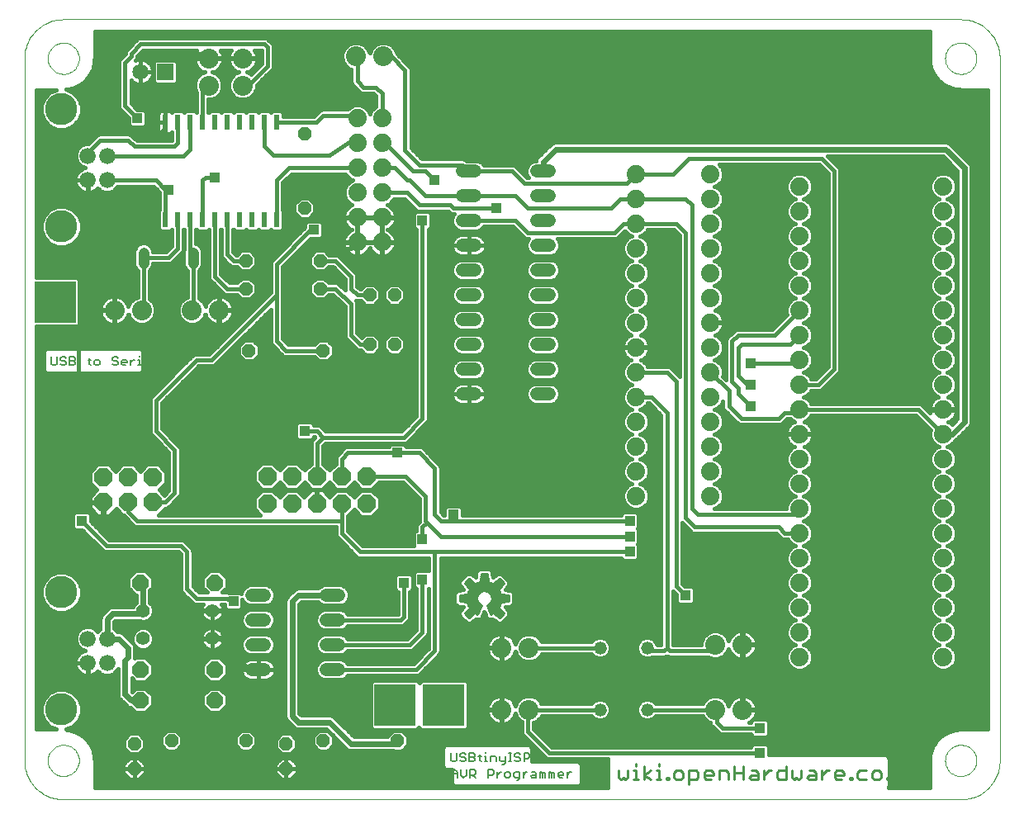
<source format=gtl>
G75*
G70*
%OFA0B0*%
%FSLAX24Y24*%
%IPPOS*%
%LPD*%
%AMOC8*
5,1,8,0,0,1.08239X$1,22.5*
%
%ADD10C,0.0110*%
%ADD11C,0.0070*%
%ADD12C,0.0000*%
%ADD13R,0.0236X0.0591*%
%ADD14C,0.0440*%
%ADD15C,0.0800*%
%ADD16C,0.0660*%
%ADD17C,0.1300*%
%ADD18OC8,0.0520*%
%ADD19C,0.0650*%
%ADD20R,0.0650X0.0650*%
%ADD21C,0.0520*%
%ADD22C,0.0554*%
%ADD23OC8,0.0740*%
%ADD24OC8,0.0660*%
%ADD25C,0.0740*%
%ADD26C,0.0520*%
%ADD27C,0.0100*%
%ADD28C,0.0160*%
%ADD29C,0.0240*%
%ADD30R,0.0396X0.0396*%
%ADD31R,0.1660X0.1660*%
D10*
X028621Y004310D02*
X028712Y004219D01*
X028804Y004310D01*
X028896Y004219D01*
X028988Y004310D01*
X028988Y004586D01*
X029228Y004586D02*
X029320Y004586D01*
X029320Y004219D01*
X029228Y004219D02*
X029412Y004219D01*
X029634Y004219D02*
X029634Y004769D01*
X029320Y004769D02*
X029320Y004861D01*
X029634Y004402D02*
X029909Y004586D01*
X030140Y004586D02*
X030232Y004586D01*
X030232Y004219D01*
X030140Y004219D02*
X030324Y004219D01*
X030545Y004219D02*
X030637Y004219D01*
X030637Y004310D01*
X030545Y004310D01*
X030545Y004219D01*
X030849Y004310D02*
X030941Y004219D01*
X031124Y004219D01*
X031216Y004310D01*
X031216Y004494D01*
X031124Y004586D01*
X030941Y004586D01*
X030849Y004494D01*
X030849Y004310D01*
X031457Y004219D02*
X031732Y004219D01*
X031824Y004310D01*
X031824Y004494D01*
X031732Y004586D01*
X031457Y004586D01*
X031457Y004035D01*
X032064Y004310D02*
X032064Y004494D01*
X032156Y004586D01*
X032340Y004586D01*
X032431Y004494D01*
X032431Y004402D01*
X032064Y004402D01*
X032064Y004310D02*
X032156Y004219D01*
X032340Y004219D01*
X032672Y004219D02*
X032672Y004586D01*
X032947Y004586D01*
X033039Y004494D01*
X033039Y004219D01*
X033280Y004219D02*
X033280Y004769D01*
X033280Y004494D02*
X033647Y004494D01*
X033647Y004769D02*
X033647Y004219D01*
X033888Y004310D02*
X033979Y004402D01*
X034255Y004402D01*
X034255Y004494D02*
X034255Y004219D01*
X033979Y004219D01*
X033888Y004310D01*
X033979Y004586D02*
X034163Y004586D01*
X034255Y004494D01*
X034495Y004586D02*
X034495Y004219D01*
X034495Y004402D02*
X034679Y004586D01*
X034771Y004586D01*
X035002Y004494D02*
X035094Y004586D01*
X035369Y004586D01*
X035369Y004769D02*
X035369Y004219D01*
X035094Y004219D01*
X035002Y004310D01*
X035002Y004494D01*
X035610Y004586D02*
X035610Y004310D01*
X035701Y004219D01*
X035793Y004310D01*
X035885Y004219D01*
X035976Y004310D01*
X035976Y004586D01*
X036309Y004586D02*
X036492Y004586D01*
X036584Y004494D01*
X036584Y004219D01*
X036309Y004219D01*
X036217Y004310D01*
X036309Y004402D01*
X036584Y004402D01*
X036825Y004402D02*
X037008Y004586D01*
X037100Y004586D01*
X037331Y004494D02*
X037423Y004586D01*
X037607Y004586D01*
X037698Y004494D01*
X037698Y004402D01*
X037331Y004402D01*
X037331Y004310D02*
X037331Y004494D01*
X037331Y004310D02*
X037423Y004219D01*
X037607Y004219D01*
X037939Y004219D02*
X038031Y004219D01*
X038031Y004310D01*
X037939Y004310D01*
X037939Y004219D01*
X038243Y004310D02*
X038335Y004219D01*
X038610Y004219D01*
X038851Y004310D02*
X038942Y004219D01*
X039126Y004219D01*
X039218Y004310D01*
X039218Y004494D01*
X039126Y004586D01*
X038942Y004586D01*
X038851Y004494D01*
X038851Y004310D01*
X038610Y004586D02*
X038335Y004586D01*
X038243Y004494D01*
X038243Y004310D01*
X039458Y004310D02*
X039550Y004310D01*
X039550Y004219D01*
X039458Y004219D01*
X039458Y004310D01*
X039762Y004219D02*
X040129Y004219D01*
X040370Y004310D02*
X040462Y004402D01*
X040737Y004402D01*
X040737Y004494D02*
X040737Y004219D01*
X040462Y004219D01*
X040370Y004310D01*
X040462Y004586D02*
X040645Y004586D01*
X040737Y004494D01*
X040129Y004586D02*
X039762Y004219D01*
X039762Y004586D02*
X040129Y004586D01*
X036825Y004586D02*
X036825Y004219D01*
X030232Y004769D02*
X030232Y004861D01*
X029909Y004219D02*
X029634Y004402D01*
X028621Y004310D02*
X028621Y004586D01*
D11*
X026709Y004519D02*
X026654Y004519D01*
X026544Y004409D01*
X026544Y004299D02*
X026544Y004519D01*
X026396Y004464D02*
X026396Y004409D01*
X026175Y004409D01*
X026175Y004464D02*
X026231Y004519D01*
X026341Y004519D01*
X026396Y004464D01*
X026341Y004299D02*
X026231Y004299D01*
X026175Y004354D01*
X026175Y004464D01*
X026027Y004464D02*
X026027Y004299D01*
X025917Y004299D02*
X025917Y004464D01*
X025972Y004519D01*
X026027Y004464D01*
X025917Y004464D02*
X025862Y004519D01*
X025807Y004519D01*
X025807Y004299D01*
X025659Y004299D02*
X025659Y004464D01*
X025604Y004519D01*
X025549Y004464D01*
X025549Y004299D01*
X025439Y004299D02*
X025439Y004519D01*
X025494Y004519D01*
X025549Y004464D01*
X025291Y004464D02*
X025291Y004299D01*
X025126Y004299D01*
X025071Y004354D01*
X025126Y004409D01*
X025291Y004409D01*
X025291Y004464D02*
X025236Y004519D01*
X025126Y004519D01*
X024929Y004519D02*
X024874Y004519D01*
X024764Y004409D01*
X024764Y004299D02*
X024764Y004519D01*
X024616Y004519D02*
X024450Y004519D01*
X024395Y004464D01*
X024395Y004354D01*
X024450Y004299D01*
X024616Y004299D01*
X024616Y004244D02*
X024616Y004519D01*
X024616Y004244D02*
X024560Y004189D01*
X024505Y004189D01*
X024247Y004354D02*
X024247Y004464D01*
X024192Y004519D01*
X024082Y004519D01*
X024027Y004464D01*
X024027Y004354D01*
X024082Y004299D01*
X024192Y004299D01*
X024247Y004354D01*
X023885Y004519D02*
X023830Y004519D01*
X023720Y004409D01*
X023720Y004299D02*
X023720Y004519D01*
X023572Y004574D02*
X023572Y004464D01*
X023517Y004409D01*
X023352Y004409D01*
X023352Y004299D02*
X023352Y004629D01*
X023517Y004629D01*
X023572Y004574D01*
X023667Y004949D02*
X023667Y005114D01*
X023612Y005169D01*
X023447Y005169D01*
X023447Y004949D01*
X023311Y004949D02*
X023201Y004949D01*
X023256Y004949D02*
X023256Y005169D01*
X023201Y005169D01*
X023256Y005279D02*
X023256Y005334D01*
X023066Y005169D02*
X022956Y005169D01*
X023011Y005224D02*
X023011Y005004D01*
X023066Y004949D01*
X022808Y005004D02*
X022753Y004949D01*
X022587Y004949D01*
X022587Y005279D01*
X022753Y005279D01*
X022808Y005224D01*
X022808Y005169D01*
X022753Y005114D01*
X022587Y005114D01*
X022439Y005059D02*
X022439Y005004D01*
X022384Y004949D01*
X022274Y004949D01*
X022219Y005004D01*
X022274Y005114D02*
X022384Y005114D01*
X022439Y005059D01*
X022439Y005224D02*
X022384Y005279D01*
X022274Y005279D01*
X022219Y005224D01*
X022219Y005169D01*
X022274Y005114D01*
X022071Y005004D02*
X022071Y005279D01*
X021851Y005279D02*
X021851Y005004D01*
X021906Y004949D01*
X022016Y004949D01*
X022071Y005004D01*
X021989Y004629D02*
X022099Y004519D01*
X022099Y004299D01*
X022099Y004464D02*
X021878Y004464D01*
X021878Y004519D02*
X021989Y004629D01*
X021878Y004519D02*
X021878Y004299D01*
X022247Y004409D02*
X022247Y004629D01*
X022467Y004629D02*
X022467Y004409D01*
X022357Y004299D01*
X022247Y004409D01*
X022615Y004409D02*
X022780Y004409D01*
X022835Y004464D01*
X022835Y004574D01*
X022780Y004629D01*
X022615Y004629D01*
X022615Y004299D01*
X022725Y004409D02*
X022835Y004299D01*
X022808Y005004D02*
X022808Y005059D01*
X022753Y005114D01*
X023815Y005169D02*
X023815Y005004D01*
X023870Y004949D01*
X024035Y004949D01*
X024035Y004894D02*
X024035Y005169D01*
X024183Y005279D02*
X024293Y005279D01*
X024238Y005279D02*
X024238Y004949D01*
X024183Y004949D02*
X024293Y004949D01*
X024429Y005004D02*
X024484Y004949D01*
X024594Y004949D01*
X024649Y005004D01*
X024649Y005059D01*
X024594Y005114D01*
X024484Y005114D01*
X024429Y005169D01*
X024429Y005224D01*
X024484Y005279D01*
X024594Y005279D01*
X024649Y005224D01*
X024797Y005279D02*
X024962Y005279D01*
X025017Y005224D01*
X025017Y005114D01*
X024962Y005059D01*
X024797Y005059D01*
X024797Y004949D02*
X024797Y005279D01*
X024035Y004894D02*
X023980Y004839D01*
X023925Y004839D01*
X009949Y020949D02*
X009839Y020949D01*
X009894Y020949D02*
X009894Y021279D01*
X009839Y021279D01*
X009690Y021114D02*
X009690Y020949D01*
X009525Y020949D01*
X009470Y021004D01*
X009525Y021059D01*
X009690Y021059D01*
X009690Y021114D02*
X009635Y021169D01*
X009525Y021169D01*
X009280Y021169D02*
X009280Y020949D01*
X009225Y020949D02*
X009335Y020949D01*
X009280Y021169D02*
X009225Y021169D01*
X009280Y021279D02*
X009280Y021334D01*
X009083Y021169D02*
X009028Y021169D01*
X008918Y021059D01*
X008918Y020949D02*
X008918Y021169D01*
X008770Y021114D02*
X008770Y021059D01*
X008549Y021059D01*
X008549Y021114D02*
X008605Y021169D01*
X008715Y021169D01*
X008770Y021114D01*
X008715Y020949D02*
X008605Y020949D01*
X008549Y021004D01*
X008549Y021114D01*
X008401Y021059D02*
X008401Y021004D01*
X008346Y020949D01*
X008236Y020949D01*
X008181Y021004D01*
X008236Y021114D02*
X008346Y021114D01*
X008401Y021059D01*
X008401Y021224D02*
X008346Y021279D01*
X008236Y021279D01*
X008181Y021224D01*
X008181Y021169D01*
X008236Y021114D01*
X007665Y021114D02*
X007610Y021169D01*
X007500Y021169D01*
X007445Y021114D01*
X007445Y021004D01*
X007500Y020949D01*
X007610Y020949D01*
X007665Y021004D01*
X007665Y021114D01*
X007309Y021169D02*
X007199Y021169D01*
X007254Y021224D02*
X007254Y021004D01*
X007309Y020949D01*
X006683Y021004D02*
X006628Y020949D01*
X006462Y020949D01*
X006462Y021279D01*
X006628Y021279D01*
X006683Y021224D01*
X006683Y021169D01*
X006628Y021114D01*
X006462Y021114D01*
X006314Y021059D02*
X006314Y021004D01*
X006259Y020949D01*
X006149Y020949D01*
X006094Y021004D01*
X006149Y021114D02*
X006259Y021114D01*
X006314Y021059D01*
X006314Y021224D02*
X006259Y021279D01*
X006149Y021279D01*
X006094Y021224D01*
X006094Y021169D01*
X006149Y021114D01*
X005946Y021004D02*
X005946Y021279D01*
X005726Y021279D02*
X005726Y021004D01*
X005781Y020949D01*
X005891Y020949D01*
X005946Y021004D01*
X006628Y021114D02*
X006683Y021059D01*
X006683Y021004D01*
D12*
X006206Y003416D02*
X042426Y003416D01*
X041796Y004990D02*
X041798Y005040D01*
X041804Y005090D01*
X041814Y005139D01*
X041828Y005187D01*
X041845Y005234D01*
X041866Y005279D01*
X041891Y005323D01*
X041919Y005364D01*
X041951Y005403D01*
X041985Y005440D01*
X042022Y005474D01*
X042062Y005504D01*
X042104Y005531D01*
X042148Y005555D01*
X042194Y005576D01*
X042241Y005592D01*
X042289Y005605D01*
X042339Y005614D01*
X042388Y005619D01*
X042439Y005620D01*
X042489Y005617D01*
X042538Y005610D01*
X042587Y005599D01*
X042635Y005584D01*
X042681Y005566D01*
X042726Y005544D01*
X042769Y005518D01*
X042810Y005489D01*
X042849Y005457D01*
X042885Y005422D01*
X042917Y005384D01*
X042947Y005344D01*
X042974Y005301D01*
X042997Y005257D01*
X043016Y005211D01*
X043032Y005163D01*
X043044Y005114D01*
X043052Y005065D01*
X043056Y005015D01*
X043056Y004965D01*
X043052Y004915D01*
X043044Y004866D01*
X043032Y004817D01*
X043016Y004769D01*
X042997Y004723D01*
X042974Y004679D01*
X042947Y004636D01*
X042917Y004596D01*
X042885Y004558D01*
X042849Y004523D01*
X042810Y004491D01*
X042769Y004462D01*
X042726Y004436D01*
X042681Y004414D01*
X042635Y004396D01*
X042587Y004381D01*
X042538Y004370D01*
X042489Y004363D01*
X042439Y004360D01*
X042388Y004361D01*
X042339Y004366D01*
X042289Y004375D01*
X042241Y004388D01*
X042194Y004404D01*
X042148Y004425D01*
X042104Y004449D01*
X042062Y004476D01*
X042022Y004506D01*
X041985Y004540D01*
X041951Y004577D01*
X041919Y004616D01*
X041891Y004657D01*
X041866Y004701D01*
X041845Y004746D01*
X041828Y004793D01*
X041814Y004841D01*
X041804Y004890D01*
X041798Y004940D01*
X041796Y004990D01*
X042426Y003415D02*
X042503Y003417D01*
X042580Y003423D01*
X042657Y003432D01*
X042733Y003445D01*
X042809Y003462D01*
X042883Y003483D01*
X042957Y003507D01*
X043029Y003535D01*
X043099Y003566D01*
X043168Y003601D01*
X043236Y003639D01*
X043301Y003680D01*
X043364Y003725D01*
X043425Y003773D01*
X043484Y003823D01*
X043540Y003876D01*
X043593Y003932D01*
X043643Y003991D01*
X043691Y004052D01*
X043736Y004115D01*
X043777Y004180D01*
X043815Y004248D01*
X043850Y004317D01*
X043881Y004387D01*
X043909Y004459D01*
X043933Y004533D01*
X043954Y004607D01*
X043971Y004683D01*
X043984Y004759D01*
X043993Y004836D01*
X043999Y004913D01*
X044001Y004990D01*
X044001Y033337D01*
X041796Y033337D02*
X041798Y033387D01*
X041804Y033437D01*
X041814Y033486D01*
X041828Y033534D01*
X041845Y033581D01*
X041866Y033626D01*
X041891Y033670D01*
X041919Y033711D01*
X041951Y033750D01*
X041985Y033787D01*
X042022Y033821D01*
X042062Y033851D01*
X042104Y033878D01*
X042148Y033902D01*
X042194Y033923D01*
X042241Y033939D01*
X042289Y033952D01*
X042339Y033961D01*
X042388Y033966D01*
X042439Y033967D01*
X042489Y033964D01*
X042538Y033957D01*
X042587Y033946D01*
X042635Y033931D01*
X042681Y033913D01*
X042726Y033891D01*
X042769Y033865D01*
X042810Y033836D01*
X042849Y033804D01*
X042885Y033769D01*
X042917Y033731D01*
X042947Y033691D01*
X042974Y033648D01*
X042997Y033604D01*
X043016Y033558D01*
X043032Y033510D01*
X043044Y033461D01*
X043052Y033412D01*
X043056Y033362D01*
X043056Y033312D01*
X043052Y033262D01*
X043044Y033213D01*
X043032Y033164D01*
X043016Y033116D01*
X042997Y033070D01*
X042974Y033026D01*
X042947Y032983D01*
X042917Y032943D01*
X042885Y032905D01*
X042849Y032870D01*
X042810Y032838D01*
X042769Y032809D01*
X042726Y032783D01*
X042681Y032761D01*
X042635Y032743D01*
X042587Y032728D01*
X042538Y032717D01*
X042489Y032710D01*
X042439Y032707D01*
X042388Y032708D01*
X042339Y032713D01*
X042289Y032722D01*
X042241Y032735D01*
X042194Y032751D01*
X042148Y032772D01*
X042104Y032796D01*
X042062Y032823D01*
X042022Y032853D01*
X041985Y032887D01*
X041951Y032924D01*
X041919Y032963D01*
X041891Y033004D01*
X041866Y033048D01*
X041845Y033093D01*
X041828Y033140D01*
X041814Y033188D01*
X041804Y033237D01*
X041798Y033287D01*
X041796Y033337D01*
X042426Y034912D02*
X042503Y034910D01*
X042580Y034904D01*
X042657Y034895D01*
X042733Y034882D01*
X042809Y034865D01*
X042883Y034844D01*
X042957Y034820D01*
X043029Y034792D01*
X043099Y034761D01*
X043168Y034726D01*
X043236Y034688D01*
X043301Y034647D01*
X043364Y034602D01*
X043425Y034554D01*
X043484Y034504D01*
X043540Y034451D01*
X043593Y034395D01*
X043643Y034336D01*
X043691Y034275D01*
X043736Y034212D01*
X043777Y034147D01*
X043815Y034079D01*
X043850Y034010D01*
X043881Y033940D01*
X043909Y033868D01*
X043933Y033794D01*
X043954Y033720D01*
X043971Y033644D01*
X043984Y033568D01*
X043993Y033491D01*
X043999Y033414D01*
X044001Y033337D01*
X042426Y034912D02*
X006206Y034912D01*
X005576Y033337D02*
X005578Y033387D01*
X005584Y033437D01*
X005594Y033486D01*
X005608Y033534D01*
X005625Y033581D01*
X005646Y033626D01*
X005671Y033670D01*
X005699Y033711D01*
X005731Y033750D01*
X005765Y033787D01*
X005802Y033821D01*
X005842Y033851D01*
X005884Y033878D01*
X005928Y033902D01*
X005974Y033923D01*
X006021Y033939D01*
X006069Y033952D01*
X006119Y033961D01*
X006168Y033966D01*
X006219Y033967D01*
X006269Y033964D01*
X006318Y033957D01*
X006367Y033946D01*
X006415Y033931D01*
X006461Y033913D01*
X006506Y033891D01*
X006549Y033865D01*
X006590Y033836D01*
X006629Y033804D01*
X006665Y033769D01*
X006697Y033731D01*
X006727Y033691D01*
X006754Y033648D01*
X006777Y033604D01*
X006796Y033558D01*
X006812Y033510D01*
X006824Y033461D01*
X006832Y033412D01*
X006836Y033362D01*
X006836Y033312D01*
X006832Y033262D01*
X006824Y033213D01*
X006812Y033164D01*
X006796Y033116D01*
X006777Y033070D01*
X006754Y033026D01*
X006727Y032983D01*
X006697Y032943D01*
X006665Y032905D01*
X006629Y032870D01*
X006590Y032838D01*
X006549Y032809D01*
X006506Y032783D01*
X006461Y032761D01*
X006415Y032743D01*
X006367Y032728D01*
X006318Y032717D01*
X006269Y032710D01*
X006219Y032707D01*
X006168Y032708D01*
X006119Y032713D01*
X006069Y032722D01*
X006021Y032735D01*
X005974Y032751D01*
X005928Y032772D01*
X005884Y032796D01*
X005842Y032823D01*
X005802Y032853D01*
X005765Y032887D01*
X005731Y032924D01*
X005699Y032963D01*
X005671Y033004D01*
X005646Y033048D01*
X005625Y033093D01*
X005608Y033140D01*
X005594Y033188D01*
X005584Y033237D01*
X005578Y033287D01*
X005576Y033337D01*
X004631Y033337D02*
X004633Y033414D01*
X004639Y033491D01*
X004648Y033568D01*
X004661Y033644D01*
X004678Y033720D01*
X004699Y033794D01*
X004723Y033868D01*
X004751Y033940D01*
X004782Y034010D01*
X004817Y034079D01*
X004855Y034147D01*
X004896Y034212D01*
X004941Y034275D01*
X004989Y034336D01*
X005039Y034395D01*
X005092Y034451D01*
X005148Y034504D01*
X005207Y034554D01*
X005268Y034602D01*
X005331Y034647D01*
X005396Y034688D01*
X005464Y034726D01*
X005533Y034761D01*
X005603Y034792D01*
X005675Y034820D01*
X005749Y034844D01*
X005823Y034865D01*
X005899Y034882D01*
X005975Y034895D01*
X006052Y034904D01*
X006129Y034910D01*
X006206Y034912D01*
X004631Y033337D02*
X004631Y004990D01*
X005576Y004990D02*
X005578Y005040D01*
X005584Y005090D01*
X005594Y005139D01*
X005608Y005187D01*
X005625Y005234D01*
X005646Y005279D01*
X005671Y005323D01*
X005699Y005364D01*
X005731Y005403D01*
X005765Y005440D01*
X005802Y005474D01*
X005842Y005504D01*
X005884Y005531D01*
X005928Y005555D01*
X005974Y005576D01*
X006021Y005592D01*
X006069Y005605D01*
X006119Y005614D01*
X006168Y005619D01*
X006219Y005620D01*
X006269Y005617D01*
X006318Y005610D01*
X006367Y005599D01*
X006415Y005584D01*
X006461Y005566D01*
X006506Y005544D01*
X006549Y005518D01*
X006590Y005489D01*
X006629Y005457D01*
X006665Y005422D01*
X006697Y005384D01*
X006727Y005344D01*
X006754Y005301D01*
X006777Y005257D01*
X006796Y005211D01*
X006812Y005163D01*
X006824Y005114D01*
X006832Y005065D01*
X006836Y005015D01*
X006836Y004965D01*
X006832Y004915D01*
X006824Y004866D01*
X006812Y004817D01*
X006796Y004769D01*
X006777Y004723D01*
X006754Y004679D01*
X006727Y004636D01*
X006697Y004596D01*
X006665Y004558D01*
X006629Y004523D01*
X006590Y004491D01*
X006549Y004462D01*
X006506Y004436D01*
X006461Y004414D01*
X006415Y004396D01*
X006367Y004381D01*
X006318Y004370D01*
X006269Y004363D01*
X006219Y004360D01*
X006168Y004361D01*
X006119Y004366D01*
X006069Y004375D01*
X006021Y004388D01*
X005974Y004404D01*
X005928Y004425D01*
X005884Y004449D01*
X005842Y004476D01*
X005802Y004506D01*
X005765Y004540D01*
X005731Y004577D01*
X005699Y004616D01*
X005671Y004657D01*
X005646Y004701D01*
X005625Y004746D01*
X005608Y004793D01*
X005594Y004841D01*
X005584Y004890D01*
X005578Y004940D01*
X005576Y004990D01*
X004631Y004990D02*
X004633Y004913D01*
X004639Y004836D01*
X004648Y004759D01*
X004661Y004683D01*
X004678Y004607D01*
X004699Y004533D01*
X004723Y004459D01*
X004751Y004387D01*
X004782Y004317D01*
X004817Y004248D01*
X004855Y004180D01*
X004896Y004115D01*
X004941Y004052D01*
X004989Y003991D01*
X005039Y003932D01*
X005092Y003876D01*
X005148Y003823D01*
X005207Y003773D01*
X005268Y003725D01*
X005331Y003680D01*
X005396Y003639D01*
X005464Y003601D01*
X005533Y003566D01*
X005603Y003535D01*
X005675Y003507D01*
X005749Y003483D01*
X005823Y003462D01*
X005899Y003445D01*
X005975Y003432D01*
X006052Y003423D01*
X006129Y003417D01*
X006206Y003415D01*
D13*
X010316Y026820D03*
X010816Y026820D03*
X011316Y026820D03*
X011816Y026820D03*
X012316Y026820D03*
X012816Y026820D03*
X013316Y026820D03*
X013816Y026820D03*
X014316Y026820D03*
X014816Y026820D03*
X014816Y030757D03*
X014316Y030757D03*
X013816Y030757D03*
X013316Y030757D03*
X012816Y030757D03*
X012316Y030757D03*
X011816Y030757D03*
X011316Y030757D03*
X010816Y030757D03*
X010316Y030757D03*
D14*
X009441Y025509D02*
X009441Y025069D01*
X011441Y025069D02*
X011441Y025509D01*
D15*
X011391Y023164D03*
X012491Y023164D03*
X009366Y023164D03*
X008266Y023164D03*
X012066Y032239D03*
X012066Y033339D03*
X013441Y033339D03*
X013441Y032239D03*
X018016Y033414D03*
X019116Y033414D03*
X023891Y009539D03*
X024991Y009539D03*
X024991Y007039D03*
X023891Y007039D03*
X032516Y007039D03*
X033616Y007039D03*
X033616Y009664D03*
X032516Y009664D03*
D16*
X007971Y009906D03*
X007191Y009906D03*
X007191Y008922D03*
X007971Y008922D03*
X007971Y028422D03*
X007191Y028422D03*
X007191Y029406D03*
X007971Y029406D03*
D17*
X006121Y031284D03*
X006121Y026544D03*
X006121Y011784D03*
X006121Y007044D03*
D18*
X009066Y005664D03*
X009066Y004664D03*
X010566Y005789D03*
X013566Y005789D03*
X015191Y005664D03*
X015191Y004664D03*
X016691Y005789D03*
X019691Y005789D03*
X016691Y021539D03*
X018566Y021789D03*
X019566Y021789D03*
X019566Y023789D03*
X018566Y023789D03*
X016566Y024039D03*
X016566Y025164D03*
X015941Y027289D03*
X013566Y025164D03*
X013566Y024039D03*
X013691Y021539D03*
X015941Y030289D03*
D19*
X009316Y032789D03*
D20*
X010316Y032789D03*
D21*
X022306Y028789D02*
X022826Y028789D01*
X022826Y027789D02*
X022306Y027789D01*
X022306Y026789D02*
X022826Y026789D01*
X022826Y025789D02*
X022306Y025789D01*
X022306Y024789D02*
X022826Y024789D01*
X022826Y023789D02*
X022306Y023789D01*
X022306Y022789D02*
X022826Y022789D01*
X022826Y021789D02*
X022306Y021789D01*
X022306Y020789D02*
X022826Y020789D01*
X022826Y019789D02*
X022306Y019789D01*
X025306Y019789D02*
X025826Y019789D01*
X025826Y020789D02*
X025306Y020789D01*
X025306Y021789D02*
X025826Y021789D01*
X025826Y022789D02*
X025306Y022789D01*
X025306Y023789D02*
X025826Y023789D01*
X025826Y024789D02*
X025306Y024789D01*
X025306Y025789D02*
X025826Y025789D01*
X025826Y026789D02*
X025306Y026789D01*
X025306Y027789D02*
X025826Y027789D01*
X025826Y028789D02*
X025306Y028789D01*
X017326Y011664D02*
X016806Y011664D01*
X016806Y010664D02*
X017326Y010664D01*
X017326Y009664D02*
X016806Y009664D01*
X016806Y008664D02*
X017326Y008664D01*
X014326Y008664D02*
X013806Y008664D01*
X013806Y009664D02*
X014326Y009664D01*
X014326Y010664D02*
X013806Y010664D01*
X013806Y011664D02*
X014326Y011664D01*
D22*
X012216Y011039D03*
X012216Y009914D03*
X009416Y009914D03*
X009416Y011039D03*
D23*
X009816Y015414D03*
X008816Y015414D03*
X007816Y015414D03*
X007816Y016414D03*
X008816Y016414D03*
X009816Y016414D03*
X014441Y016464D03*
X015441Y016464D03*
X016441Y016464D03*
X017441Y016464D03*
X018441Y016464D03*
X018441Y015364D03*
X017441Y015364D03*
X016441Y015364D03*
X015441Y015364D03*
X014441Y015364D03*
D24*
X012316Y012164D03*
X009316Y012164D03*
X009316Y008664D03*
X009316Y007414D03*
X012316Y007414D03*
X012316Y008664D03*
D25*
X029316Y015664D03*
X029316Y016664D03*
X029316Y017664D03*
X029316Y018664D03*
X029316Y019664D03*
X029316Y020664D03*
X029316Y021664D03*
X029316Y022664D03*
X029316Y023664D03*
X029316Y024664D03*
X029316Y025664D03*
X029316Y026664D03*
X029316Y027664D03*
X029316Y028664D03*
X032316Y028664D03*
X032316Y027664D03*
X032316Y026664D03*
X032316Y025664D03*
X032316Y024664D03*
X032316Y023664D03*
X032316Y022664D03*
X032316Y021664D03*
X032316Y020664D03*
X032316Y019664D03*
X032316Y018664D03*
X032316Y017664D03*
X032316Y016664D03*
X032316Y015664D03*
X035916Y016164D03*
X035916Y015164D03*
X035916Y014164D03*
X035916Y013164D03*
X035916Y012164D03*
X035916Y011164D03*
X035916Y010164D03*
X035916Y009164D03*
X041716Y009164D03*
X041716Y010164D03*
X041716Y011164D03*
X041716Y012164D03*
X041716Y013164D03*
X041716Y014164D03*
X041716Y015164D03*
X041716Y016164D03*
X041716Y017164D03*
X041716Y018164D03*
X041716Y019164D03*
X041716Y020164D03*
X041716Y021164D03*
X041716Y022164D03*
X041716Y023164D03*
X041716Y024164D03*
X041716Y025164D03*
X041716Y026164D03*
X041716Y027164D03*
X041716Y028164D03*
X035916Y028164D03*
X035916Y027164D03*
X035916Y026164D03*
X035916Y025164D03*
X035916Y024164D03*
X035916Y023164D03*
X035916Y022164D03*
X035916Y021164D03*
X035916Y020164D03*
X035916Y019164D03*
X035916Y018164D03*
X035916Y017164D03*
X019066Y025914D03*
X018066Y025914D03*
X018066Y026914D03*
X018066Y027914D03*
X019066Y027914D03*
X019066Y026914D03*
X019066Y028914D03*
X018066Y028914D03*
X018066Y029914D03*
X018066Y030914D03*
X019066Y030914D03*
X019066Y029914D03*
D26*
X027866Y009539D03*
X029766Y009539D03*
X029766Y007039D03*
X027866Y007039D03*
D27*
X023979Y010923D02*
X023806Y010751D01*
X023555Y010956D01*
X023454Y010903D01*
X023310Y011250D01*
X023367Y011280D01*
X023416Y011322D01*
X023455Y011372D01*
X023484Y011430D01*
X023500Y011492D01*
X023503Y011556D01*
X023493Y011620D01*
X023470Y011679D01*
X023435Y011733D01*
X023390Y011779D01*
X023337Y011815D01*
X023277Y011839D01*
X023214Y011850D01*
X023150Y011848D01*
X023088Y011834D01*
X023029Y011806D01*
X022978Y011768D01*
X022936Y011719D01*
X022904Y011664D01*
X022885Y011602D01*
X022878Y011539D01*
X022884Y011478D01*
X022902Y011419D01*
X022931Y011365D01*
X022970Y011318D01*
X023017Y011279D01*
X023071Y011250D01*
X022928Y010903D01*
X022826Y010956D01*
X022575Y010751D01*
X022403Y010923D01*
X022608Y011174D01*
X022556Y011276D01*
X022521Y011384D01*
X022198Y011417D01*
X022198Y011660D01*
X022521Y011693D01*
X022556Y011802D01*
X022608Y011903D01*
X022403Y012154D01*
X022575Y012327D01*
X022826Y012122D01*
X022928Y012174D01*
X023036Y012209D01*
X023069Y012531D01*
X023313Y012531D01*
X023345Y012209D01*
X023454Y012174D01*
X023555Y012122D01*
X023806Y012327D01*
X023979Y012154D01*
X023774Y011903D01*
X023826Y011802D01*
X023861Y011693D01*
X024183Y011660D01*
X024183Y011417D01*
X023861Y011384D01*
X023826Y011276D01*
X023774Y011174D01*
X023979Y010923D01*
X023961Y010944D02*
X023569Y010944D01*
X023533Y010944D02*
X023437Y010944D01*
X023396Y011043D02*
X023881Y011043D01*
X023801Y011141D02*
X023355Y011141D01*
X023315Y011240D02*
X023807Y011240D01*
X023846Y011338D02*
X023429Y011338D01*
X023485Y011437D02*
X024183Y011437D01*
X024183Y011535D02*
X023502Y011535D01*
X023487Y011634D02*
X024183Y011634D01*
X023848Y011732D02*
X023436Y011732D01*
X023298Y011831D02*
X023811Y011831D01*
X023795Y011929D02*
X022586Y011929D01*
X022570Y011831D02*
X023081Y011831D01*
X022947Y011732D02*
X022533Y011732D01*
X022506Y012028D02*
X023875Y012028D01*
X023956Y012126D02*
X023561Y012126D01*
X023546Y012126D02*
X022835Y012126D01*
X022821Y012126D02*
X022426Y012126D01*
X022473Y012225D02*
X022700Y012225D01*
X022579Y012323D02*
X022572Y012323D01*
X023048Y012323D02*
X023334Y012323D01*
X023344Y012225D02*
X023038Y012225D01*
X023058Y012422D02*
X023324Y012422D01*
X023314Y012520D02*
X023068Y012520D01*
X023681Y012225D02*
X023908Y012225D01*
X023810Y012323D02*
X023802Y012323D01*
X022895Y011634D02*
X022198Y011634D01*
X022198Y011535D02*
X022879Y011535D01*
X022897Y011437D02*
X022198Y011437D01*
X022536Y011338D02*
X022953Y011338D01*
X023067Y011240D02*
X022574Y011240D01*
X022581Y011141D02*
X023026Y011141D01*
X022985Y011043D02*
X022500Y011043D01*
X022420Y010944D02*
X022812Y010944D01*
X022849Y010944D02*
X022944Y010944D01*
X022692Y010846D02*
X022480Y010846D01*
X023690Y010846D02*
X023901Y010846D01*
D28*
X024120Y010767D02*
X024179Y010815D01*
X024180Y010827D01*
X024189Y010836D01*
X024189Y010912D01*
X024196Y010988D01*
X024189Y010998D01*
X024189Y011010D01*
X024135Y011064D01*
X024032Y011190D01*
X024194Y011207D01*
X024270Y011207D01*
X024279Y011215D01*
X024291Y011217D01*
X024339Y011276D01*
X024393Y011330D01*
X024393Y011342D01*
X024401Y011351D01*
X024393Y011427D01*
X024393Y011650D01*
X024401Y011726D01*
X024393Y011735D01*
X024393Y011747D01*
X024339Y011801D01*
X024291Y011861D01*
X024279Y011862D01*
X024270Y011870D01*
X024194Y011870D01*
X024032Y011887D01*
X024135Y012013D01*
X024189Y012067D01*
X024189Y012080D01*
X024196Y012089D01*
X024189Y012165D01*
X024189Y012241D01*
X024180Y012250D01*
X024179Y012262D01*
X024120Y012310D01*
X023962Y012468D01*
X023914Y012527D01*
X023902Y012528D01*
X023893Y012537D01*
X023817Y012537D01*
X023741Y012544D01*
X023732Y012537D01*
X023719Y012537D01*
X023665Y012483D01*
X023539Y012380D01*
X023523Y012542D01*
X023523Y012618D01*
X023514Y012627D01*
X023513Y012639D01*
X023454Y012687D01*
X023400Y012741D01*
X023387Y012741D01*
X023378Y012749D01*
X023302Y012741D01*
X023080Y012741D01*
X023004Y012749D01*
X022994Y012741D01*
X022982Y012741D01*
X022928Y012687D01*
X022869Y012639D01*
X022868Y012627D01*
X022859Y012618D01*
X022859Y012542D01*
X022842Y012380D01*
X022716Y012483D01*
X022662Y012537D01*
X022650Y012537D01*
X022640Y012544D01*
X022564Y012537D01*
X022488Y012537D01*
X022479Y012528D01*
X022467Y012527D01*
X022419Y012468D01*
X022262Y012310D01*
X022203Y012262D01*
X022201Y012250D01*
X022193Y012241D01*
X022193Y012165D01*
X022185Y012089D01*
X022193Y012080D01*
X022193Y012067D01*
X022247Y012013D01*
X022350Y011887D01*
X022188Y011870D01*
X022111Y011870D01*
X022103Y011862D01*
X022090Y011861D01*
X022042Y011801D01*
X021988Y011747D01*
X021988Y011735D01*
X021980Y011726D01*
X021988Y011650D01*
X021988Y011427D01*
X021980Y011351D01*
X021988Y011342D01*
X021988Y011330D01*
X022042Y011276D01*
X022090Y011217D01*
X022103Y011215D01*
X022111Y011207D01*
X022188Y011207D01*
X022350Y011190D01*
X022247Y011064D01*
X022193Y011010D01*
X022193Y010998D01*
X022185Y010988D01*
X022193Y010912D01*
X022193Y010836D01*
X022201Y010827D01*
X022203Y010815D01*
X022262Y010767D01*
X022419Y010610D01*
X022467Y010551D01*
X022479Y010549D01*
X022488Y010541D01*
X022564Y010541D01*
X022640Y010533D01*
X022650Y010541D01*
X022662Y010541D01*
X022716Y010595D01*
X022853Y010706D01*
X022909Y010677D01*
X022918Y010680D01*
X022928Y010676D01*
X023000Y010706D01*
X023074Y010730D01*
X023079Y010739D01*
X023088Y010743D01*
X023118Y010815D01*
X023154Y010885D01*
X023151Y010894D01*
X023191Y010990D01*
X023230Y010894D01*
X023227Y010885D01*
X023263Y010815D01*
X023293Y010743D01*
X023302Y010739D01*
X023307Y010730D01*
X023382Y010706D01*
X023454Y010676D01*
X023463Y010680D01*
X023473Y010677D01*
X023529Y010706D01*
X023665Y010595D01*
X023719Y010541D01*
X023732Y010541D01*
X023741Y010533D01*
X023817Y010541D01*
X023893Y010541D01*
X023902Y010549D01*
X023914Y010551D01*
X023962Y010610D01*
X024120Y010767D01*
X024127Y010773D02*
X030326Y010773D01*
X030326Y010615D02*
X023967Y010615D01*
X023641Y010615D02*
X022741Y010615D01*
X022414Y010615D02*
X021431Y010615D01*
X021431Y010773D02*
X022254Y010773D01*
X022191Y010932D02*
X021431Y010932D01*
X021431Y011090D02*
X022268Y011090D01*
X022064Y011249D02*
X021431Y011249D01*
X021431Y011407D02*
X021986Y011407D01*
X021988Y011566D02*
X021431Y011566D01*
X021431Y011724D02*
X021981Y011724D01*
X022307Y011883D02*
X021431Y011883D01*
X021431Y012041D02*
X022219Y012041D01*
X022193Y012200D02*
X021431Y012200D01*
X021431Y012358D02*
X022310Y012358D01*
X022459Y012517D02*
X021431Y012517D01*
X021431Y012675D02*
X022913Y012675D01*
X022856Y012517D02*
X022682Y012517D01*
X023468Y012675D02*
X030326Y012675D01*
X030326Y012517D02*
X023922Y012517D01*
X024072Y012358D02*
X030326Y012358D01*
X030326Y012200D02*
X024189Y012200D01*
X024163Y012041D02*
X030326Y012041D01*
X030326Y011883D02*
X024074Y011883D01*
X024401Y011724D02*
X030326Y011724D01*
X030326Y011566D02*
X024393Y011566D01*
X024395Y011407D02*
X030326Y011407D01*
X030326Y011249D02*
X024317Y011249D01*
X024113Y011090D02*
X030326Y011090D01*
X030326Y010932D02*
X024191Y010932D01*
X024027Y010104D02*
X023936Y010119D01*
X023911Y010119D01*
X023911Y009559D01*
X023871Y009559D01*
X023871Y010119D01*
X023845Y010119D01*
X023755Y010104D01*
X023668Y010076D01*
X023587Y010035D01*
X023513Y009981D01*
X023448Y009916D01*
X023395Y009843D01*
X023353Y009761D01*
X023325Y009674D01*
X023311Y009584D01*
X023311Y009559D01*
X023871Y009559D01*
X023871Y009519D01*
X023311Y009519D01*
X023311Y009493D01*
X023325Y009403D01*
X023353Y009316D01*
X023395Y009235D01*
X023448Y009161D01*
X023513Y009096D01*
X023587Y009043D01*
X023668Y009001D01*
X023755Y008973D01*
X023845Y008959D01*
X023871Y008959D01*
X023871Y009519D01*
X023911Y009519D01*
X023911Y008959D01*
X023936Y008959D01*
X024027Y008973D01*
X024113Y009001D01*
X024195Y009043D01*
X024269Y009096D01*
X024333Y009161D01*
X024387Y009235D01*
X024428Y009316D01*
X024450Y009382D01*
X024516Y009221D01*
X024674Y009064D01*
X024879Y008979D01*
X025102Y008979D01*
X025308Y009064D01*
X025465Y009221D01*
X025497Y009299D01*
X027512Y009299D01*
X027628Y009183D01*
X027782Y009119D01*
X027949Y009119D01*
X028104Y009183D01*
X028222Y009301D01*
X028286Y009455D01*
X028286Y009622D01*
X028222Y009777D01*
X028104Y009895D01*
X027949Y009959D01*
X027782Y009959D01*
X027628Y009895D01*
X027512Y009779D01*
X025497Y009779D01*
X025465Y009856D01*
X025308Y010013D01*
X025102Y010099D01*
X024879Y010099D01*
X024674Y010013D01*
X024516Y009856D01*
X024450Y009696D01*
X024428Y009761D01*
X024387Y009843D01*
X024333Y009916D01*
X024269Y009981D01*
X024641Y009981D01*
X024502Y009822D02*
X024397Y009822D01*
X024269Y009981D02*
X024195Y010035D01*
X024113Y010076D01*
X024027Y010104D01*
X023911Y009981D02*
X023871Y009981D01*
X023871Y009822D02*
X023911Y009822D01*
X023911Y009664D02*
X023871Y009664D01*
X023871Y009505D02*
X023911Y009505D01*
X023911Y009347D02*
X023871Y009347D01*
X023871Y009188D02*
X023911Y009188D01*
X023911Y009030D02*
X023871Y009030D01*
X023612Y009030D02*
X021146Y009030D01*
X021305Y009188D02*
X023428Y009188D01*
X023343Y009347D02*
X021423Y009347D01*
X021431Y009366D02*
X021431Y013174D01*
X028708Y013174D01*
X028708Y013149D01*
X028801Y013056D01*
X029330Y013056D01*
X029424Y013149D01*
X029424Y013678D01*
X029376Y013726D01*
X029424Y013774D01*
X029424Y014303D01*
X029376Y014351D01*
X029424Y014399D01*
X029424Y014928D01*
X029330Y015022D01*
X028801Y015022D01*
X028708Y014928D01*
X028708Y014904D01*
X022299Y014904D01*
X022299Y015178D01*
X022205Y015272D01*
X021676Y015272D01*
X021583Y015178D01*
X021583Y014904D01*
X021540Y014904D01*
X021431Y015013D01*
X021431Y016836D01*
X021394Y016925D01*
X021327Y016992D01*
X020702Y017617D01*
X020613Y017654D01*
X020049Y017654D01*
X020049Y017678D01*
X019955Y017772D01*
X019426Y017772D01*
X019333Y017678D01*
X019333Y017654D01*
X017643Y017654D01*
X017555Y017617D01*
X017305Y017367D01*
X017237Y017300D01*
X017201Y017211D01*
X017201Y016973D01*
X016941Y016713D01*
X016681Y016973D01*
X016681Y017689D01*
X016790Y017799D01*
X019988Y017799D01*
X020077Y017835D01*
X020894Y018653D01*
X020931Y018741D01*
X020931Y026431D01*
X020955Y026431D01*
X021049Y026524D01*
X021049Y027053D01*
X020955Y027147D01*
X020426Y027147D01*
X020333Y027053D01*
X020333Y026524D01*
X020426Y026431D01*
X020451Y026431D01*
X020451Y018888D01*
X019841Y018279D01*
X016790Y018279D01*
X016577Y018492D01*
X016488Y018529D01*
X016299Y018529D01*
X016299Y018553D01*
X016205Y018647D01*
X015676Y018647D01*
X015583Y018553D01*
X015583Y018024D01*
X015676Y017931D01*
X016205Y017931D01*
X016299Y018024D01*
X016299Y018049D01*
X016341Y018049D01*
X016351Y018039D01*
X016305Y017992D01*
X016305Y017992D01*
X016237Y017925D01*
X016201Y017836D01*
X016201Y016973D01*
X015941Y016713D01*
X015660Y016994D01*
X015221Y016994D01*
X014941Y016713D01*
X014660Y016994D01*
X014221Y016994D01*
X013911Y016683D01*
X013911Y016244D01*
X014221Y015934D01*
X014660Y015934D01*
X014941Y016214D01*
X015221Y015934D01*
X015660Y015934D01*
X015941Y016214D01*
X016221Y015934D01*
X016660Y015934D01*
X016941Y016214D01*
X017221Y015934D01*
X017660Y015934D01*
X017941Y016214D01*
X018221Y015934D01*
X018660Y015934D01*
X018950Y016224D01*
X019916Y016224D01*
X020576Y015564D01*
X020576Y014638D01*
X020487Y014550D01*
X020451Y014461D01*
X020451Y014272D01*
X020426Y014272D01*
X020333Y014178D01*
X020333Y013654D01*
X018290Y013654D01*
X017681Y014263D01*
X017681Y014854D01*
X017941Y015114D01*
X018221Y014834D01*
X018660Y014834D01*
X018971Y015144D01*
X018971Y015583D01*
X018660Y015894D01*
X018221Y015894D01*
X017941Y015613D01*
X017660Y015894D01*
X017221Y015894D01*
X016955Y015627D01*
X016669Y015914D01*
X016461Y015914D01*
X016461Y015384D01*
X016421Y015384D01*
X016421Y015914D01*
X016213Y015914D01*
X015927Y015627D01*
X015660Y015894D01*
X015221Y015894D01*
X014941Y015613D01*
X014660Y015894D01*
X014221Y015894D01*
X013911Y015583D01*
X013911Y015144D01*
X014151Y014904D01*
X010055Y014904D01*
X010325Y015174D01*
X010363Y015174D01*
X010452Y015210D01*
X010827Y015585D01*
X010894Y015653D01*
X010931Y015741D01*
X010931Y017586D01*
X010894Y017675D01*
X010181Y018388D01*
X010181Y019439D01*
X011665Y020924D01*
X012238Y020924D01*
X012327Y020960D01*
X012394Y021028D01*
X014576Y023209D01*
X014576Y021866D01*
X014612Y021778D01*
X014987Y021403D01*
X015055Y021335D01*
X015143Y021299D01*
X016337Y021299D01*
X016517Y021119D01*
X016865Y021119D01*
X017111Y021365D01*
X017111Y021713D01*
X016865Y021959D01*
X016517Y021959D01*
X016337Y021779D01*
X015290Y021779D01*
X015056Y022013D01*
X015056Y024939D01*
X016172Y026056D01*
X016580Y026056D01*
X016674Y026149D01*
X016674Y026678D01*
X016580Y026772D01*
X016051Y026772D01*
X015958Y026678D01*
X015958Y026520D01*
X014680Y025242D01*
X014612Y025175D01*
X014576Y025086D01*
X014576Y023888D01*
X012091Y021404D01*
X011518Y021404D01*
X011430Y021367D01*
X011362Y021300D01*
X011362Y021300D01*
X009805Y019742D01*
X009805Y019742D01*
X009737Y019675D01*
X009701Y019586D01*
X009701Y018241D01*
X009737Y018153D01*
X010451Y017439D01*
X010451Y015888D01*
X010271Y015708D01*
X010065Y015914D01*
X010346Y016194D01*
X010346Y016633D01*
X010035Y016944D01*
X009596Y016944D01*
X009316Y016663D01*
X009035Y016944D01*
X008596Y016944D01*
X008316Y016663D01*
X008035Y016944D01*
X007596Y016944D01*
X007286Y016633D01*
X007286Y016194D01*
X007552Y015928D01*
X007266Y015641D01*
X007266Y015434D01*
X007796Y015434D01*
X007796Y015394D01*
X007266Y015394D01*
X007266Y015186D01*
X007588Y014864D01*
X007796Y014864D01*
X007796Y015394D01*
X007836Y015394D01*
X007836Y014864D01*
X008044Y014864D01*
X008330Y015150D01*
X008596Y014884D01*
X008631Y014884D01*
X008987Y014528D01*
X009055Y014460D01*
X009143Y014424D01*
X017201Y014424D01*
X017201Y014116D01*
X017237Y014028D01*
X018055Y013210D01*
X018143Y013174D01*
X020951Y013174D01*
X020951Y012647D01*
X020426Y012647D01*
X020333Y012553D01*
X020333Y012024D01*
X020426Y011931D01*
X020451Y011931D01*
X020451Y010263D01*
X020091Y009904D01*
X017680Y009904D01*
X017564Y010020D01*
X017409Y010084D01*
X016722Y010084D01*
X016568Y010020D01*
X016450Y009902D01*
X016386Y009747D01*
X016386Y009580D01*
X016450Y009426D01*
X016568Y009308D01*
X016722Y009244D01*
X017409Y009244D01*
X017564Y009308D01*
X017680Y009424D01*
X020238Y009424D01*
X020327Y009460D01*
X020827Y009960D01*
X020894Y010028D01*
X020931Y010116D01*
X020931Y011931D01*
X020951Y011931D01*
X020951Y009513D01*
X020341Y008904D01*
X017680Y008904D01*
X017564Y009020D01*
X017409Y009084D01*
X016722Y009084D01*
X016568Y009020D01*
X016450Y008902D01*
X016386Y008747D01*
X016386Y008580D01*
X016450Y008426D01*
X016568Y008308D01*
X016722Y008244D01*
X017409Y008244D01*
X017564Y008308D01*
X017680Y008424D01*
X020488Y008424D01*
X020577Y008460D01*
X021327Y009210D01*
X021394Y009278D01*
X021431Y009366D01*
X021431Y009505D02*
X023311Y009505D01*
X023323Y009664D02*
X021431Y009664D01*
X021431Y009822D02*
X023384Y009822D01*
X023513Y009981D02*
X021431Y009981D01*
X021431Y010139D02*
X030326Y010139D01*
X030326Y009981D02*
X025341Y009981D01*
X025479Y009822D02*
X027555Y009822D01*
X027866Y009539D02*
X024991Y009539D01*
X024464Y009347D02*
X024438Y009347D01*
X024353Y009188D02*
X024549Y009188D01*
X024756Y009030D02*
X024169Y009030D01*
X025225Y009030D02*
X035398Y009030D01*
X035386Y009058D02*
X035466Y008863D01*
X035616Y008714D01*
X035810Y008634D01*
X036021Y008634D01*
X036216Y008714D01*
X036365Y008863D01*
X036446Y009058D01*
X036446Y009269D01*
X036365Y009464D01*
X036216Y009613D01*
X036094Y009664D01*
X041538Y009664D01*
X041416Y009613D01*
X041266Y009464D01*
X041186Y009269D01*
X041186Y009058D01*
X041266Y008863D01*
X041416Y008714D01*
X041610Y008634D01*
X041821Y008634D01*
X042016Y008714D01*
X042165Y008863D01*
X042246Y009058D01*
X042246Y009269D01*
X042165Y009464D01*
X042016Y009613D01*
X041894Y009664D01*
X043521Y009664D01*
X043521Y009822D02*
X042124Y009822D01*
X042165Y009863D02*
X042016Y009714D01*
X041894Y009664D01*
X042124Y009505D02*
X043521Y009505D01*
X043521Y009347D02*
X042214Y009347D01*
X042246Y009188D02*
X043521Y009188D01*
X043521Y009030D02*
X042234Y009030D01*
X042168Y008871D02*
X043521Y008871D01*
X043521Y008713D02*
X042012Y008713D01*
X041420Y008713D02*
X036212Y008713D01*
X036368Y008871D02*
X041263Y008871D01*
X041198Y009030D02*
X036434Y009030D01*
X036446Y009188D02*
X041186Y009188D01*
X041218Y009347D02*
X036414Y009347D01*
X036324Y009505D02*
X041308Y009505D01*
X041416Y009714D02*
X041538Y009664D01*
X041416Y009714D02*
X041266Y009863D01*
X041186Y010058D01*
X041186Y010269D01*
X041266Y010464D01*
X041416Y010613D01*
X041538Y010664D01*
X041416Y010714D01*
X041266Y010863D01*
X041186Y011058D01*
X041186Y011269D01*
X041266Y011464D01*
X041416Y011613D01*
X041538Y011664D01*
X041416Y011714D01*
X041266Y011863D01*
X041186Y012058D01*
X041186Y012269D01*
X041266Y012464D01*
X041416Y012613D01*
X041538Y012664D01*
X041416Y012714D01*
X041266Y012863D01*
X041186Y013058D01*
X041186Y013269D01*
X041266Y013464D01*
X041416Y013613D01*
X041538Y013664D01*
X041416Y013714D01*
X041266Y013863D01*
X041186Y014058D01*
X041186Y014269D01*
X041266Y014464D01*
X041416Y014613D01*
X041538Y014664D01*
X041416Y014714D01*
X041266Y014863D01*
X041186Y015058D01*
X041186Y015269D01*
X041266Y015464D01*
X041416Y015613D01*
X041538Y015664D01*
X041416Y015714D01*
X041266Y015863D01*
X041186Y016058D01*
X041186Y016269D01*
X041266Y016464D01*
X041416Y016613D01*
X041538Y016664D01*
X041416Y016714D01*
X041266Y016863D01*
X041186Y017058D01*
X041186Y017269D01*
X041266Y017464D01*
X041416Y017613D01*
X041538Y017664D01*
X041416Y017714D01*
X041266Y017863D01*
X041186Y018058D01*
X041186Y018269D01*
X041211Y018329D01*
X040616Y018924D01*
X036390Y018924D01*
X036365Y018863D01*
X036216Y018714D01*
X036121Y018675D01*
X036127Y018673D01*
X036204Y018634D01*
X036274Y018583D01*
X036335Y018522D01*
X036386Y018452D01*
X036425Y018375D01*
X036452Y018292D01*
X036466Y018207D01*
X036466Y018184D01*
X035936Y018184D01*
X035936Y018144D01*
X036466Y018144D01*
X036466Y018120D01*
X036452Y018035D01*
X036425Y017953D01*
X036386Y017875D01*
X036335Y017805D01*
X036274Y017744D01*
X036204Y017693D01*
X036127Y017654D01*
X036121Y017652D01*
X036216Y017613D01*
X036365Y017464D01*
X036446Y017269D01*
X036446Y017058D01*
X036365Y016863D01*
X036216Y016714D01*
X036094Y016664D01*
X036216Y016613D01*
X036365Y016464D01*
X036446Y016269D01*
X036446Y016058D01*
X036365Y015863D01*
X036216Y015714D01*
X036094Y015664D01*
X036216Y015613D01*
X036365Y015464D01*
X036446Y015269D01*
X036446Y015058D01*
X036365Y014863D01*
X036216Y014714D01*
X036094Y014664D01*
X036216Y014613D01*
X036365Y014464D01*
X036446Y014269D01*
X036446Y014058D01*
X036365Y013863D01*
X036216Y013714D01*
X036094Y013664D01*
X036216Y013613D01*
X036365Y013464D01*
X036446Y013269D01*
X036446Y013058D01*
X036365Y012863D01*
X036216Y012714D01*
X036094Y012664D01*
X036216Y012613D01*
X036365Y012464D01*
X036446Y012269D01*
X036446Y012058D01*
X036365Y011863D01*
X036216Y011714D01*
X036094Y011664D01*
X036216Y011613D01*
X036365Y011464D01*
X036446Y011269D01*
X036446Y011058D01*
X036365Y010863D01*
X036216Y010714D01*
X036094Y010664D01*
X036216Y010613D01*
X036365Y010464D01*
X036446Y010269D01*
X036446Y010058D01*
X036365Y009863D01*
X036216Y009714D01*
X036094Y009664D01*
X036324Y009822D02*
X041308Y009822D01*
X041218Y009981D02*
X036414Y009981D01*
X036446Y010139D02*
X041186Y010139D01*
X041198Y010298D02*
X036434Y010298D01*
X036368Y010456D02*
X041263Y010456D01*
X041420Y010615D02*
X036212Y010615D01*
X036275Y010773D02*
X041357Y010773D01*
X041238Y010932D02*
X036393Y010932D01*
X036446Y011090D02*
X041186Y011090D01*
X041186Y011249D02*
X036446Y011249D01*
X036389Y011407D02*
X041243Y011407D01*
X041368Y011566D02*
X036263Y011566D01*
X036226Y011724D02*
X041406Y011724D01*
X041258Y011883D02*
X036373Y011883D01*
X036439Y012041D02*
X041193Y012041D01*
X041186Y012200D02*
X036446Y012200D01*
X036409Y012358D02*
X041223Y012358D01*
X041319Y012517D02*
X036312Y012517D01*
X036121Y012675D02*
X041510Y012675D01*
X041296Y012834D02*
X036335Y012834D01*
X036418Y012992D02*
X041213Y012992D01*
X041186Y013151D02*
X036446Y013151D01*
X036429Y013309D02*
X041202Y013309D01*
X041270Y013468D02*
X036361Y013468D01*
X036184Y013626D02*
X041447Y013626D01*
X041345Y013785D02*
X036286Y013785D01*
X036398Y013943D02*
X041233Y013943D01*
X041186Y014102D02*
X036446Y014102D01*
X036446Y014260D02*
X041186Y014260D01*
X041248Y014419D02*
X036384Y014419D01*
X036252Y014577D02*
X041380Y014577D01*
X041394Y014736D02*
X036237Y014736D01*
X036378Y014894D02*
X041254Y014894D01*
X041188Y015053D02*
X036443Y015053D01*
X036446Y015211D02*
X041186Y015211D01*
X041227Y015370D02*
X036404Y015370D01*
X036301Y015528D02*
X041331Y015528D01*
X041482Y015687D02*
X036149Y015687D01*
X036347Y015845D02*
X041285Y015845D01*
X041208Y016004D02*
X036423Y016004D01*
X036446Y016162D02*
X041186Y016162D01*
X041207Y016321D02*
X036424Y016321D01*
X036350Y016479D02*
X041282Y016479D01*
X041475Y016638D02*
X036156Y016638D01*
X036298Y016796D02*
X041334Y016796D01*
X041229Y016955D02*
X036403Y016955D01*
X036446Y017113D02*
X041186Y017113D01*
X041187Y017272D02*
X036445Y017272D01*
X036379Y017430D02*
X041252Y017430D01*
X041391Y017589D02*
X036240Y017589D01*
X036277Y017747D02*
X041383Y017747D01*
X041249Y017906D02*
X036402Y017906D01*
X036457Y018064D02*
X041186Y018064D01*
X041186Y018223D02*
X036463Y018223D01*
X036422Y018381D02*
X041159Y018381D01*
X041000Y018540D02*
X036318Y018540D01*
X036177Y018698D02*
X040842Y018698D01*
X040683Y018857D02*
X036358Y018857D01*
X035916Y019164D02*
X040716Y019164D01*
X041716Y018164D01*
X041921Y018652D02*
X041927Y018654D01*
X042004Y018693D01*
X042074Y018744D01*
X042135Y018805D01*
X042186Y018875D01*
X042225Y018953D01*
X042252Y019035D01*
X042266Y019120D01*
X042266Y019135D01*
X041744Y019135D01*
X041744Y019192D01*
X042266Y019192D01*
X042266Y019207D01*
X042252Y019292D01*
X042225Y019375D01*
X042186Y019452D01*
X042135Y019522D01*
X042074Y019583D01*
X042004Y019634D01*
X041927Y019673D01*
X041921Y019675D01*
X042016Y019714D01*
X042165Y019863D01*
X042246Y020058D01*
X042246Y020269D01*
X042165Y020464D01*
X042016Y020613D01*
X041894Y020664D01*
X042016Y020714D01*
X042165Y020863D01*
X042246Y021058D01*
X042246Y021269D01*
X042165Y021464D01*
X042016Y021613D01*
X041894Y021664D01*
X042016Y021714D01*
X042165Y021863D01*
X042246Y022058D01*
X042246Y022269D01*
X042165Y022464D01*
X042016Y022613D01*
X041894Y022664D01*
X042016Y022714D01*
X042165Y022863D01*
X042246Y023058D01*
X042246Y023269D01*
X042165Y023464D01*
X042016Y023613D01*
X041894Y023664D01*
X042016Y023714D01*
X042165Y023863D01*
X042246Y024058D01*
X042246Y024269D01*
X042165Y024464D01*
X042016Y024613D01*
X041894Y024664D01*
X042016Y024714D01*
X042165Y024863D01*
X042246Y025058D01*
X042246Y025269D01*
X042165Y025464D01*
X042016Y025613D01*
X041894Y025664D01*
X042016Y025714D01*
X042165Y025863D01*
X042246Y026058D01*
X042246Y026269D01*
X042165Y026464D01*
X042016Y026613D01*
X041894Y026664D01*
X042016Y026714D01*
X042165Y026863D01*
X042246Y027058D01*
X042246Y027269D01*
X042165Y027464D01*
X042016Y027613D01*
X041894Y027664D01*
X042016Y027714D01*
X042165Y027863D01*
X042246Y028058D01*
X042246Y028269D01*
X042165Y028464D01*
X042016Y028613D01*
X041821Y028694D01*
X041610Y028694D01*
X041416Y028613D01*
X041266Y028464D01*
X041186Y028269D01*
X041186Y028058D01*
X041266Y027863D01*
X041416Y027714D01*
X041538Y027664D01*
X041416Y027613D01*
X041266Y027464D01*
X041186Y027269D01*
X041186Y027058D01*
X041266Y026863D01*
X041416Y026714D01*
X041538Y026664D01*
X041416Y026613D01*
X041266Y026464D01*
X041186Y026269D01*
X041186Y026058D01*
X041266Y025863D01*
X041416Y025714D01*
X041538Y025664D01*
X041416Y025613D01*
X041266Y025464D01*
X041186Y025269D01*
X041186Y025058D01*
X041266Y024863D01*
X041416Y024714D01*
X041538Y024664D01*
X041416Y024613D01*
X041266Y024464D01*
X041186Y024269D01*
X041186Y024058D01*
X041266Y023863D01*
X041416Y023714D01*
X041538Y023664D01*
X041416Y023613D01*
X041266Y023464D01*
X041186Y023269D01*
X041186Y023058D01*
X041266Y022863D01*
X041416Y022714D01*
X041538Y022664D01*
X041416Y022613D01*
X041266Y022464D01*
X041186Y022269D01*
X041186Y022058D01*
X041266Y021863D01*
X041416Y021714D01*
X041538Y021664D01*
X041416Y021613D01*
X041266Y021464D01*
X041186Y021269D01*
X041186Y021058D01*
X041266Y020863D01*
X041416Y020714D01*
X041538Y020664D01*
X041416Y020613D01*
X041266Y020464D01*
X041186Y020269D01*
X041186Y020058D01*
X041266Y019863D01*
X041416Y019714D01*
X041510Y019675D01*
X041505Y019673D01*
X041427Y019634D01*
X041357Y019583D01*
X041296Y019522D01*
X041245Y019452D01*
X041206Y019375D01*
X041179Y019292D01*
X041166Y019207D01*
X041166Y019192D01*
X041687Y019192D01*
X041687Y019135D01*
X041166Y019135D01*
X041166Y019120D01*
X041178Y019040D01*
X040852Y019367D01*
X040763Y019404D01*
X036390Y019404D01*
X036365Y019464D01*
X036216Y019613D01*
X036094Y019664D01*
X036216Y019714D01*
X036365Y019863D01*
X036390Y019924D01*
X036738Y019924D01*
X036827Y019960D01*
X036894Y020028D01*
X037519Y020653D01*
X037556Y020741D01*
X037556Y028836D01*
X037519Y028925D01*
X037452Y028992D01*
X037060Y029384D01*
X041700Y029384D01*
X042286Y028798D01*
X042286Y018780D01*
X042068Y018561D01*
X042016Y018613D01*
X041921Y018652D01*
X042011Y018698D02*
X042204Y018698D01*
X042173Y018857D02*
X042286Y018857D01*
X042286Y019015D02*
X042246Y019015D01*
X042286Y019174D02*
X041744Y019174D01*
X041687Y019174D02*
X041045Y019174D01*
X041192Y019332D02*
X040887Y019332D01*
X041274Y019491D02*
X036338Y019491D01*
X036129Y019649D02*
X041457Y019649D01*
X041322Y019808D02*
X036309Y019808D01*
X036691Y020164D02*
X035916Y020164D01*
X036094Y020664D02*
X036216Y020714D01*
X036365Y020863D01*
X036446Y021058D01*
X036446Y021269D01*
X036365Y021464D01*
X036216Y021613D01*
X036094Y021664D01*
X036216Y021714D01*
X036365Y021863D01*
X036446Y022058D01*
X036446Y022269D01*
X036365Y022464D01*
X036216Y022613D01*
X036094Y022664D01*
X036216Y022714D01*
X036365Y022863D01*
X036446Y023058D01*
X036446Y023269D01*
X036365Y023464D01*
X036216Y023613D01*
X036094Y023664D01*
X036216Y023714D01*
X036365Y023863D01*
X036446Y024058D01*
X036446Y024269D01*
X036365Y024464D01*
X036216Y024613D01*
X036094Y024664D01*
X036216Y024714D01*
X036365Y024863D01*
X036446Y025058D01*
X036446Y025269D01*
X036365Y025464D01*
X036216Y025613D01*
X036094Y025664D01*
X036216Y025714D01*
X036365Y025863D01*
X036446Y026058D01*
X036446Y026269D01*
X036365Y026464D01*
X036216Y026613D01*
X036094Y026664D01*
X036216Y026714D01*
X036365Y026863D01*
X036446Y027058D01*
X036446Y027269D01*
X036365Y027464D01*
X036216Y027613D01*
X036094Y027664D01*
X036216Y027714D01*
X036365Y027863D01*
X036446Y028058D01*
X036446Y028269D01*
X036365Y028464D01*
X036216Y028613D01*
X036021Y028694D01*
X035810Y028694D01*
X035616Y028613D01*
X035466Y028464D01*
X035386Y028269D01*
X035386Y028058D01*
X035466Y027863D01*
X035616Y027714D01*
X035738Y027664D01*
X035616Y027613D01*
X035466Y027464D01*
X035386Y027269D01*
X035386Y027058D01*
X035466Y026863D01*
X035616Y026714D01*
X035738Y026664D01*
X035616Y026613D01*
X035466Y026464D01*
X035386Y026269D01*
X035386Y026058D01*
X035466Y025863D01*
X035616Y025714D01*
X035738Y025664D01*
X035616Y025613D01*
X035466Y025464D01*
X035386Y025269D01*
X035386Y025058D01*
X035466Y024863D01*
X035616Y024714D01*
X035738Y024664D01*
X035616Y024613D01*
X035466Y024464D01*
X035386Y024269D01*
X035386Y024058D01*
X035466Y023863D01*
X035616Y023714D01*
X035738Y023664D01*
X035616Y023613D01*
X035466Y023464D01*
X035386Y023269D01*
X035386Y023058D01*
X035411Y022998D01*
X034816Y022404D01*
X033393Y022404D01*
X033305Y022367D01*
X033237Y022300D01*
X032987Y022050D01*
X032951Y021961D01*
X032951Y020368D01*
X032821Y020498D01*
X032846Y020558D01*
X032846Y020769D01*
X032765Y020964D01*
X032616Y021113D01*
X032494Y021164D01*
X032616Y021214D01*
X032765Y021363D01*
X032846Y021558D01*
X032846Y021769D01*
X032765Y021964D01*
X032616Y022113D01*
X032521Y022152D01*
X032527Y022154D01*
X032604Y022193D01*
X032674Y022244D01*
X032735Y022305D01*
X032786Y022375D01*
X032825Y022453D01*
X032852Y022535D01*
X032866Y022620D01*
X032866Y022644D01*
X032336Y022644D01*
X032336Y022684D01*
X032866Y022684D01*
X032866Y022707D01*
X032852Y022792D01*
X032825Y022875D01*
X032786Y022952D01*
X032735Y023022D01*
X032674Y023083D01*
X032604Y023134D01*
X032527Y023173D01*
X032521Y023175D01*
X032616Y023214D01*
X032765Y023363D01*
X032846Y023558D01*
X032846Y023769D01*
X032765Y023964D01*
X032616Y024113D01*
X032494Y024164D01*
X032616Y024214D01*
X032765Y024363D01*
X032846Y024558D01*
X032846Y024769D01*
X032765Y024964D01*
X032616Y025113D01*
X032494Y025164D01*
X032616Y025214D01*
X032765Y025363D01*
X032846Y025558D01*
X032846Y025769D01*
X032765Y025964D01*
X032616Y026113D01*
X032494Y026164D01*
X032616Y026214D01*
X032765Y026363D01*
X032846Y026558D01*
X032846Y026769D01*
X032765Y026964D01*
X032616Y027113D01*
X032494Y027164D01*
X032616Y027214D01*
X032765Y027363D01*
X032846Y027558D01*
X032846Y027769D01*
X032765Y027964D01*
X032616Y028113D01*
X032494Y028164D01*
X032616Y028214D01*
X032765Y028363D01*
X032846Y028558D01*
X032846Y028769D01*
X032765Y028964D01*
X032680Y029049D01*
X036716Y029049D01*
X037076Y028689D01*
X037076Y020888D01*
X036591Y020404D01*
X036390Y020404D01*
X036365Y020464D01*
X036216Y020613D01*
X036094Y020664D01*
X036229Y020600D02*
X036788Y020600D01*
X036629Y020442D02*
X036374Y020442D01*
X036260Y020759D02*
X036946Y020759D01*
X037076Y020917D02*
X036387Y020917D01*
X036446Y021076D02*
X037076Y021076D01*
X037076Y021234D02*
X036446Y021234D01*
X036395Y021393D02*
X037076Y021393D01*
X037076Y021551D02*
X036278Y021551D01*
X036205Y021710D02*
X037076Y021710D01*
X037076Y021868D02*
X036367Y021868D01*
X036433Y022027D02*
X037076Y022027D01*
X037076Y022185D02*
X036446Y022185D01*
X036415Y022344D02*
X037076Y022344D01*
X037076Y022502D02*
X036327Y022502D01*
X036101Y022661D02*
X037076Y022661D01*
X037076Y022819D02*
X036321Y022819D01*
X036412Y022978D02*
X037076Y022978D01*
X037076Y023136D02*
X036446Y023136D01*
X036435Y023295D02*
X037076Y023295D01*
X037076Y023453D02*
X036369Y023453D01*
X036217Y023612D02*
X037076Y023612D01*
X037076Y023770D02*
X036272Y023770D01*
X036392Y023929D02*
X037076Y023929D01*
X037076Y024087D02*
X036446Y024087D01*
X036446Y024246D02*
X037076Y024246D01*
X037076Y024404D02*
X036390Y024404D01*
X036266Y024563D02*
X037076Y024563D01*
X037076Y024721D02*
X036223Y024721D01*
X036372Y024880D02*
X037076Y024880D01*
X037076Y025038D02*
X036437Y025038D01*
X036446Y025197D02*
X037076Y025197D01*
X037076Y025355D02*
X036410Y025355D01*
X036315Y025514D02*
X037076Y025514D01*
X037076Y025672D02*
X036114Y025672D01*
X036332Y025831D02*
X037076Y025831D01*
X037076Y025989D02*
X036417Y025989D01*
X036446Y026148D02*
X037076Y026148D01*
X037076Y026306D02*
X036430Y026306D01*
X036364Y026465D02*
X037076Y026465D01*
X037076Y026623D02*
X036191Y026623D01*
X036283Y026782D02*
X037076Y026782D01*
X037076Y026940D02*
X036397Y026940D01*
X036446Y027099D02*
X037076Y027099D01*
X037076Y027257D02*
X036446Y027257D01*
X036385Y027416D02*
X037076Y027416D01*
X037076Y027574D02*
X036255Y027574D01*
X036234Y027733D02*
X037076Y027733D01*
X037076Y027891D02*
X036377Y027891D01*
X036442Y028050D02*
X037076Y028050D01*
X037076Y028208D02*
X036446Y028208D01*
X036405Y028367D02*
X037076Y028367D01*
X037076Y028525D02*
X036304Y028525D01*
X036045Y028684D02*
X037076Y028684D01*
X036923Y028842D02*
X032815Y028842D01*
X032846Y028684D02*
X035786Y028684D01*
X035528Y028525D02*
X032832Y028525D01*
X032766Y028367D02*
X035426Y028367D01*
X035386Y028208D02*
X032601Y028208D01*
X032679Y028050D02*
X035389Y028050D01*
X035455Y027891D02*
X032795Y027891D01*
X032846Y027733D02*
X035597Y027733D01*
X035577Y027574D02*
X032846Y027574D01*
X032787Y027416D02*
X035446Y027416D01*
X035386Y027257D02*
X032659Y027257D01*
X032630Y027099D02*
X035386Y027099D01*
X035435Y026940D02*
X032775Y026940D01*
X032841Y026782D02*
X035548Y026782D01*
X035640Y026623D02*
X032846Y026623D01*
X032807Y026465D02*
X035467Y026465D01*
X035401Y026306D02*
X032708Y026306D01*
X032532Y026148D02*
X035386Y026148D01*
X035414Y025989D02*
X032740Y025989D01*
X032820Y025831D02*
X035499Y025831D01*
X035717Y025672D02*
X032846Y025672D01*
X032827Y025514D02*
X035516Y025514D01*
X035421Y025355D02*
X032757Y025355D01*
X032573Y025197D02*
X035386Y025197D01*
X035394Y025038D02*
X032691Y025038D01*
X032800Y024880D02*
X035460Y024880D01*
X035609Y024721D02*
X032846Y024721D01*
X032846Y024563D02*
X035565Y024563D01*
X035442Y024404D02*
X032782Y024404D01*
X032647Y024246D02*
X035386Y024246D01*
X035386Y024087D02*
X032642Y024087D01*
X032780Y023929D02*
X035439Y023929D01*
X035560Y023770D02*
X032845Y023770D01*
X032846Y023612D02*
X035614Y023612D01*
X035462Y023453D02*
X032802Y023453D01*
X032696Y023295D02*
X035396Y023295D01*
X035386Y023136D02*
X032600Y023136D01*
X032767Y022978D02*
X035390Y022978D01*
X035232Y022819D02*
X032844Y022819D01*
X032842Y022502D02*
X034915Y022502D01*
X035073Y022661D02*
X032336Y022661D01*
X032763Y022344D02*
X033281Y022344D01*
X033123Y022185D02*
X032588Y022185D01*
X032702Y022027D02*
X032978Y022027D01*
X032951Y021868D02*
X032805Y021868D01*
X032846Y021710D02*
X032951Y021710D01*
X032951Y021551D02*
X032843Y021551D01*
X032777Y021393D02*
X032951Y021393D01*
X032951Y021234D02*
X032636Y021234D01*
X032653Y021076D02*
X032951Y021076D01*
X032951Y020917D02*
X032784Y020917D01*
X032846Y020759D02*
X032951Y020759D01*
X032951Y020600D02*
X032846Y020600D01*
X032877Y020442D02*
X032951Y020442D01*
X033191Y020289D02*
X033191Y021914D01*
X033441Y022164D01*
X034916Y022164D01*
X035916Y023164D01*
X035916Y022164D02*
X035541Y021789D01*
X033566Y021789D01*
X033441Y021664D01*
X033441Y020539D01*
X033816Y020164D01*
X033941Y020164D01*
X033441Y020039D02*
X033191Y020289D01*
X033441Y020039D02*
X033441Y019789D01*
X033941Y019289D01*
X033566Y018789D02*
X035066Y018789D01*
X035316Y019039D01*
X035791Y019039D01*
X035916Y019164D01*
X035710Y018675D02*
X035705Y018673D01*
X035627Y018634D01*
X035557Y018583D01*
X035496Y018522D01*
X035445Y018452D01*
X035406Y018375D01*
X035379Y018292D01*
X035366Y018207D01*
X035366Y018184D01*
X035896Y018184D01*
X035896Y018144D01*
X035366Y018144D01*
X035366Y018120D01*
X035379Y018035D01*
X035406Y017953D01*
X035445Y017875D01*
X035496Y017805D01*
X035557Y017744D01*
X035627Y017693D01*
X035705Y017654D01*
X035710Y017652D01*
X035616Y017613D01*
X035466Y017464D01*
X035386Y017269D01*
X035386Y017058D01*
X035466Y016863D01*
X035616Y016714D01*
X035738Y016664D01*
X035616Y016613D01*
X035466Y016464D01*
X035386Y016269D01*
X035386Y016058D01*
X035466Y015863D01*
X035616Y015714D01*
X035738Y015664D01*
X035616Y015613D01*
X035466Y015464D01*
X035386Y015269D01*
X035386Y015154D01*
X032469Y015154D01*
X032616Y015214D01*
X032765Y015363D01*
X032846Y015558D01*
X032846Y015769D01*
X032765Y015964D01*
X032616Y016113D01*
X032494Y016164D01*
X032616Y016214D01*
X032765Y016363D01*
X032846Y016558D01*
X032846Y016769D01*
X032765Y016964D01*
X032616Y017113D01*
X032494Y017164D01*
X032616Y017214D01*
X032765Y017363D01*
X032846Y017558D01*
X032846Y017769D01*
X032765Y017964D01*
X032616Y018113D01*
X032494Y018164D01*
X032616Y018214D01*
X032765Y018363D01*
X032846Y018558D01*
X032846Y018769D01*
X032765Y018964D01*
X032616Y019113D01*
X032494Y019164D01*
X032616Y019214D01*
X032765Y019363D01*
X032826Y019510D01*
X032826Y019241D01*
X032862Y019153D01*
X033362Y018653D01*
X033430Y018585D01*
X033518Y018549D01*
X035113Y018549D01*
X035202Y018585D01*
X035415Y018799D01*
X035531Y018799D01*
X035616Y018714D01*
X035710Y018675D01*
X035655Y018698D02*
X035315Y018698D01*
X035514Y018540D02*
X032838Y018540D01*
X032846Y018698D02*
X033317Y018698D01*
X033158Y018857D02*
X032809Y018857D01*
X032714Y019015D02*
X033000Y019015D01*
X032854Y019174D02*
X032518Y019174D01*
X032734Y019332D02*
X032826Y019332D01*
X032818Y019491D02*
X032826Y019491D01*
X033066Y019289D02*
X033566Y018789D01*
X032772Y018381D02*
X035409Y018381D01*
X035368Y018223D02*
X032624Y018223D01*
X032665Y018064D02*
X035375Y018064D01*
X035430Y017906D02*
X032789Y017906D01*
X032846Y017747D02*
X035554Y017747D01*
X035591Y017589D02*
X032846Y017589D01*
X032793Y017430D02*
X035452Y017430D01*
X035387Y017272D02*
X032673Y017272D01*
X032615Y017113D02*
X035386Y017113D01*
X035429Y016955D02*
X032769Y016955D01*
X032835Y016796D02*
X035534Y016796D01*
X035675Y016638D02*
X032846Y016638D01*
X032813Y016479D02*
X035482Y016479D01*
X035407Y016321D02*
X032722Y016321D01*
X032497Y016162D02*
X035386Y016162D01*
X035408Y016004D02*
X032725Y016004D01*
X032814Y015845D02*
X035485Y015845D01*
X035682Y015687D02*
X032846Y015687D01*
X032833Y015528D02*
X035531Y015528D01*
X035427Y015370D02*
X032768Y015370D01*
X032608Y015211D02*
X035386Y015211D01*
X035666Y014914D02*
X035916Y015164D01*
X035666Y014914D02*
X031816Y014914D01*
X031566Y015164D01*
X031566Y027414D01*
X031316Y027664D01*
X029316Y027664D01*
X028691Y027664D01*
X028316Y027289D01*
X024941Y027289D01*
X024441Y027789D01*
X022566Y027789D01*
X020816Y027789D01*
X020191Y028414D01*
X020066Y028414D01*
X019566Y028914D01*
X019066Y028914D01*
X018066Y028914D02*
X015316Y028914D01*
X014816Y028414D01*
X014816Y026820D01*
X015094Y026782D02*
X017530Y026782D01*
X017529Y026785D02*
X017556Y026703D01*
X017595Y026625D01*
X017646Y026555D01*
X017707Y026494D01*
X017777Y026443D01*
X017836Y026414D01*
X017777Y026384D01*
X017707Y026333D01*
X017646Y026272D01*
X017595Y026202D01*
X017556Y026125D01*
X017529Y026042D01*
X017516Y025957D01*
X017516Y025934D01*
X018046Y025934D01*
X018046Y026364D01*
X018046Y026894D01*
X017516Y026894D01*
X017516Y026870D01*
X017529Y026785D01*
X017516Y026934D02*
X018046Y026934D01*
X018046Y026894D01*
X018086Y026894D01*
X018086Y026934D01*
X019046Y026934D01*
X019046Y026894D01*
X018616Y026894D01*
X018086Y026894D01*
X018086Y025934D01*
X018046Y025934D01*
X018046Y025894D01*
X017516Y025894D01*
X017516Y025870D01*
X017529Y025785D01*
X017556Y025703D01*
X017595Y025625D01*
X017646Y025555D01*
X017707Y025494D01*
X017777Y025443D01*
X017855Y025404D01*
X017937Y025377D01*
X018022Y025364D01*
X018046Y025364D01*
X018046Y025894D01*
X018086Y025894D01*
X018086Y025934D01*
X019046Y025934D01*
X019046Y026464D01*
X019046Y026894D01*
X019086Y026894D01*
X019086Y026934D01*
X019616Y026934D01*
X019616Y026957D01*
X019602Y027042D01*
X019575Y027125D01*
X019536Y027202D01*
X019485Y027272D01*
X019424Y027333D01*
X019354Y027384D01*
X019277Y027423D01*
X019271Y027425D01*
X019366Y027464D01*
X019515Y027613D01*
X019540Y027674D01*
X019966Y027674D01*
X020362Y027278D01*
X020430Y027210D01*
X020518Y027174D01*
X021716Y027174D01*
X021737Y027153D01*
X021805Y027085D01*
X021893Y027049D01*
X021972Y027049D01*
X021950Y027027D01*
X021886Y026872D01*
X021886Y026705D01*
X021950Y026551D01*
X022068Y026433D01*
X022222Y026369D01*
X022909Y026369D01*
X023064Y026433D01*
X023180Y026549D01*
X024341Y026549D01*
X024737Y026153D01*
X024805Y026085D01*
X024893Y026049D01*
X024972Y026049D01*
X024950Y026027D01*
X024886Y025872D01*
X024886Y025705D01*
X024950Y025551D01*
X025068Y025433D01*
X025222Y025369D01*
X025909Y025369D01*
X026064Y025433D01*
X026182Y025551D01*
X026246Y025705D01*
X026246Y025872D01*
X026182Y026027D01*
X026160Y026049D01*
X028488Y026049D01*
X028577Y026085D01*
X028863Y026372D01*
X028866Y026363D01*
X029016Y026214D01*
X029138Y026164D01*
X029016Y026113D01*
X028866Y025964D01*
X028786Y025769D01*
X028786Y025558D01*
X028866Y025363D01*
X029016Y025214D01*
X029138Y025164D01*
X029016Y025113D01*
X028866Y024964D01*
X028786Y024769D01*
X028786Y024558D01*
X028866Y024363D01*
X029016Y024214D01*
X029138Y024164D01*
X029016Y024113D01*
X028866Y023964D01*
X028786Y023769D01*
X028786Y023558D01*
X028866Y023363D01*
X029016Y023214D01*
X029138Y023164D01*
X029016Y023113D01*
X028866Y022964D01*
X028786Y022769D01*
X028786Y022558D01*
X028866Y022363D01*
X029016Y022214D01*
X029110Y022175D01*
X029105Y022173D01*
X029027Y022134D01*
X028957Y022083D01*
X028896Y022022D01*
X028845Y021952D01*
X028806Y021875D01*
X028779Y021792D01*
X028766Y021707D01*
X028766Y021684D01*
X029296Y021684D01*
X029296Y021644D01*
X028766Y021644D01*
X028766Y021620D01*
X028779Y021535D01*
X028806Y021453D01*
X028845Y021375D01*
X028896Y021305D01*
X028957Y021244D01*
X029027Y021193D01*
X029105Y021154D01*
X029110Y021152D01*
X029016Y021113D01*
X028866Y020964D01*
X028786Y020769D01*
X028786Y020558D01*
X028866Y020363D01*
X029016Y020214D01*
X029138Y020164D01*
X029016Y020113D01*
X028866Y019964D01*
X028786Y019769D01*
X028786Y019558D01*
X028866Y019363D01*
X029016Y019214D01*
X029138Y019164D01*
X029016Y019113D01*
X028866Y018964D01*
X028786Y018769D01*
X028786Y018558D01*
X028866Y018363D01*
X029016Y018214D01*
X029138Y018164D01*
X029016Y018113D01*
X028866Y017964D01*
X028786Y017769D01*
X028786Y017558D01*
X028866Y017363D01*
X029016Y017214D01*
X029138Y017164D01*
X029016Y017113D01*
X021206Y017113D01*
X021364Y016955D02*
X028863Y016955D01*
X028866Y016964D02*
X028786Y016769D01*
X028786Y016558D01*
X028866Y016363D01*
X029016Y016214D01*
X029138Y016164D01*
X029016Y016113D01*
X028866Y015964D01*
X028786Y015769D01*
X028786Y015558D01*
X028866Y015363D01*
X029016Y015214D01*
X029210Y015134D01*
X029421Y015134D01*
X029616Y015214D01*
X029765Y015363D01*
X029846Y015558D01*
X029846Y015769D01*
X029765Y015964D01*
X029616Y016113D01*
X029494Y016164D01*
X029616Y016214D01*
X029765Y016363D01*
X029846Y016558D01*
X029846Y016769D01*
X029765Y016964D01*
X029616Y017113D01*
X029494Y017164D01*
X029616Y017214D01*
X029765Y017363D01*
X029846Y017558D01*
X029846Y017769D01*
X029765Y017964D01*
X029616Y018113D01*
X029494Y018164D01*
X029616Y018214D01*
X029765Y018363D01*
X029846Y018558D01*
X029846Y018769D01*
X029765Y018964D01*
X029616Y019113D01*
X029494Y019164D01*
X029616Y019214D01*
X029765Y019363D01*
X029790Y019424D01*
X029841Y019424D01*
X030326Y018939D01*
X030326Y009654D01*
X030173Y009654D01*
X030122Y009777D01*
X030004Y009895D01*
X029849Y009959D01*
X029682Y009959D01*
X029528Y009895D01*
X029410Y009777D01*
X029346Y009622D01*
X029346Y009455D01*
X029410Y009301D01*
X029528Y009183D01*
X029682Y009119D01*
X029849Y009119D01*
X029982Y009174D01*
X030488Y009174D01*
X030566Y009206D01*
X030643Y009174D01*
X032235Y009174D01*
X032404Y009104D01*
X032627Y009104D01*
X032833Y009189D01*
X032990Y009346D01*
X033057Y009507D01*
X033078Y009441D01*
X033120Y009360D01*
X033173Y009286D01*
X033238Y009221D01*
X033312Y009168D01*
X033393Y009126D01*
X033480Y009098D01*
X033570Y009084D01*
X033596Y009084D01*
X033596Y009644D01*
X033636Y009644D01*
X033636Y009684D01*
X033596Y009684D01*
X033596Y010244D01*
X033570Y010244D01*
X033480Y010229D01*
X033393Y010201D01*
X033312Y010160D01*
X033238Y010106D01*
X033173Y010041D01*
X033120Y009968D01*
X033078Y009886D01*
X033057Y009821D01*
X032990Y009981D01*
X032833Y010138D01*
X032627Y010224D01*
X032404Y010224D01*
X032199Y010138D01*
X032041Y009981D01*
X031956Y009775D01*
X031956Y009654D01*
X030806Y009654D01*
X030806Y011834D01*
X030958Y011682D01*
X030958Y011399D01*
X031051Y011306D01*
X031580Y011306D01*
X031674Y011399D01*
X031674Y011928D01*
X031580Y012022D01*
X031297Y012022D01*
X031181Y012138D01*
X031181Y014584D01*
X031487Y014278D01*
X031555Y014210D01*
X031643Y014174D01*
X034966Y014174D01*
X035112Y014028D01*
X035180Y013960D01*
X035268Y013924D01*
X035441Y013924D01*
X035466Y013863D01*
X035616Y013714D01*
X035738Y013664D01*
X035616Y013613D01*
X035466Y013464D01*
X035386Y013269D01*
X035386Y013058D01*
X035466Y012863D01*
X035616Y012714D01*
X035738Y012664D01*
X035616Y012613D01*
X035466Y012464D01*
X035386Y012269D01*
X035386Y012058D01*
X035466Y011863D01*
X035616Y011714D01*
X035738Y011664D01*
X035616Y011613D01*
X035466Y011464D01*
X035386Y011269D01*
X035386Y011058D01*
X035466Y010863D01*
X035616Y010714D01*
X035738Y010664D01*
X035616Y010613D01*
X035466Y010464D01*
X035386Y010269D01*
X035386Y010058D01*
X035466Y009863D01*
X035616Y009714D01*
X035738Y009664D01*
X033636Y009664D01*
X033636Y009684D02*
X034196Y009684D01*
X034196Y009709D01*
X034181Y009799D01*
X034153Y009886D01*
X034112Y009968D01*
X034058Y010041D01*
X033994Y010106D01*
X033920Y010160D01*
X033838Y010201D01*
X033752Y010229D01*
X033661Y010244D01*
X033636Y010244D01*
X033636Y009684D01*
X033636Y009644D02*
X034196Y009644D01*
X034196Y009618D01*
X034181Y009528D01*
X034153Y009441D01*
X034112Y009360D01*
X034058Y009286D01*
X033994Y009221D01*
X033920Y009168D01*
X033838Y009126D01*
X033752Y009098D01*
X033661Y009084D01*
X033636Y009084D01*
X033636Y009644D01*
X033636Y009505D02*
X033596Y009505D01*
X033596Y009347D02*
X033636Y009347D01*
X033636Y009188D02*
X033596Y009188D01*
X033283Y009188D02*
X032831Y009188D01*
X032991Y009347D02*
X033129Y009347D01*
X033057Y009505D02*
X033056Y009505D01*
X033056Y009822D02*
X033057Y009822D01*
X032991Y009981D02*
X033129Y009981D01*
X033283Y010139D02*
X032831Y010139D01*
X032516Y009664D02*
X032266Y009414D01*
X030691Y009414D01*
X030566Y009539D01*
X030441Y009414D01*
X029891Y009414D01*
X029766Y009539D01*
X030076Y009822D02*
X030326Y009822D01*
X030326Y009664D02*
X030169Y009664D01*
X030566Y009539D02*
X030566Y019039D01*
X029941Y019664D01*
X029316Y019664D01*
X028786Y019649D02*
X026223Y019649D01*
X026246Y019705D02*
X026182Y019551D01*
X026064Y019433D01*
X025909Y019369D01*
X025222Y019369D01*
X025068Y019433D01*
X024950Y019551D01*
X024886Y019705D01*
X024886Y019872D01*
X024950Y020027D01*
X025068Y020145D01*
X025222Y020209D01*
X025909Y020209D01*
X026064Y020145D01*
X026182Y020027D01*
X026246Y019872D01*
X026246Y019705D01*
X026246Y019808D02*
X028802Y019808D01*
X028869Y019966D02*
X026207Y019966D01*
X026084Y020125D02*
X029044Y020125D01*
X028947Y020283D02*
X020931Y020283D01*
X020931Y020125D02*
X022020Y020125D01*
X022019Y020124D02*
X021970Y020075D01*
X021929Y020019D01*
X021898Y019958D01*
X021877Y019892D01*
X021866Y019823D01*
X021866Y019789D01*
X022566Y019789D01*
X022566Y019789D01*
X022566Y020229D01*
X022860Y020229D01*
X022929Y020218D01*
X022995Y020196D01*
X023056Y020165D01*
X023112Y020124D01*
X023161Y020075D01*
X023202Y020019D01*
X023234Y019958D01*
X023255Y019892D01*
X023266Y019823D01*
X023266Y019789D01*
X022566Y019789D01*
X022566Y019789D01*
X022566Y020229D01*
X022271Y020229D01*
X022203Y020218D01*
X022137Y020196D01*
X022075Y020165D01*
X022019Y020124D01*
X021902Y019966D02*
X020931Y019966D01*
X020931Y019808D02*
X021866Y019808D01*
X021866Y019789D02*
X021866Y019754D01*
X021877Y019686D01*
X021898Y019620D01*
X021929Y019558D01*
X021970Y019502D01*
X022019Y019453D01*
X022075Y019412D01*
X022137Y019381D01*
X022203Y019359D01*
X022271Y019349D01*
X022566Y019349D01*
X022860Y019349D01*
X022929Y019359D01*
X022995Y019381D01*
X023056Y019412D01*
X023112Y019453D01*
X023161Y019502D01*
X023202Y019558D01*
X023234Y019620D01*
X023255Y019686D01*
X023266Y019754D01*
X023266Y019789D01*
X022566Y019789D01*
X022566Y019789D01*
X022566Y019349D01*
X022566Y019789D01*
X022566Y019789D01*
X021866Y019789D01*
X021888Y019649D02*
X020931Y019649D01*
X020931Y019491D02*
X021981Y019491D01*
X022566Y019491D02*
X022566Y019491D01*
X022566Y019649D02*
X022566Y019649D01*
X022566Y019808D02*
X022566Y019808D01*
X022566Y019966D02*
X022566Y019966D01*
X022566Y020125D02*
X022566Y020125D01*
X022909Y020369D02*
X023064Y020433D01*
X023182Y020551D01*
X023246Y020705D01*
X023246Y020872D01*
X023182Y021027D01*
X023064Y021145D01*
X022909Y021209D01*
X022222Y021209D01*
X022068Y021145D01*
X021950Y021027D01*
X021886Y020872D01*
X021886Y020705D01*
X021950Y020551D01*
X022068Y020433D01*
X022222Y020369D01*
X022909Y020369D01*
X023073Y020442D02*
X025059Y020442D01*
X025068Y020433D02*
X025222Y020369D01*
X025909Y020369D01*
X026064Y020433D01*
X026182Y020551D01*
X026246Y020705D01*
X026246Y020872D01*
X026182Y021027D01*
X026064Y021145D01*
X025909Y021209D01*
X025222Y021209D01*
X025068Y021145D01*
X024950Y021027D01*
X024886Y020872D01*
X024886Y020705D01*
X024950Y020551D01*
X025068Y020433D01*
X024929Y020600D02*
X023202Y020600D01*
X023246Y020759D02*
X024886Y020759D01*
X024904Y020917D02*
X023227Y020917D01*
X023133Y021076D02*
X024999Y021076D01*
X025164Y021393D02*
X022967Y021393D01*
X022909Y021369D02*
X023064Y021433D01*
X023182Y021551D01*
X024950Y021551D01*
X025068Y021433D01*
X025222Y021369D01*
X025909Y021369D01*
X026064Y021433D01*
X026182Y021551D01*
X028777Y021551D01*
X028766Y021710D02*
X026246Y021710D01*
X026246Y021705D02*
X026246Y021872D01*
X026182Y022027D01*
X028901Y022027D01*
X028804Y021868D02*
X026246Y021868D01*
X026246Y021705D02*
X026182Y021551D01*
X025967Y021393D02*
X028837Y021393D01*
X028971Y021234D02*
X020931Y021234D01*
X020931Y021076D02*
X021999Y021076D01*
X021904Y020917D02*
X020931Y020917D01*
X020931Y020759D02*
X021886Y020759D01*
X021929Y020600D02*
X020931Y020600D01*
X020931Y020442D02*
X022059Y020442D01*
X022222Y021369D02*
X022909Y021369D01*
X023182Y021551D02*
X023246Y021705D01*
X023246Y021872D01*
X023182Y022027D01*
X024950Y022027D01*
X024886Y021872D01*
X024886Y021705D01*
X024950Y021551D01*
X024886Y021710D02*
X023246Y021710D01*
X023246Y021868D02*
X024886Y021868D01*
X024950Y022027D02*
X025068Y022145D01*
X025222Y022209D01*
X025909Y022209D01*
X026064Y022145D01*
X026182Y022027D01*
X025966Y022185D02*
X029086Y022185D01*
X028886Y022344D02*
X020931Y022344D01*
X020931Y022502D02*
X021998Y022502D01*
X021950Y022551D02*
X022068Y022433D01*
X022222Y022369D01*
X022909Y022369D01*
X023064Y022433D01*
X023182Y022551D01*
X023246Y022705D01*
X023246Y022872D01*
X023182Y023027D01*
X023064Y023145D01*
X022909Y023209D01*
X022222Y023209D01*
X022068Y023145D01*
X021950Y023027D01*
X021886Y022872D01*
X021886Y022705D01*
X021950Y022551D01*
X021904Y022661D02*
X020931Y022661D01*
X020931Y022819D02*
X021886Y022819D01*
X021929Y022978D02*
X020931Y022978D01*
X020931Y023136D02*
X022059Y023136D01*
X022222Y023369D02*
X022909Y023369D01*
X023064Y023433D01*
X023182Y023551D01*
X023246Y023705D01*
X023246Y023872D01*
X023182Y024027D01*
X023064Y024145D01*
X022909Y024209D01*
X022222Y024209D01*
X022068Y024145D01*
X021950Y024027D01*
X021886Y023872D01*
X021886Y023705D01*
X021950Y023551D01*
X022068Y023433D01*
X022222Y023369D01*
X022047Y023453D02*
X020931Y023453D01*
X020931Y023295D02*
X028935Y023295D01*
X028829Y023453D02*
X026084Y023453D01*
X026064Y023433D02*
X026182Y023551D01*
X026246Y023705D01*
X026246Y023872D01*
X026182Y024027D01*
X026064Y024145D01*
X025909Y024209D01*
X025222Y024209D01*
X025068Y024145D01*
X024950Y024027D01*
X024886Y023872D01*
X024886Y023705D01*
X024950Y023551D01*
X025068Y023433D01*
X025222Y023369D01*
X025909Y023369D01*
X026064Y023433D01*
X026207Y023612D02*
X028786Y023612D01*
X028786Y023770D02*
X026246Y023770D01*
X026222Y023929D02*
X028852Y023929D01*
X028990Y024087D02*
X026121Y024087D01*
X025995Y024404D02*
X028850Y024404D01*
X028786Y024563D02*
X026187Y024563D01*
X026182Y024551D02*
X026246Y024705D01*
X026246Y024872D01*
X026182Y025027D01*
X026064Y025145D01*
X025909Y025209D01*
X025222Y025209D01*
X025068Y025145D01*
X024950Y025027D01*
X024886Y024872D01*
X024886Y024705D01*
X024950Y024551D01*
X025068Y024433D01*
X025222Y024369D01*
X025909Y024369D01*
X026064Y024433D01*
X026182Y024551D01*
X026246Y024721D02*
X028786Y024721D01*
X028832Y024880D02*
X026243Y024880D01*
X026170Y025038D02*
X028941Y025038D01*
X029058Y025197D02*
X025938Y025197D01*
X026145Y025514D02*
X028804Y025514D01*
X028786Y025672D02*
X026232Y025672D01*
X026246Y025831D02*
X028811Y025831D01*
X028892Y025989D02*
X026197Y025989D01*
X024934Y025989D02*
X023217Y025989D01*
X023202Y026019D02*
X023161Y026075D01*
X023112Y026124D01*
X023056Y026165D01*
X022995Y026196D01*
X022929Y026218D01*
X022860Y026229D01*
X022566Y026229D01*
X022566Y025789D01*
X022566Y025789D01*
X023266Y025789D01*
X023266Y025823D01*
X023255Y025892D01*
X023234Y025958D01*
X023202Y026019D01*
X023080Y026148D02*
X024742Y026148D01*
X024584Y026306D02*
X020931Y026306D01*
X020931Y026148D02*
X022051Y026148D01*
X022075Y026165D02*
X022019Y026124D01*
X021970Y026075D01*
X021929Y026019D01*
X021898Y025958D01*
X021877Y025892D01*
X021866Y025823D01*
X021866Y025789D01*
X022566Y025789D01*
X022566Y025789D01*
X022566Y026229D01*
X022271Y026229D01*
X022203Y026218D01*
X022137Y026196D01*
X022075Y026165D01*
X021914Y025989D02*
X020931Y025989D01*
X020931Y025831D02*
X021867Y025831D01*
X021866Y025789D02*
X021866Y025754D01*
X021877Y025686D01*
X021898Y025620D01*
X021929Y025558D01*
X021970Y025502D01*
X022019Y025453D01*
X022075Y025412D01*
X022137Y025381D01*
X022203Y025359D01*
X022271Y025349D01*
X022566Y025349D01*
X022860Y025349D01*
X022929Y025359D01*
X022995Y025381D01*
X023056Y025412D01*
X023112Y025453D01*
X023161Y025502D01*
X023202Y025558D01*
X023234Y025620D01*
X023255Y025686D01*
X023266Y025754D01*
X023266Y025789D01*
X022566Y025789D01*
X022566Y025789D01*
X022566Y025349D01*
X022566Y025789D01*
X022566Y025789D01*
X021866Y025789D01*
X021881Y025672D02*
X020931Y025672D01*
X020931Y025514D02*
X021962Y025514D01*
X022230Y025355D02*
X020931Y025355D01*
X020931Y025197D02*
X022193Y025197D01*
X022222Y025209D02*
X022068Y025145D01*
X021950Y025027D01*
X021886Y024872D01*
X021886Y024705D01*
X021950Y024551D01*
X022068Y024433D01*
X022222Y024369D01*
X022909Y024369D01*
X023064Y024433D01*
X023182Y024551D01*
X023246Y024705D01*
X023246Y024872D01*
X023182Y025027D01*
X023064Y025145D01*
X022909Y025209D01*
X022222Y025209D01*
X021961Y025038D02*
X020931Y025038D01*
X020931Y024880D02*
X021889Y024880D01*
X021886Y024721D02*
X020931Y024721D01*
X020931Y024563D02*
X021945Y024563D01*
X022136Y024404D02*
X020931Y024404D01*
X020931Y024246D02*
X028984Y024246D01*
X029494Y024164D02*
X029616Y024214D01*
X029765Y024363D01*
X029846Y024558D01*
X029846Y024769D01*
X029765Y024964D01*
X029616Y025113D01*
X029494Y025164D01*
X029616Y025214D01*
X029765Y025363D01*
X029846Y025558D01*
X029846Y025769D01*
X029765Y025964D01*
X029616Y026113D01*
X029494Y026164D01*
X029616Y026214D01*
X029765Y026363D01*
X029790Y026424D01*
X030841Y026424D01*
X031076Y026189D01*
X031076Y020493D01*
X030702Y020867D01*
X030613Y020904D01*
X029790Y020904D01*
X029765Y020964D01*
X029616Y021113D01*
X029521Y021152D01*
X029527Y021154D01*
X029604Y021193D01*
X029674Y021244D01*
X029735Y021305D01*
X029786Y021375D01*
X029825Y021453D01*
X029852Y021535D01*
X029866Y021620D01*
X029866Y021644D01*
X029336Y021644D01*
X029336Y021684D01*
X029866Y021684D01*
X029866Y021707D01*
X029852Y021792D01*
X029825Y021875D01*
X029786Y021952D01*
X029735Y022022D01*
X029674Y022083D01*
X029604Y022134D01*
X029527Y022173D01*
X029521Y022175D01*
X029616Y022214D01*
X029765Y022363D01*
X029846Y022558D01*
X029846Y022769D01*
X029765Y022964D01*
X029616Y023113D01*
X029494Y023164D01*
X029616Y023214D01*
X029765Y023363D01*
X029846Y023558D01*
X029846Y023769D01*
X029765Y023964D01*
X029616Y024113D01*
X029494Y024164D01*
X029642Y024087D02*
X031076Y024087D01*
X031076Y023929D02*
X029780Y023929D01*
X029845Y023770D02*
X031076Y023770D01*
X031076Y023612D02*
X029846Y023612D01*
X029802Y023453D02*
X031076Y023453D01*
X031076Y023295D02*
X029696Y023295D01*
X029560Y023136D02*
X031076Y023136D01*
X031076Y022978D02*
X029751Y022978D01*
X029825Y022819D02*
X031076Y022819D01*
X031076Y022661D02*
X029846Y022661D01*
X029823Y022502D02*
X031076Y022502D01*
X031076Y022344D02*
X029745Y022344D01*
X029546Y022185D02*
X031076Y022185D01*
X031076Y022027D02*
X029731Y022027D01*
X029828Y021868D02*
X031076Y021868D01*
X031076Y021710D02*
X029865Y021710D01*
X029855Y021551D02*
X031076Y021551D01*
X031076Y021393D02*
X029795Y021393D01*
X029660Y021234D02*
X031076Y021234D01*
X031076Y021076D02*
X029653Y021076D01*
X029784Y020917D02*
X031076Y020917D01*
X031076Y020759D02*
X030810Y020759D01*
X030969Y020600D02*
X031076Y020600D01*
X030941Y020289D02*
X030941Y012039D01*
X031316Y011664D01*
X031674Y011724D02*
X035606Y011724D01*
X035568Y011566D02*
X031674Y011566D01*
X031674Y011407D02*
X035443Y011407D01*
X035386Y011249D02*
X030806Y011249D01*
X030806Y011407D02*
X030958Y011407D01*
X030958Y011566D02*
X030806Y011566D01*
X030806Y011724D02*
X030916Y011724D01*
X031278Y012041D02*
X035393Y012041D01*
X035386Y012200D02*
X031181Y012200D01*
X031181Y012358D02*
X035423Y012358D01*
X035519Y012517D02*
X031181Y012517D01*
X031181Y012675D02*
X035710Y012675D01*
X035496Y012834D02*
X031181Y012834D01*
X031181Y012992D02*
X035413Y012992D01*
X035386Y013151D02*
X031181Y013151D01*
X031181Y013309D02*
X035402Y013309D01*
X035470Y013468D02*
X031181Y013468D01*
X031181Y013626D02*
X035647Y013626D01*
X035545Y013785D02*
X031181Y013785D01*
X031181Y013943D02*
X035221Y013943D01*
X035316Y014164D02*
X035916Y014164D01*
X035316Y014164D02*
X035066Y014414D01*
X031691Y014414D01*
X031316Y014789D01*
X031316Y026289D01*
X030941Y026664D01*
X029316Y026664D01*
X028816Y026664D01*
X028441Y026289D01*
X024941Y026289D01*
X024441Y026789D01*
X022566Y026789D01*
X023096Y026465D02*
X024425Y026465D01*
X024886Y025831D02*
X023265Y025831D01*
X023251Y025672D02*
X024899Y025672D01*
X024987Y025514D02*
X023170Y025514D01*
X022902Y025355D02*
X028875Y025355D01*
X029573Y025197D02*
X031076Y025197D01*
X031076Y025355D02*
X029757Y025355D01*
X029827Y025514D02*
X031076Y025514D01*
X031076Y025672D02*
X029846Y025672D01*
X029820Y025831D02*
X031076Y025831D01*
X031076Y025989D02*
X029740Y025989D01*
X029532Y026148D02*
X031076Y026148D01*
X030959Y026306D02*
X029708Y026306D01*
X029099Y026148D02*
X028639Y026148D01*
X028798Y026306D02*
X028924Y026306D01*
X029691Y025038D02*
X031076Y025038D01*
X031076Y024880D02*
X029800Y024880D01*
X029846Y024721D02*
X031076Y024721D01*
X031076Y024563D02*
X029846Y024563D01*
X029782Y024404D02*
X031076Y024404D01*
X031076Y024246D02*
X029647Y024246D01*
X029072Y023136D02*
X026072Y023136D01*
X026064Y023145D02*
X025909Y023209D01*
X025222Y023209D01*
X025068Y023145D01*
X024950Y023027D01*
X024886Y022872D01*
X024886Y022705D01*
X024950Y022551D01*
X025068Y022433D01*
X025222Y022369D01*
X025909Y022369D01*
X026064Y022433D01*
X026182Y022551D01*
X026246Y022705D01*
X026246Y022872D01*
X026182Y023027D01*
X026064Y023145D01*
X026202Y022978D02*
X028880Y022978D01*
X028806Y022819D02*
X026246Y022819D01*
X026227Y022661D02*
X028786Y022661D01*
X028809Y022502D02*
X026133Y022502D01*
X025166Y022185D02*
X022966Y022185D01*
X022909Y022209D02*
X023064Y022145D01*
X023182Y022027D01*
X022909Y022209D02*
X022222Y022209D01*
X022068Y022145D01*
X021950Y022027D01*
X020931Y022027D01*
X020931Y022185D02*
X022166Y022185D01*
X021950Y022027D02*
X021886Y021872D01*
X021886Y021705D01*
X021950Y021551D01*
X022068Y021433D01*
X022222Y021369D01*
X022164Y021393D02*
X020931Y021393D01*
X020931Y021551D02*
X021950Y021551D01*
X021886Y021710D02*
X020931Y021710D01*
X020931Y021868D02*
X021886Y021868D01*
X023133Y022502D02*
X024998Y022502D01*
X024904Y022661D02*
X023227Y022661D01*
X023246Y022819D02*
X024886Y022819D01*
X024929Y022978D02*
X023202Y022978D01*
X023072Y023136D02*
X025059Y023136D01*
X025047Y023453D02*
X023084Y023453D01*
X023207Y023612D02*
X024924Y023612D01*
X024886Y023770D02*
X023246Y023770D01*
X023222Y023929D02*
X024909Y023929D01*
X025010Y024087D02*
X023121Y024087D01*
X022995Y024404D02*
X025136Y024404D01*
X024945Y024563D02*
X023187Y024563D01*
X023246Y024721D02*
X024886Y024721D01*
X024889Y024880D02*
X023243Y024880D01*
X023170Y025038D02*
X024961Y025038D01*
X025193Y025197D02*
X022938Y025197D01*
X022566Y025355D02*
X022566Y025355D01*
X022566Y025514D02*
X022566Y025514D01*
X022566Y025672D02*
X022566Y025672D01*
X022566Y025831D02*
X022566Y025831D01*
X022566Y025989D02*
X022566Y025989D01*
X022566Y026148D02*
X022566Y026148D01*
X022036Y026465D02*
X020989Y026465D01*
X021049Y026623D02*
X021920Y026623D01*
X021886Y026782D02*
X021049Y026782D01*
X021049Y026940D02*
X021914Y026940D01*
X021791Y027099D02*
X021003Y027099D01*
X020691Y026789D02*
X020691Y018789D01*
X019941Y018039D01*
X016691Y018039D01*
X016441Y018289D01*
X015941Y018289D01*
X015583Y018223D02*
X010346Y018223D01*
X010188Y018381D02*
X015583Y018381D01*
X015583Y018540D02*
X010181Y018540D01*
X010181Y018698D02*
X020261Y018698D01*
X020102Y018540D02*
X016299Y018540D01*
X016688Y018381D02*
X019944Y018381D01*
X020306Y018064D02*
X028967Y018064D01*
X029007Y018223D02*
X020464Y018223D01*
X020623Y018381D02*
X028859Y018381D01*
X028793Y018540D02*
X020781Y018540D01*
X020913Y018698D02*
X028786Y018698D01*
X028822Y018857D02*
X020931Y018857D01*
X020931Y019015D02*
X028918Y019015D01*
X029114Y019174D02*
X020931Y019174D01*
X020931Y019332D02*
X028898Y019332D01*
X028814Y019491D02*
X026122Y019491D01*
X025010Y019491D02*
X023150Y019491D01*
X023243Y019649D02*
X024909Y019649D01*
X024886Y019808D02*
X023266Y019808D01*
X023229Y019966D02*
X024925Y019966D01*
X025048Y020125D02*
X023112Y020125D01*
X020451Y020125D02*
X010866Y020125D01*
X011025Y020283D02*
X020451Y020283D01*
X020451Y020442D02*
X011183Y020442D01*
X011342Y020600D02*
X020451Y020600D01*
X020451Y020759D02*
X011500Y020759D01*
X011659Y020917D02*
X020451Y020917D01*
X020451Y021076D02*
X012442Y021076D01*
X012601Y021234D02*
X013401Y021234D01*
X013517Y021119D02*
X013271Y021365D01*
X013271Y021713D01*
X013517Y021959D01*
X013865Y021959D01*
X014111Y021713D01*
X014111Y021365D01*
X013865Y021119D01*
X013517Y021119D01*
X013271Y021393D02*
X012759Y021393D01*
X012918Y021551D02*
X013271Y021551D01*
X013271Y021710D02*
X013076Y021710D01*
X013235Y021868D02*
X013426Y021868D01*
X013393Y022027D02*
X014576Y022027D01*
X014576Y022185D02*
X013552Y022185D01*
X013710Y022344D02*
X014576Y022344D01*
X014576Y022502D02*
X013869Y022502D01*
X014027Y022661D02*
X014576Y022661D01*
X014576Y022819D02*
X014186Y022819D01*
X014344Y022978D02*
X014576Y022978D01*
X014576Y023136D02*
X014503Y023136D01*
X014141Y023453D02*
X012994Y023453D01*
X012987Y023468D02*
X012933Y023541D01*
X012869Y023606D01*
X012795Y023660D01*
X012713Y023701D01*
X012627Y023729D01*
X012536Y023744D01*
X012511Y023744D01*
X012511Y023184D01*
X012471Y023184D01*
X012471Y023744D01*
X012445Y023744D01*
X012355Y023729D01*
X012268Y023701D01*
X012187Y023660D01*
X012113Y023606D01*
X012048Y023541D01*
X011995Y023468D01*
X011953Y023386D01*
X011932Y023321D01*
X011865Y023481D01*
X011708Y023638D01*
X011681Y023650D01*
X011681Y024771D01*
X011763Y024853D01*
X011821Y024993D01*
X011821Y025584D01*
X011763Y025724D01*
X011656Y025831D01*
X011556Y025872D01*
X011556Y026420D01*
X011566Y026430D01*
X011631Y026365D01*
X012000Y026365D01*
X012066Y026430D01*
X012076Y026420D01*
X012076Y024491D01*
X012112Y024403D01*
X012612Y023903D01*
X012612Y023903D01*
X012680Y023835D01*
X012768Y023799D01*
X013212Y023799D01*
X013392Y023619D01*
X013740Y023619D01*
X013986Y023865D01*
X013986Y024213D01*
X013740Y024459D01*
X013392Y024459D01*
X013212Y024279D01*
X012915Y024279D01*
X012556Y024638D01*
X012556Y026420D01*
X012566Y026430D01*
X012576Y026420D01*
X012576Y025366D01*
X012612Y025278D01*
X012862Y025028D01*
X012930Y024960D01*
X013018Y024924D01*
X013212Y024924D01*
X013392Y024744D01*
X013740Y024744D01*
X013986Y024990D01*
X013986Y025338D01*
X013740Y025584D01*
X013392Y025584D01*
X013212Y025404D01*
X013165Y025404D01*
X013056Y025513D01*
X013056Y026420D01*
X013066Y026430D01*
X013131Y026365D01*
X013500Y026365D01*
X013566Y026430D01*
X013631Y026365D01*
X014000Y026365D01*
X014066Y026430D01*
X014131Y026365D01*
X014500Y026365D01*
X014566Y026430D01*
X014631Y026365D01*
X015000Y026365D01*
X015094Y026459D01*
X015094Y027182D01*
X015056Y027220D01*
X015056Y028314D01*
X015415Y028674D01*
X017591Y028674D01*
X017616Y028613D01*
X017766Y028464D01*
X017888Y028414D01*
X017766Y028363D01*
X017616Y028214D01*
X017536Y028019D01*
X017536Y027808D01*
X017616Y027613D01*
X017766Y027464D01*
X017860Y027425D01*
X017855Y027423D01*
X017777Y027384D01*
X017707Y027333D01*
X017646Y027272D01*
X017595Y027202D01*
X017556Y027125D01*
X017529Y027042D01*
X017516Y026957D01*
X017516Y026934D01*
X017516Y026940D02*
X016186Y026940D01*
X016115Y026869D02*
X016361Y027115D01*
X016361Y027463D01*
X016115Y027709D01*
X015767Y027709D01*
X015521Y027463D01*
X015521Y027115D01*
X015767Y026869D01*
X016115Y026869D01*
X015958Y026623D02*
X015094Y026623D01*
X015094Y026465D02*
X015902Y026465D01*
X015744Y026306D02*
X013056Y026306D01*
X013056Y026148D02*
X015585Y026148D01*
X015427Y025989D02*
X013056Y025989D01*
X013056Y025831D02*
X015268Y025831D01*
X015110Y025672D02*
X013056Y025672D01*
X013056Y025514D02*
X013322Y025514D01*
X013566Y025164D02*
X013066Y025164D01*
X012816Y025414D01*
X012816Y026820D01*
X012316Y026820D02*
X012316Y024539D01*
X012816Y024039D01*
X013566Y024039D01*
X013891Y023770D02*
X014458Y023770D01*
X014576Y023929D02*
X013986Y023929D01*
X013986Y024087D02*
X014576Y024087D01*
X014576Y024246D02*
X013953Y024246D01*
X013794Y024404D02*
X014576Y024404D01*
X014576Y024563D02*
X012631Y024563D01*
X012556Y024721D02*
X014576Y024721D01*
X014576Y024880D02*
X013876Y024880D01*
X013986Y025038D02*
X014576Y025038D01*
X014634Y025197D02*
X013986Y025197D01*
X013968Y025355D02*
X014793Y025355D01*
X014951Y025514D02*
X013810Y025514D01*
X013256Y024880D02*
X012556Y024880D01*
X012556Y025038D02*
X012852Y025038D01*
X012693Y025197D02*
X012556Y025197D01*
X012556Y025355D02*
X012580Y025355D01*
X012576Y025514D02*
X012556Y025514D01*
X012556Y025672D02*
X012576Y025672D01*
X012576Y025831D02*
X012556Y025831D01*
X012556Y025989D02*
X012576Y025989D01*
X012576Y026148D02*
X012556Y026148D01*
X012556Y026306D02*
X012576Y026306D01*
X012076Y026306D02*
X011556Y026306D01*
X011556Y026148D02*
X012076Y026148D01*
X012076Y025989D02*
X011556Y025989D01*
X011656Y025831D02*
X012076Y025831D01*
X012076Y025672D02*
X011784Y025672D01*
X011821Y025514D02*
X012076Y025514D01*
X012076Y025355D02*
X011821Y025355D01*
X011821Y025197D02*
X012076Y025197D01*
X012076Y025038D02*
X011821Y025038D01*
X011774Y024880D02*
X012076Y024880D01*
X012076Y024721D02*
X011681Y024721D01*
X011681Y024563D02*
X012076Y024563D01*
X012112Y024404D02*
X011681Y024404D01*
X011681Y024246D02*
X012269Y024246D01*
X012428Y024087D02*
X011681Y024087D01*
X011681Y023929D02*
X012586Y023929D01*
X012511Y023612D02*
X012471Y023612D01*
X012471Y023453D02*
X012511Y023453D01*
X012511Y023295D02*
X012471Y023295D01*
X012511Y023184D02*
X013071Y023184D01*
X013071Y023209D01*
X013056Y023299D01*
X013028Y023386D01*
X012987Y023468D01*
X013057Y023295D02*
X013982Y023295D01*
X013824Y023136D02*
X013071Y023136D01*
X013071Y023144D02*
X012511Y023144D01*
X012511Y023184D01*
X012491Y023164D02*
X012441Y023114D01*
X012441Y022539D01*
X012191Y022289D01*
X008566Y022289D01*
X007316Y022289D01*
X006816Y021789D01*
X006816Y015789D01*
X007191Y015414D01*
X007816Y015414D01*
X007816Y014914D01*
X008691Y014039D01*
X011816Y014039D01*
X011318Y013626D02*
X017639Y013626D01*
X017797Y013468D02*
X011428Y013468D01*
X011431Y013461D02*
X011394Y013550D01*
X011144Y013800D01*
X011077Y013867D01*
X010988Y013904D01*
X008040Y013904D01*
X007299Y014645D01*
X007299Y014928D01*
X007205Y015022D01*
X006676Y015022D01*
X006583Y014928D01*
X006583Y014399D01*
X006676Y014306D01*
X006959Y014306D01*
X007805Y013460D01*
X007893Y013424D01*
X010841Y013424D01*
X010951Y013314D01*
X010951Y011866D01*
X010987Y011778D01*
X011055Y011710D01*
X011430Y011335D01*
X011518Y011299D01*
X011840Y011299D01*
X011825Y011278D01*
X011792Y011214D01*
X011770Y011146D01*
X011759Y011075D01*
X011759Y011047D01*
X012207Y011047D01*
X012207Y011030D01*
X011759Y011030D01*
X011759Y011003D01*
X011770Y010932D01*
X009845Y010932D01*
X009853Y010952D02*
X009853Y011126D01*
X009786Y011286D01*
X009696Y011377D01*
X009696Y011851D01*
X009806Y011961D01*
X009806Y012367D01*
X009519Y012654D01*
X009113Y012654D01*
X008826Y012367D01*
X008826Y011961D01*
X009113Y011674D01*
X009136Y011674D01*
X009136Y011377D01*
X009045Y011286D01*
X009007Y011194D01*
X008135Y011194D01*
X008032Y011151D01*
X007953Y011072D01*
X007733Y010852D01*
X007691Y010749D01*
X007691Y010319D01*
X007581Y010209D01*
X007468Y010321D01*
X007288Y010396D01*
X007093Y010396D01*
X006913Y010321D01*
X006775Y010183D01*
X006701Y010003D01*
X006701Y009808D01*
X006775Y009628D01*
X006913Y009490D01*
X007082Y009421D01*
X007071Y009419D01*
X006995Y009394D01*
X006923Y009358D01*
X006859Y009311D01*
X006802Y009254D01*
X006755Y009189D01*
X006718Y009117D01*
X006693Y009041D01*
X006681Y008962D01*
X006681Y008932D01*
X007181Y008932D01*
X007181Y008912D01*
X006681Y008912D01*
X006681Y008881D01*
X006693Y008802D01*
X006718Y008726D01*
X006755Y008654D01*
X006802Y008589D01*
X006859Y008533D01*
X006923Y008485D01*
X006995Y008449D01*
X007071Y008424D01*
X007151Y008412D01*
X007181Y008412D01*
X007181Y008912D01*
X007201Y008912D01*
X007201Y008412D01*
X007231Y008412D01*
X007310Y008424D01*
X007387Y008449D01*
X007458Y008485D01*
X007523Y008533D01*
X007580Y008589D01*
X007592Y008607D01*
X007693Y008506D01*
X007873Y008432D01*
X008068Y008432D01*
X008248Y008506D01*
X008386Y008644D01*
X008411Y008703D01*
X008411Y007608D01*
X008453Y007505D01*
X008703Y007255D01*
X008782Y007176D01*
X008885Y007134D01*
X008903Y007134D01*
X009113Y006924D01*
X009519Y006924D01*
X009806Y007211D01*
X009806Y007617D01*
X009519Y007904D01*
X009113Y007904D01*
X008980Y007771D01*
X008971Y007780D01*
X008971Y008316D01*
X009113Y008174D01*
X009519Y008174D01*
X009806Y008461D01*
X009806Y008867D01*
X009519Y009154D01*
X009113Y009154D01*
X009096Y009137D01*
X009096Y009594D01*
X009081Y009630D01*
X009168Y009543D01*
X009329Y009476D01*
X009503Y009476D01*
X009663Y009543D01*
X009786Y009666D01*
X009853Y009827D01*
X009853Y010001D01*
X009786Y010161D01*
X009663Y010284D01*
X009503Y010351D01*
X009329Y010351D01*
X009168Y010284D01*
X009045Y010161D01*
X008979Y010001D01*
X008979Y009827D01*
X009017Y009733D01*
X008974Y009776D01*
X008607Y010143D01*
X008504Y010186D01*
X008384Y010186D01*
X008251Y010319D01*
X008251Y010578D01*
X008307Y010634D01*
X009251Y010634D01*
X009329Y010601D01*
X009503Y010601D01*
X009663Y010668D01*
X009786Y010791D01*
X009853Y010952D01*
X009853Y011090D02*
X011761Y011090D01*
X011770Y010932D02*
X011792Y010863D01*
X011825Y010799D01*
X011867Y010741D01*
X011918Y010690D01*
X011976Y010648D01*
X012040Y010615D01*
X012109Y010593D01*
X012180Y010581D01*
X012207Y010581D01*
X012207Y011030D01*
X012224Y011030D01*
X012224Y010581D01*
X012252Y010581D01*
X012323Y010593D01*
X012391Y010615D01*
X012455Y010648D01*
X012514Y010690D01*
X012564Y010741D01*
X012607Y010799D01*
X012639Y010863D01*
X012662Y010932D01*
X013480Y010932D01*
X013450Y010902D02*
X013386Y010747D01*
X013386Y010580D01*
X013450Y010426D01*
X013568Y010308D01*
X013722Y010244D01*
X014409Y010244D01*
X014564Y010308D01*
X014682Y010426D01*
X014746Y010580D01*
X014746Y010747D01*
X014682Y010902D01*
X014564Y011020D01*
X014409Y011084D01*
X013722Y011084D01*
X013568Y011020D01*
X013450Y010902D01*
X013397Y010773D02*
X012588Y010773D01*
X012662Y010932D02*
X012673Y011003D01*
X012673Y011030D01*
X012224Y011030D01*
X012224Y011047D01*
X012673Y011047D01*
X012673Y011075D01*
X012662Y011146D01*
X012639Y011214D01*
X012607Y011278D01*
X012592Y011299D01*
X012708Y011299D01*
X012708Y011149D01*
X012801Y011056D01*
X013330Y011056D01*
X013424Y011149D01*
X013424Y011488D01*
X013450Y011426D01*
X013568Y011308D01*
X013722Y011244D01*
X014409Y011244D01*
X014564Y011308D01*
X014682Y011426D01*
X014746Y011580D01*
X014746Y011747D01*
X014682Y011902D01*
X014564Y012020D01*
X014409Y012084D01*
X013722Y012084D01*
X013568Y012020D01*
X013450Y011902D01*
X013386Y011747D01*
X013386Y011716D01*
X013330Y011772D01*
X012880Y011772D01*
X012863Y011779D01*
X012624Y011779D01*
X012806Y011961D01*
X012806Y012367D01*
X012519Y012654D01*
X012113Y012654D01*
X011826Y012367D01*
X011826Y011961D01*
X012008Y011779D01*
X011665Y011779D01*
X011431Y012013D01*
X011431Y013461D01*
X011431Y013309D02*
X017956Y013309D01*
X018191Y013414D02*
X017441Y014164D01*
X017441Y014664D01*
X009191Y014664D01*
X008816Y015039D01*
X008816Y015414D01*
X008427Y015053D02*
X008233Y015053D01*
X008074Y014894D02*
X008586Y014894D01*
X008779Y014736D02*
X007299Y014736D01*
X007299Y014894D02*
X007557Y014894D01*
X007399Y015053D02*
X005111Y015053D01*
X005111Y015211D02*
X007266Y015211D01*
X007266Y015370D02*
X005111Y015370D01*
X005111Y015528D02*
X007266Y015528D01*
X007311Y015687D02*
X005111Y015687D01*
X005111Y015845D02*
X007469Y015845D01*
X007476Y016004D02*
X005111Y016004D01*
X005111Y016162D02*
X007318Y016162D01*
X007286Y016321D02*
X005111Y016321D01*
X005111Y016479D02*
X007286Y016479D01*
X007290Y016638D02*
X005111Y016638D01*
X005111Y016796D02*
X007449Y016796D01*
X008183Y016796D02*
X008449Y016796D01*
X009183Y016796D02*
X009449Y016796D01*
X010183Y016796D02*
X010451Y016796D01*
X010451Y016638D02*
X010341Y016638D01*
X010346Y016479D02*
X010451Y016479D01*
X010451Y016321D02*
X010346Y016321D01*
X010314Y016162D02*
X010451Y016162D01*
X010451Y016004D02*
X010155Y016004D01*
X010134Y015845D02*
X010408Y015845D01*
X010691Y015789D02*
X010691Y017539D01*
X009941Y018289D01*
X009941Y019539D01*
X011566Y021164D01*
X012191Y021164D01*
X014816Y023789D01*
X014816Y021914D01*
X015191Y021539D01*
X016691Y021539D01*
X017111Y021551D02*
X018137Y021551D01*
X018143Y021549D02*
X018212Y021549D01*
X018392Y021369D01*
X018740Y021369D01*
X018986Y021615D01*
X018986Y021963D01*
X018740Y022209D01*
X018392Y022209D01*
X018251Y022068D01*
X018056Y022263D01*
X018056Y023461D01*
X018020Y023549D01*
X018212Y023549D01*
X018392Y023369D01*
X018740Y023369D01*
X018986Y023615D01*
X018986Y023963D01*
X018740Y024209D01*
X018392Y024209D01*
X018212Y024029D01*
X018165Y024029D01*
X018056Y024138D01*
X018056Y024586D01*
X018019Y024675D01*
X017952Y024742D01*
X017327Y025367D01*
X017238Y025404D01*
X016920Y025404D01*
X016740Y025584D01*
X016392Y025584D01*
X016146Y025338D01*
X016146Y024990D01*
X016392Y024744D01*
X016740Y024744D01*
X016920Y024924D01*
X017091Y024924D01*
X017576Y024439D01*
X017576Y023993D01*
X017327Y024242D01*
X017238Y024279D01*
X016920Y024279D01*
X016740Y024459D01*
X016392Y024459D01*
X016146Y024213D01*
X016146Y023865D01*
X016392Y023619D01*
X016740Y023619D01*
X016920Y023799D01*
X017091Y023799D01*
X017576Y023314D01*
X017576Y022116D01*
X017612Y022028D01*
X017987Y021653D01*
X018055Y021585D01*
X018143Y021549D01*
X018191Y021789D02*
X018566Y021789D01*
X018191Y021789D02*
X017816Y022164D01*
X017816Y023414D01*
X017191Y024039D01*
X016566Y024039D01*
X016891Y023770D02*
X017120Y023770D01*
X017278Y023612D02*
X015056Y023612D01*
X015056Y023770D02*
X016240Y023770D01*
X016146Y023929D02*
X015056Y023929D01*
X015056Y024087D02*
X016146Y024087D01*
X016179Y024246D02*
X015056Y024246D01*
X015056Y024404D02*
X016337Y024404D01*
X016794Y024404D02*
X017576Y024404D01*
X017576Y024246D02*
X017318Y024246D01*
X017482Y024087D02*
X017576Y024087D01*
X017816Y024039D02*
X018066Y023789D01*
X018566Y023789D01*
X018861Y024087D02*
X019270Y024087D01*
X019392Y024209D02*
X019146Y023963D01*
X019146Y023615D01*
X019392Y023369D01*
X019740Y023369D01*
X019986Y023615D01*
X019986Y023963D01*
X019740Y024209D01*
X019392Y024209D01*
X019146Y023929D02*
X018986Y023929D01*
X018986Y023770D02*
X019146Y023770D01*
X019149Y023612D02*
X018983Y023612D01*
X018824Y023453D02*
X019307Y023453D01*
X019824Y023453D02*
X020451Y023453D01*
X020451Y023295D02*
X018056Y023295D01*
X018056Y023453D02*
X018307Y023453D01*
X018056Y023136D02*
X020451Y023136D01*
X020451Y022978D02*
X018056Y022978D01*
X018056Y022819D02*
X020451Y022819D01*
X020451Y022661D02*
X018056Y022661D01*
X018056Y022502D02*
X020451Y022502D01*
X020451Y022344D02*
X018056Y022344D01*
X018134Y022185D02*
X018368Y022185D01*
X018763Y022185D02*
X019368Y022185D01*
X019392Y022209D02*
X019146Y021963D01*
X019146Y021615D01*
X019392Y021369D01*
X019740Y021369D01*
X019986Y021615D01*
X019986Y021963D01*
X019740Y022209D01*
X019392Y022209D01*
X019210Y022027D02*
X018922Y022027D01*
X018986Y021868D02*
X019146Y021868D01*
X019146Y021710D02*
X018986Y021710D01*
X018922Y021551D02*
X019209Y021551D01*
X019368Y021393D02*
X018764Y021393D01*
X018368Y021393D02*
X017111Y021393D01*
X016980Y021234D02*
X020451Y021234D01*
X020451Y021393D02*
X019764Y021393D01*
X019922Y021551D02*
X020451Y021551D01*
X020451Y021710D02*
X019986Y021710D01*
X019986Y021868D02*
X020451Y021868D01*
X020451Y022027D02*
X019922Y022027D01*
X019763Y022185D02*
X020451Y022185D01*
X020451Y023612D02*
X019983Y023612D01*
X019986Y023770D02*
X020451Y023770D01*
X020451Y023929D02*
X019986Y023929D01*
X019861Y024087D02*
X020451Y024087D01*
X020451Y024246D02*
X018056Y024246D01*
X018056Y024404D02*
X020451Y024404D01*
X020451Y024563D02*
X018056Y024563D01*
X017973Y024721D02*
X020451Y024721D01*
X020451Y024880D02*
X017814Y024880D01*
X017656Y025038D02*
X020451Y025038D01*
X020451Y025197D02*
X017497Y025197D01*
X017339Y025355D02*
X020451Y025355D01*
X020451Y025514D02*
X019444Y025514D01*
X019424Y025494D02*
X019485Y025555D01*
X019536Y025625D01*
X019575Y025703D01*
X019602Y025785D01*
X019616Y025870D01*
X019616Y025894D01*
X019086Y025894D01*
X019086Y025934D01*
X019046Y025934D01*
X019046Y025894D01*
X018516Y025894D01*
X018086Y025894D01*
X018086Y025364D01*
X018109Y025364D01*
X018195Y025377D01*
X018277Y025404D01*
X018354Y025443D01*
X018424Y025494D01*
X018485Y025555D01*
X018536Y025625D01*
X018566Y025683D01*
X018595Y025625D01*
X018646Y025555D01*
X018707Y025494D01*
X018777Y025443D01*
X018855Y025404D01*
X018937Y025377D01*
X019022Y025364D01*
X019046Y025364D01*
X019046Y025894D01*
X019086Y025894D01*
X019086Y025364D01*
X019109Y025364D01*
X019195Y025377D01*
X019277Y025404D01*
X019354Y025443D01*
X019424Y025494D01*
X019560Y025672D02*
X020451Y025672D01*
X020451Y025831D02*
X019609Y025831D01*
X019616Y025934D02*
X019616Y025957D01*
X019602Y026042D01*
X019575Y026125D01*
X019536Y026202D01*
X019485Y026272D01*
X019424Y026333D01*
X019354Y026384D01*
X019296Y026414D01*
X019354Y026443D01*
X019424Y026494D01*
X019485Y026555D01*
X019536Y026625D01*
X019575Y026703D01*
X019602Y026785D01*
X019616Y026870D01*
X019616Y026894D01*
X019086Y026894D01*
X019086Y025934D01*
X019616Y025934D01*
X019611Y025989D02*
X020451Y025989D01*
X020451Y026148D02*
X019564Y026148D01*
X019451Y026306D02*
X020451Y026306D01*
X020392Y026465D02*
X019384Y026465D01*
X019535Y026623D02*
X020333Y026623D01*
X020333Y026782D02*
X019601Y026782D01*
X019616Y026940D02*
X020333Y026940D01*
X020378Y027099D02*
X019584Y027099D01*
X019496Y027257D02*
X020383Y027257D01*
X020224Y027416D02*
X019292Y027416D01*
X019476Y027574D02*
X020066Y027574D01*
X020066Y027914D02*
X020566Y027414D01*
X021816Y027414D01*
X021941Y027289D01*
X023691Y027289D01*
X024816Y028289D02*
X028941Y028289D01*
X029316Y028664D01*
X030816Y028664D01*
X031441Y029289D01*
X036816Y029289D01*
X037316Y028789D01*
X037316Y020789D01*
X036691Y020164D01*
X036833Y019966D02*
X041224Y019966D01*
X041186Y020125D02*
X036991Y020125D01*
X037150Y020283D02*
X041192Y020283D01*
X041257Y020442D02*
X037308Y020442D01*
X037467Y020600D02*
X041403Y020600D01*
X041371Y020759D02*
X037556Y020759D01*
X037556Y020917D02*
X041244Y020917D01*
X041186Y021076D02*
X037556Y021076D01*
X037556Y021234D02*
X041186Y021234D01*
X041237Y021393D02*
X037556Y021393D01*
X037556Y021551D02*
X041354Y021551D01*
X041427Y021710D02*
X037556Y021710D01*
X037556Y021868D02*
X041264Y021868D01*
X041199Y022027D02*
X037556Y022027D01*
X037556Y022185D02*
X041186Y022185D01*
X041217Y022344D02*
X037556Y022344D01*
X037556Y022502D02*
X041305Y022502D01*
X041531Y022661D02*
X037556Y022661D01*
X037556Y022819D02*
X041311Y022819D01*
X041219Y022978D02*
X037556Y022978D01*
X037556Y023136D02*
X041186Y023136D01*
X041196Y023295D02*
X037556Y023295D01*
X037556Y023453D02*
X041262Y023453D01*
X041414Y023612D02*
X037556Y023612D01*
X037556Y023770D02*
X041360Y023770D01*
X041239Y023929D02*
X037556Y023929D01*
X037556Y024087D02*
X041186Y024087D01*
X041186Y024246D02*
X037556Y024246D01*
X037556Y024404D02*
X041242Y024404D01*
X041365Y024563D02*
X037556Y024563D01*
X037556Y024721D02*
X041409Y024721D01*
X041260Y024880D02*
X037556Y024880D01*
X037556Y025038D02*
X041194Y025038D01*
X041186Y025197D02*
X037556Y025197D01*
X037556Y025355D02*
X041221Y025355D01*
X041316Y025514D02*
X037556Y025514D01*
X037556Y025672D02*
X041517Y025672D01*
X041299Y025831D02*
X037556Y025831D01*
X037556Y025989D02*
X041214Y025989D01*
X041186Y026148D02*
X037556Y026148D01*
X037556Y026306D02*
X041201Y026306D01*
X041267Y026465D02*
X037556Y026465D01*
X037556Y026623D02*
X041440Y026623D01*
X041348Y026782D02*
X037556Y026782D01*
X037556Y026940D02*
X041235Y026940D01*
X041186Y027099D02*
X037556Y027099D01*
X037556Y027257D02*
X041186Y027257D01*
X041246Y027416D02*
X037556Y027416D01*
X037556Y027574D02*
X041377Y027574D01*
X041397Y027733D02*
X037556Y027733D01*
X037556Y027891D02*
X041255Y027891D01*
X041189Y028050D02*
X037556Y028050D01*
X037556Y028208D02*
X041186Y028208D01*
X041226Y028367D02*
X037556Y028367D01*
X037556Y028525D02*
X041328Y028525D01*
X041586Y028684D02*
X037556Y028684D01*
X037553Y028842D02*
X042241Y028842D01*
X042286Y028684D02*
X041845Y028684D01*
X042104Y028525D02*
X042286Y028525D01*
X042286Y028367D02*
X042205Y028367D01*
X042246Y028208D02*
X042286Y028208D01*
X042286Y028050D02*
X042242Y028050D01*
X042286Y027891D02*
X042177Y027891D01*
X042286Y027733D02*
X042034Y027733D01*
X042055Y027574D02*
X042286Y027574D01*
X042286Y027416D02*
X042185Y027416D01*
X042246Y027257D02*
X042286Y027257D01*
X042286Y027099D02*
X042246Y027099D01*
X042286Y026940D02*
X042197Y026940D01*
X042286Y026782D02*
X042083Y026782D01*
X041991Y026623D02*
X042286Y026623D01*
X042286Y026465D02*
X042164Y026465D01*
X042230Y026306D02*
X042286Y026306D01*
X042286Y026148D02*
X042246Y026148D01*
X042217Y025989D02*
X042286Y025989D01*
X042286Y025831D02*
X042132Y025831D01*
X042286Y025672D02*
X041914Y025672D01*
X042115Y025514D02*
X042286Y025514D01*
X042286Y025355D02*
X042210Y025355D01*
X042246Y025197D02*
X042286Y025197D01*
X042286Y025038D02*
X042237Y025038D01*
X042286Y024880D02*
X042172Y024880D01*
X042286Y024721D02*
X042023Y024721D01*
X042066Y024563D02*
X042286Y024563D01*
X042286Y024404D02*
X042190Y024404D01*
X042246Y024246D02*
X042286Y024246D01*
X042286Y024087D02*
X042246Y024087D01*
X042286Y023929D02*
X042192Y023929D01*
X042286Y023770D02*
X042072Y023770D01*
X042017Y023612D02*
X042286Y023612D01*
X042286Y023453D02*
X042169Y023453D01*
X042235Y023295D02*
X042286Y023295D01*
X042286Y023136D02*
X042246Y023136D01*
X042212Y022978D02*
X042286Y022978D01*
X042286Y022819D02*
X042121Y022819D01*
X042286Y022661D02*
X041901Y022661D01*
X042127Y022502D02*
X042286Y022502D01*
X042286Y022344D02*
X042215Y022344D01*
X042246Y022185D02*
X042286Y022185D01*
X042286Y022027D02*
X042233Y022027D01*
X042286Y021868D02*
X042167Y021868D01*
X042286Y021710D02*
X042005Y021710D01*
X042078Y021551D02*
X042286Y021551D01*
X042286Y021393D02*
X042195Y021393D01*
X042246Y021234D02*
X042286Y021234D01*
X042286Y021076D02*
X042246Y021076D01*
X042286Y020917D02*
X042187Y020917D01*
X042286Y020759D02*
X042060Y020759D01*
X042029Y020600D02*
X042286Y020600D01*
X042286Y020442D02*
X042174Y020442D01*
X042240Y020283D02*
X042286Y020283D01*
X042286Y020125D02*
X042246Y020125D01*
X042208Y019966D02*
X042286Y019966D01*
X042286Y019808D02*
X042109Y019808D01*
X041974Y019649D02*
X042286Y019649D01*
X042286Y019491D02*
X042158Y019491D01*
X042239Y019332D02*
X042286Y019332D01*
X042846Y019332D02*
X043521Y019332D01*
X043521Y019174D02*
X042846Y019174D01*
X042846Y019015D02*
X043521Y019015D01*
X043521Y018857D02*
X042846Y018857D01*
X042846Y018698D02*
X043521Y018698D01*
X043521Y018540D02*
X042817Y018540D01*
X042803Y018505D02*
X042846Y018608D01*
X042846Y028969D01*
X042803Y029072D01*
X042724Y029151D01*
X041974Y029901D01*
X041871Y029944D01*
X026010Y029944D01*
X025907Y029901D01*
X025828Y029822D01*
X025328Y029322D01*
X025286Y029219D01*
X025286Y029209D01*
X025222Y029209D01*
X025068Y029145D01*
X024950Y029027D01*
X024886Y028872D01*
X024886Y028705D01*
X024950Y028551D01*
X024972Y028529D01*
X024915Y028529D01*
X024452Y028992D01*
X024363Y029029D01*
X023180Y029029D01*
X023064Y029145D01*
X022909Y029209D01*
X022485Y029209D01*
X022452Y029242D01*
X022363Y029279D01*
X020665Y029279D01*
X020231Y029713D01*
X020231Y032911D01*
X020194Y033000D01*
X020127Y033067D01*
X020127Y033067D01*
X019676Y033518D01*
X019676Y033525D01*
X019590Y033731D01*
X019433Y033888D01*
X019227Y033974D01*
X019004Y033974D01*
X018799Y033888D01*
X018641Y033731D01*
X018566Y033549D01*
X018490Y033731D01*
X018333Y033888D01*
X018127Y033974D01*
X017904Y033974D01*
X017699Y033888D01*
X017541Y033731D01*
X017456Y033525D01*
X017456Y033302D01*
X017541Y033096D01*
X017699Y032939D01*
X017826Y032886D01*
X017826Y032366D01*
X017862Y032278D01*
X017930Y032210D01*
X018180Y031960D01*
X018268Y031924D01*
X018716Y031924D01*
X018826Y031814D01*
X018826Y031388D01*
X018766Y031363D01*
X018616Y031214D01*
X018566Y031091D01*
X018515Y031214D01*
X018366Y031363D01*
X018171Y031444D01*
X017960Y031444D01*
X017766Y031363D01*
X017681Y031279D01*
X016643Y031279D01*
X016555Y031242D01*
X016487Y031175D01*
X016310Y030997D01*
X015094Y030997D01*
X015094Y031119D01*
X015000Y031212D01*
X014631Y031212D01*
X014566Y031147D01*
X014500Y031212D01*
X014131Y031212D01*
X014066Y031147D01*
X014000Y031212D01*
X013631Y031212D01*
X013566Y031147D01*
X013500Y031212D01*
X013131Y031212D01*
X013066Y031147D01*
X013000Y031212D01*
X012631Y031212D01*
X012566Y031147D01*
X012500Y031212D01*
X012131Y031212D01*
X012066Y031147D01*
X012056Y031157D01*
X012056Y031679D01*
X012177Y031679D01*
X012383Y031764D01*
X012540Y031921D01*
X012626Y032127D01*
X012626Y032350D01*
X012540Y032556D01*
X012383Y032713D01*
X012223Y032780D01*
X012288Y032801D01*
X012370Y032843D01*
X012444Y032896D01*
X012508Y032961D01*
X012562Y033035D01*
X012603Y033116D01*
X012631Y033203D01*
X012646Y033293D01*
X012646Y033319D01*
X012086Y033319D01*
X012086Y033359D01*
X012646Y033359D01*
X012646Y033384D01*
X012631Y033474D01*
X012603Y033561D01*
X012562Y033643D01*
X012539Y033674D01*
X012967Y033674D01*
X012945Y033643D01*
X012903Y033561D01*
X012875Y033474D01*
X012861Y033384D01*
X012861Y033359D01*
X013421Y033359D01*
X013421Y033319D01*
X012861Y033319D01*
X012861Y033293D01*
X012875Y033203D01*
X012903Y033116D01*
X012945Y033035D01*
X012998Y032961D01*
X013063Y032896D01*
X013137Y032843D01*
X013218Y032801D01*
X013284Y032780D01*
X013124Y032713D01*
X012966Y032556D01*
X012881Y032350D01*
X012881Y032127D01*
X012966Y031921D01*
X013124Y031764D01*
X013329Y031679D01*
X013552Y031679D01*
X013758Y031764D01*
X013915Y031921D01*
X014001Y032127D01*
X014001Y032259D01*
X014577Y032835D01*
X014644Y032903D01*
X014681Y032991D01*
X014681Y033836D01*
X014644Y033925D01*
X014519Y034050D01*
X014452Y034117D01*
X014363Y034154D01*
X009268Y034154D01*
X009180Y034117D01*
X008805Y033742D01*
X008737Y033675D01*
X008701Y033586D01*
X008701Y033513D01*
X008555Y033367D01*
X008487Y033300D01*
X008451Y033211D01*
X008451Y031366D01*
X008487Y031278D01*
X008833Y030932D01*
X008833Y030649D01*
X008926Y030556D01*
X009455Y030556D01*
X009549Y030649D01*
X009549Y031178D01*
X009455Y031272D01*
X009172Y031272D01*
X008931Y031513D01*
X008931Y032459D01*
X008987Y032403D01*
X009051Y032357D01*
X009122Y032321D01*
X009197Y032296D01*
X009276Y032284D01*
X009316Y032284D01*
X009355Y032284D01*
X009434Y032296D01*
X009510Y032321D01*
X009580Y032357D01*
X009645Y032403D01*
X009701Y032460D01*
X009748Y032524D01*
X009784Y032595D01*
X009808Y032670D01*
X009821Y032749D01*
X009821Y032789D01*
X009821Y032828D01*
X009808Y032907D01*
X009784Y032983D01*
X009748Y033053D01*
X009701Y033118D01*
X009645Y033174D01*
X009580Y033221D01*
X009510Y033257D01*
X009434Y033281D01*
X009355Y033294D01*
X009316Y033294D01*
X009316Y032789D01*
X009316Y032789D01*
X009821Y032789D01*
X009316Y032789D01*
X009316Y032789D01*
X009316Y033294D01*
X009276Y033294D01*
X009197Y033281D01*
X009124Y033257D01*
X009144Y033278D01*
X009181Y033366D01*
X009181Y033439D01*
X009415Y033674D01*
X011592Y033674D01*
X011570Y033643D01*
X011528Y033561D01*
X011500Y033474D01*
X011486Y033384D01*
X011486Y033359D01*
X012046Y033359D01*
X012046Y033319D01*
X011486Y033319D01*
X011486Y033293D01*
X011500Y033203D01*
X011528Y033116D01*
X011570Y033035D01*
X011623Y032961D01*
X011688Y032896D01*
X011762Y032843D01*
X011843Y032801D01*
X011909Y032780D01*
X011749Y032713D01*
X011591Y032556D01*
X011506Y032350D01*
X011506Y032127D01*
X011576Y031958D01*
X011576Y031157D01*
X011566Y031147D01*
X011500Y031212D01*
X011131Y031212D01*
X011066Y031147D01*
X011000Y031212D01*
X010631Y031212D01*
X010579Y031160D01*
X010578Y031163D01*
X010544Y031196D01*
X010503Y031220D01*
X010458Y031232D01*
X010316Y031232D01*
X010316Y030757D01*
X010316Y030282D01*
X010458Y030282D01*
X010503Y030294D01*
X010544Y030318D01*
X010576Y030349D01*
X010576Y030029D01*
X009165Y030029D01*
X008952Y030242D01*
X008863Y030279D01*
X007643Y030279D01*
X007555Y030242D01*
X007487Y030175D01*
X007208Y029896D01*
X007093Y029896D01*
X006913Y029821D01*
X006775Y029683D01*
X006701Y029503D01*
X006701Y029308D01*
X006775Y029128D01*
X006913Y028990D01*
X007082Y028921D01*
X007071Y028919D01*
X006995Y028894D01*
X006923Y028858D01*
X006859Y028811D01*
X006802Y028754D01*
X006755Y028689D01*
X006718Y028617D01*
X006693Y028541D01*
X006681Y028462D01*
X006681Y028432D01*
X007181Y028432D01*
X007181Y028412D01*
X006681Y028412D01*
X006681Y028381D01*
X006693Y028302D01*
X006718Y028226D01*
X006755Y028154D01*
X006802Y028089D01*
X006859Y028033D01*
X006923Y027985D01*
X006995Y027949D01*
X007071Y027924D01*
X007151Y027912D01*
X007181Y027912D01*
X007181Y028412D01*
X007201Y028412D01*
X007201Y027912D01*
X007231Y027912D01*
X007310Y027924D01*
X007387Y027949D01*
X007458Y027985D01*
X007523Y028033D01*
X007580Y028089D01*
X007592Y028107D01*
X007693Y028006D01*
X007873Y027932D01*
X008068Y027932D01*
X008248Y028006D01*
X008386Y028144D01*
X008398Y028174D01*
X009841Y028174D01*
X010076Y027939D01*
X010076Y027220D01*
X010038Y027182D01*
X010038Y026459D01*
X010131Y026365D01*
X010500Y026365D01*
X010566Y026430D01*
X010576Y026420D01*
X010576Y025763D01*
X010341Y025529D01*
X009821Y025529D01*
X009821Y025584D01*
X009763Y025724D01*
X009656Y025831D01*
X009516Y025889D01*
X009365Y025889D01*
X009225Y025831D01*
X006516Y025831D01*
X006580Y025857D02*
X006807Y026085D01*
X006931Y026383D01*
X006931Y026705D01*
X006807Y027002D01*
X006580Y027230D01*
X006282Y027354D01*
X005960Y027354D01*
X005662Y027230D01*
X005434Y027002D01*
X005311Y026705D01*
X005311Y026383D01*
X005434Y026085D01*
X005662Y025857D01*
X005960Y025734D01*
X006282Y025734D01*
X006580Y025857D01*
X006712Y025989D02*
X010576Y025989D01*
X010576Y025831D02*
X009656Y025831D01*
X009784Y025672D02*
X010485Y025672D01*
X010816Y025664D02*
X010441Y025289D01*
X009441Y025289D01*
X009441Y023239D01*
X009366Y023164D01*
X009926Y023136D02*
X010831Y023136D01*
X010831Y023052D02*
X010831Y023275D01*
X010916Y023481D01*
X011074Y023638D01*
X011201Y023691D01*
X011201Y024771D01*
X011119Y024853D01*
X011061Y024993D01*
X011061Y025584D01*
X011076Y025620D01*
X011076Y026420D01*
X011066Y026430D01*
X011056Y026420D01*
X011056Y025616D01*
X011019Y025528D01*
X010644Y025153D01*
X010577Y025085D01*
X010488Y025049D01*
X009821Y025049D01*
X009821Y024993D01*
X009763Y024853D01*
X009681Y024771D01*
X009681Y023639D01*
X009683Y023638D01*
X009840Y023481D01*
X009926Y023275D01*
X009926Y023052D01*
X009840Y022846D01*
X009683Y022689D01*
X009477Y022604D01*
X009254Y022604D01*
X009049Y022689D01*
X008891Y022846D01*
X008825Y023007D01*
X008803Y022941D01*
X008762Y022860D01*
X008708Y022786D01*
X008644Y022721D01*
X008570Y022668D01*
X008488Y022626D01*
X008402Y022598D01*
X008311Y022584D01*
X008286Y022584D01*
X008286Y023144D01*
X008246Y023144D01*
X007686Y023144D01*
X007686Y023118D01*
X007700Y023028D01*
X007728Y022941D01*
X007770Y022860D01*
X007823Y022786D01*
X007888Y022721D01*
X007962Y022668D01*
X008043Y022626D01*
X008130Y022598D01*
X008220Y022584D01*
X008246Y022584D01*
X008246Y023144D01*
X008246Y023184D01*
X008246Y023744D01*
X008220Y023744D01*
X008130Y023729D01*
X008043Y023701D01*
X007962Y023660D01*
X007888Y023606D01*
X007823Y023541D01*
X007770Y023468D01*
X007728Y023386D01*
X007700Y023299D01*
X007686Y023209D01*
X007686Y023184D01*
X008246Y023184D01*
X008286Y023184D01*
X008286Y023744D01*
X008311Y023744D01*
X008402Y023729D01*
X008488Y023701D01*
X008570Y023660D01*
X008644Y023606D01*
X008708Y023541D01*
X008762Y023468D01*
X008803Y023386D01*
X008825Y023321D01*
X008891Y023481D01*
X009049Y023638D01*
X009201Y023701D01*
X009201Y024771D01*
X009119Y024853D01*
X009061Y024993D01*
X009061Y025584D01*
X009119Y025724D01*
X009225Y025831D01*
X009097Y025672D02*
X005111Y025672D01*
X005111Y025514D02*
X009061Y025514D01*
X009061Y025355D02*
X005111Y025355D01*
X005111Y025197D02*
X009061Y025197D01*
X009061Y025038D02*
X005111Y025038D01*
X005111Y024880D02*
X009108Y024880D01*
X009201Y024721D02*
X005111Y024721D01*
X005111Y024563D02*
X009201Y024563D01*
X009201Y024404D02*
X006851Y024404D01*
X006858Y024398D02*
X006764Y024491D01*
X005111Y024491D01*
X005111Y032076D01*
X005916Y032076D01*
X005662Y031970D01*
X005434Y031742D01*
X005311Y031445D01*
X005311Y031123D01*
X005434Y030825D01*
X005662Y030597D01*
X005960Y030474D01*
X006282Y030474D01*
X006580Y030597D01*
X006807Y030825D01*
X006931Y031123D01*
X006931Y031445D01*
X006807Y031742D01*
X006580Y031970D01*
X006308Y032083D01*
X006353Y032086D01*
X006358Y032083D01*
X006385Y032088D01*
X006412Y032090D01*
X006417Y032095D01*
X006529Y032120D01*
X006535Y032117D01*
X006561Y032127D01*
X006588Y032132D01*
X006591Y032138D01*
X006699Y032178D01*
X006705Y032176D01*
X006729Y032190D01*
X006755Y032199D01*
X006758Y032205D01*
X006859Y032260D01*
X006865Y032259D01*
X006887Y032276D01*
X006911Y032289D01*
X006913Y032295D01*
X007006Y032364D01*
X007012Y032364D01*
X007031Y032384D01*
X007053Y032400D01*
X007054Y032407D01*
X007136Y032488D01*
X007142Y032489D01*
X007159Y032511D01*
X007178Y032530D01*
X007178Y032537D01*
X007247Y032629D01*
X007253Y032631D01*
X007267Y032655D01*
X007283Y032677D01*
X007282Y032683D01*
X007337Y032785D01*
X007343Y032787D01*
X007353Y032813D01*
X007366Y032837D01*
X007364Y032843D01*
X007404Y032951D01*
X007410Y032955D01*
X007416Y032982D01*
X007425Y033007D01*
X007423Y033013D01*
X007447Y033126D01*
X007452Y033130D01*
X007454Y033157D01*
X007460Y033184D01*
X007456Y033190D01*
X007464Y033301D01*
X007467Y033304D01*
X007467Y033334D01*
X007469Y033364D01*
X007467Y033367D01*
X007467Y034432D01*
X041165Y034432D01*
X041165Y033367D01*
X041163Y033364D01*
X041165Y033334D01*
X041165Y033304D01*
X041167Y033301D01*
X041175Y033190D01*
X041172Y033184D01*
X041178Y033157D01*
X041179Y033130D01*
X041184Y033126D01*
X041209Y033013D01*
X041206Y033007D01*
X041216Y032982D01*
X041222Y032955D01*
X041227Y032951D01*
X041267Y032843D01*
X041266Y032837D01*
X041279Y032813D01*
X041288Y032787D01*
X041294Y032785D01*
X041349Y032683D01*
X041348Y032677D01*
X041365Y032655D01*
X041378Y032631D01*
X041384Y032629D01*
X041453Y032537D01*
X041453Y032530D01*
X041473Y032511D01*
X041489Y032489D01*
X041496Y032488D01*
X020231Y032488D01*
X020231Y032646D02*
X041370Y032646D01*
X041282Y032805D02*
X020231Y032805D01*
X020209Y032963D02*
X041220Y032963D01*
X041185Y033122D02*
X020072Y033122D01*
X019914Y033280D02*
X041169Y033280D01*
X041165Y033439D02*
X019755Y033439D01*
X019646Y033597D02*
X041165Y033597D01*
X041165Y033756D02*
X019566Y033756D01*
X019371Y033914D02*
X041165Y033914D01*
X041165Y034073D02*
X014496Y034073D01*
X014649Y033914D02*
X017761Y033914D01*
X017566Y033756D02*
X014681Y033756D01*
X014681Y033597D02*
X017486Y033597D01*
X017456Y033439D02*
X014681Y033439D01*
X014681Y033280D02*
X017465Y033280D01*
X017531Y033122D02*
X014681Y033122D01*
X014669Y032963D02*
X017674Y032963D01*
X017826Y032805D02*
X014546Y032805D01*
X014388Y032646D02*
X017826Y032646D01*
X017826Y032488D02*
X014229Y032488D01*
X014071Y032329D02*
X017841Y032329D01*
X017969Y032171D02*
X014001Y032171D01*
X013953Y032012D02*
X018128Y032012D01*
X018316Y032164D02*
X018066Y032414D01*
X018066Y033364D01*
X018016Y033414D01*
X018271Y033914D02*
X018861Y033914D01*
X018666Y033756D02*
X018466Y033756D01*
X018546Y033597D02*
X018586Y033597D01*
X019116Y033414D02*
X019441Y033414D01*
X019991Y032864D01*
X019991Y029614D01*
X020566Y029039D01*
X022316Y029039D01*
X022566Y028789D01*
X024316Y028789D01*
X024816Y028289D01*
X024760Y028684D02*
X024895Y028684D01*
X024886Y028842D02*
X024602Y028842D01*
X024431Y029001D02*
X024939Y029001D01*
X025103Y029159D02*
X023029Y029159D01*
X021191Y028414D02*
X020816Y028789D01*
X020316Y028789D01*
X019191Y029914D01*
X019066Y029914D01*
X019066Y030914D02*
X019066Y031914D01*
X018816Y032164D01*
X018316Y032164D01*
X018786Y031854D02*
X013848Y031854D01*
X013592Y031695D02*
X018826Y031695D01*
X018826Y031537D02*
X012056Y031537D01*
X012056Y031378D02*
X017802Y031378D01*
X017941Y031039D02*
X018066Y030914D01*
X017941Y031039D02*
X016691Y031039D01*
X016409Y030757D01*
X014816Y030757D01*
X015094Y031061D02*
X016374Y031061D01*
X016532Y031220D02*
X012056Y031220D01*
X011576Y031220D02*
X010504Y031220D01*
X010316Y031220D02*
X010316Y031220D01*
X010316Y031232D02*
X010174Y031232D01*
X010128Y031220D01*
X010087Y031196D01*
X010054Y031163D01*
X010030Y031122D01*
X010018Y031076D01*
X010018Y030757D01*
X010018Y030438D01*
X010030Y030392D01*
X010054Y030351D01*
X010087Y030318D01*
X010128Y030294D01*
X010174Y030282D01*
X010316Y030282D01*
X010316Y030757D01*
X010316Y030757D01*
X010316Y030539D01*
X010066Y030289D01*
X006941Y030289D01*
X006566Y029914D01*
X006566Y028539D01*
X006691Y028414D01*
X007183Y028414D01*
X007191Y028422D01*
X007191Y023664D01*
X007691Y023164D01*
X008266Y023164D01*
X008266Y022589D01*
X008566Y022289D01*
X008556Y022661D02*
X009117Y022661D01*
X008918Y022819D02*
X008732Y022819D01*
X008815Y022978D02*
X008837Y022978D01*
X009615Y022661D02*
X011142Y022661D01*
X011074Y022689D02*
X011279Y022604D01*
X011502Y022604D01*
X011708Y022689D01*
X011865Y022846D01*
X011932Y023007D01*
X011953Y022941D01*
X011995Y022860D01*
X012048Y022786D01*
X012113Y022721D01*
X012187Y022668D01*
X012268Y022626D01*
X012355Y022598D01*
X012445Y022584D01*
X012471Y022584D01*
X012471Y023144D01*
X012511Y023144D01*
X012511Y022584D01*
X012536Y022584D01*
X012627Y022598D01*
X012713Y022626D01*
X012795Y022668D01*
X012869Y022721D01*
X012933Y022786D01*
X012987Y022860D01*
X013028Y022941D01*
X013056Y023028D01*
X013071Y023118D01*
X013071Y023144D01*
X013040Y022978D02*
X013665Y022978D01*
X013507Y022819D02*
X012957Y022819D01*
X012781Y022661D02*
X013348Y022661D01*
X013190Y022502D02*
X005111Y022502D01*
X005111Y022511D02*
X006764Y022511D01*
X006858Y022605D01*
X006858Y024398D01*
X006858Y024246D02*
X009201Y024246D01*
X009201Y024087D02*
X006858Y024087D01*
X006858Y023929D02*
X009201Y023929D01*
X009201Y023770D02*
X006858Y023770D01*
X006858Y023612D02*
X007896Y023612D01*
X007762Y023453D02*
X006858Y023453D01*
X006858Y023295D02*
X007699Y023295D01*
X007686Y023136D02*
X006858Y023136D01*
X006858Y022978D02*
X007716Y022978D01*
X007799Y022819D02*
X006858Y022819D01*
X006858Y022661D02*
X007975Y022661D01*
X008246Y022661D02*
X008286Y022661D01*
X008286Y022819D02*
X008246Y022819D01*
X008246Y022978D02*
X008286Y022978D01*
X008286Y023136D02*
X008246Y023136D01*
X008246Y023295D02*
X008286Y023295D01*
X008286Y023453D02*
X008246Y023453D01*
X008246Y023612D02*
X008286Y023612D01*
X008636Y023612D02*
X009022Y023612D01*
X008880Y023453D02*
X008769Y023453D01*
X009710Y023612D02*
X011047Y023612D01*
X010905Y023453D02*
X009852Y023453D01*
X009918Y023295D02*
X010839Y023295D01*
X010831Y023052D02*
X010916Y022846D01*
X011074Y022689D01*
X010943Y022819D02*
X009813Y022819D01*
X009895Y022978D02*
X010862Y022978D01*
X011391Y023164D02*
X011441Y023214D01*
X011441Y025289D01*
X011316Y025414D01*
X011316Y026820D01*
X011816Y026820D02*
X011816Y028414D01*
X011941Y028539D01*
X012316Y028539D01*
X011316Y029664D02*
X011316Y030757D01*
X011816Y030757D02*
X011816Y031989D01*
X012066Y032239D01*
X012450Y032646D02*
X013056Y032646D01*
X012938Y032488D02*
X012569Y032488D01*
X012626Y032329D02*
X012881Y032329D01*
X012881Y032171D02*
X012626Y032171D01*
X012578Y032012D02*
X012928Y032012D01*
X013034Y031854D02*
X012473Y031854D01*
X012217Y031695D02*
X013289Y031695D01*
X013441Y032239D02*
X013641Y032239D01*
X014441Y033039D01*
X014441Y033789D01*
X014316Y033914D01*
X009316Y033914D01*
X008941Y033539D01*
X008941Y033414D01*
X008691Y033164D01*
X008691Y031414D01*
X009191Y030914D01*
X009549Y030903D02*
X010018Y030903D01*
X010018Y030757D02*
X010316Y030757D01*
X010316Y031539D01*
X009816Y032039D01*
X009441Y032039D01*
X009316Y032164D01*
X009316Y032789D01*
X009316Y033289D01*
X009566Y033539D01*
X011866Y033539D01*
X012066Y033339D01*
X013441Y033339D01*
X013461Y033359D02*
X014021Y033359D01*
X014021Y033384D01*
X014006Y033474D01*
X013978Y033561D01*
X013937Y033643D01*
X013914Y033674D01*
X014201Y033674D01*
X014201Y033138D01*
X013767Y032704D01*
X013758Y032713D01*
X013598Y032780D01*
X013663Y032801D01*
X013745Y032843D01*
X013819Y032896D01*
X013883Y032961D01*
X013937Y033035D01*
X013978Y033116D01*
X014006Y033203D01*
X014021Y033293D01*
X014021Y033319D01*
X013461Y033319D01*
X013461Y033359D01*
X013960Y033597D02*
X014201Y033597D01*
X014201Y033439D02*
X014012Y033439D01*
X014019Y033280D02*
X014201Y033280D01*
X014184Y033122D02*
X013980Y033122D01*
X014026Y032963D02*
X013885Y032963D01*
X013867Y032805D02*
X013670Y032805D01*
X013211Y032805D02*
X012295Y032805D01*
X012510Y032963D02*
X012997Y032963D01*
X012901Y033122D02*
X012605Y033122D01*
X012644Y033280D02*
X012863Y033280D01*
X012869Y033439D02*
X012637Y033439D01*
X012585Y033597D02*
X012922Y033597D01*
X011836Y032805D02*
X010801Y032805D01*
X010801Y032963D02*
X011622Y032963D01*
X011526Y033122D02*
X010801Y033122D01*
X010801Y033180D02*
X010707Y033274D01*
X009924Y033274D01*
X009831Y033180D01*
X009831Y032397D01*
X009924Y032304D01*
X010707Y032304D01*
X010801Y032397D01*
X010801Y033180D01*
X010801Y032646D02*
X011681Y032646D01*
X011563Y032488D02*
X010801Y032488D01*
X010733Y032329D02*
X011506Y032329D01*
X011506Y032171D02*
X008931Y032171D01*
X008931Y032329D02*
X009105Y032329D01*
X009316Y032329D02*
X009316Y032329D01*
X009316Y032284D02*
X009316Y032789D01*
X009316Y032789D01*
X009316Y032284D01*
X009316Y032488D02*
X009316Y032488D01*
X009316Y032646D02*
X009316Y032646D01*
X009316Y032805D02*
X009316Y032805D01*
X009316Y032963D02*
X009316Y032963D01*
X009316Y033122D02*
X009316Y033122D01*
X009316Y033280D02*
X009316Y033280D01*
X009437Y033280D02*
X011488Y033280D01*
X011494Y033439D02*
X009181Y033439D01*
X009194Y033280D02*
X009145Y033280D01*
X009339Y033597D02*
X011547Y033597D01*
X009831Y033122D02*
X009697Y033122D01*
X009790Y032963D02*
X009831Y032963D01*
X009821Y032805D02*
X009831Y032805D01*
X009831Y032646D02*
X009800Y032646D01*
X009831Y032488D02*
X009721Y032488D01*
X009899Y032329D02*
X009526Y032329D01*
X008931Y032012D02*
X011553Y032012D01*
X011576Y031854D02*
X008931Y031854D01*
X008931Y031695D02*
X011576Y031695D01*
X011576Y031537D02*
X008931Y031537D01*
X009066Y031378D02*
X011576Y031378D01*
X010816Y030757D02*
X010816Y029914D01*
X010691Y029789D01*
X009066Y029789D01*
X008816Y030039D01*
X007691Y030039D01*
X007191Y029539D01*
X007191Y029406D01*
X006755Y029635D02*
X005111Y029635D01*
X005111Y029793D02*
X006885Y029793D01*
X006701Y029476D02*
X005111Y029476D01*
X005111Y029318D02*
X006701Y029318D01*
X006763Y029159D02*
X005111Y029159D01*
X005111Y029001D02*
X006903Y029001D01*
X006902Y028842D02*
X005111Y028842D01*
X005111Y028684D02*
X006752Y028684D01*
X006691Y028525D02*
X005111Y028525D01*
X005111Y028367D02*
X006683Y028367D01*
X006727Y028208D02*
X005111Y028208D01*
X005111Y028050D02*
X006841Y028050D01*
X007181Y028050D02*
X007201Y028050D01*
X007201Y028208D02*
X007181Y028208D01*
X007181Y028367D02*
X007201Y028367D01*
X007540Y028050D02*
X007650Y028050D01*
X007979Y028414D02*
X007971Y028422D01*
X007979Y028414D02*
X009941Y028414D01*
X010316Y028039D01*
X010316Y026820D01*
X010316Y027914D01*
X010441Y028039D01*
X010076Y027891D02*
X005111Y027891D01*
X005111Y027733D02*
X010076Y027733D01*
X010076Y027574D02*
X005111Y027574D01*
X005111Y027416D02*
X010076Y027416D01*
X010076Y027257D02*
X006515Y027257D01*
X006711Y027099D02*
X010038Y027099D01*
X010038Y026940D02*
X006833Y026940D01*
X006899Y026782D02*
X010038Y026782D01*
X010038Y026623D02*
X006931Y026623D01*
X006931Y026465D02*
X010038Y026465D01*
X010576Y026306D02*
X006899Y026306D01*
X006833Y026148D02*
X010576Y026148D01*
X011056Y026148D02*
X011076Y026148D01*
X011076Y026306D02*
X011056Y026306D01*
X011056Y025989D02*
X011076Y025989D01*
X011076Y025831D02*
X011056Y025831D01*
X011056Y025672D02*
X011076Y025672D01*
X011061Y025514D02*
X011005Y025514D01*
X011061Y025355D02*
X010847Y025355D01*
X010688Y025197D02*
X011061Y025197D01*
X011061Y025038D02*
X009821Y025038D01*
X009774Y024880D02*
X011108Y024880D01*
X011201Y024721D02*
X009681Y024721D01*
X009681Y024563D02*
X011201Y024563D01*
X011201Y024404D02*
X009681Y024404D01*
X009681Y024246D02*
X011201Y024246D01*
X011201Y024087D02*
X009681Y024087D01*
X009681Y023929D02*
X011201Y023929D01*
X011201Y023770D02*
X009681Y023770D01*
X011681Y023770D02*
X013240Y023770D01*
X012861Y023612D02*
X014299Y023612D01*
X014816Y023789D02*
X014816Y025039D01*
X016191Y026414D01*
X016316Y026414D01*
X016674Y026465D02*
X017748Y026465D01*
X017680Y026306D02*
X016674Y026306D01*
X016672Y026148D02*
X017568Y026148D01*
X017521Y025989D02*
X016106Y025989D01*
X015947Y025831D02*
X017522Y025831D01*
X017572Y025672D02*
X015789Y025672D01*
X015630Y025514D02*
X016322Y025514D01*
X016191Y025664D02*
X017816Y025664D01*
X018066Y025914D01*
X018046Y025989D02*
X018086Y025989D01*
X018086Y025831D02*
X018046Y025831D01*
X018046Y025672D02*
X018086Y025672D01*
X018086Y025514D02*
X018046Y025514D01*
X017688Y025514D02*
X016810Y025514D01*
X016566Y025164D02*
X017191Y025164D01*
X017816Y024539D01*
X017816Y024039D01*
X018107Y024087D02*
X018270Y024087D01*
X017452Y024563D02*
X015056Y024563D01*
X015056Y024721D02*
X017294Y024721D01*
X017135Y024880D02*
X016876Y024880D01*
X016256Y024880D02*
X015056Y024880D01*
X015155Y025038D02*
X016146Y025038D01*
X016146Y025197D02*
X015313Y025197D01*
X015472Y025355D02*
X016163Y025355D01*
X016191Y025664D02*
X015566Y025164D01*
X015056Y023453D02*
X017437Y023453D01*
X017576Y023295D02*
X015056Y023295D01*
X015056Y023136D02*
X017576Y023136D01*
X017576Y022978D02*
X015056Y022978D01*
X015056Y022819D02*
X017576Y022819D01*
X017576Y022661D02*
X015056Y022661D01*
X015056Y022502D02*
X017576Y022502D01*
X017576Y022344D02*
X015056Y022344D01*
X015056Y022185D02*
X017576Y022185D01*
X017613Y022027D02*
X015056Y022027D01*
X015201Y021868D02*
X016426Y021868D01*
X016955Y021868D02*
X017772Y021868D01*
X017930Y021710D02*
X017111Y021710D01*
X016401Y021234D02*
X013980Y021234D01*
X014111Y021393D02*
X014997Y021393D01*
X014839Y021551D02*
X014111Y021551D01*
X014111Y021710D02*
X014680Y021710D01*
X014576Y021868D02*
X013955Y021868D01*
X013031Y022344D02*
X005111Y022344D01*
X005111Y022185D02*
X012873Y022185D01*
X012714Y022027D02*
X005111Y022027D01*
X005111Y021868D02*
X012556Y021868D01*
X012397Y021710D02*
X005111Y021710D01*
X005111Y021551D02*
X005420Y021551D01*
X005424Y021559D02*
X005414Y021541D01*
X005406Y021521D01*
X005400Y021501D01*
X005397Y021480D01*
X005397Y020770D01*
X005400Y020749D01*
X005406Y020729D01*
X005414Y020709D01*
X005424Y020691D01*
X005437Y020675D01*
X005452Y020660D01*
X005468Y020647D01*
X005486Y020637D01*
X005506Y020628D01*
X005526Y020623D01*
X005547Y020620D01*
X009275Y020620D01*
X009296Y020623D01*
X009316Y020628D01*
X009335Y020637D01*
X009353Y020647D01*
X009370Y020660D01*
X009385Y020675D01*
X009398Y020691D01*
X009408Y020709D01*
X009416Y020729D01*
X009422Y020749D01*
X009424Y020770D01*
X009424Y021480D01*
X009422Y021501D01*
X009416Y021521D01*
X009408Y021541D01*
X009398Y021559D01*
X009385Y021575D01*
X009370Y021590D01*
X009353Y021603D01*
X009335Y021613D01*
X009316Y021621D01*
X009296Y021627D01*
X009275Y021630D01*
X005547Y021630D01*
X005526Y021627D01*
X005506Y021621D01*
X005486Y021613D01*
X005468Y021603D01*
X005452Y021590D01*
X005437Y021575D01*
X005424Y021559D01*
X005397Y021393D02*
X005111Y021393D01*
X005111Y021234D02*
X005397Y021234D01*
X005397Y021076D02*
X005111Y021076D01*
X005111Y020917D02*
X005397Y020917D01*
X005399Y020759D02*
X005111Y020759D01*
X005111Y020600D02*
X010663Y020600D01*
X010504Y020442D02*
X005111Y020442D01*
X005111Y020283D02*
X010346Y020283D01*
X010187Y020125D02*
X005111Y020125D01*
X005111Y019966D02*
X010029Y019966D01*
X009870Y019808D02*
X005111Y019808D01*
X005111Y019649D02*
X009727Y019649D01*
X009701Y019491D02*
X005111Y019491D01*
X005111Y019332D02*
X009701Y019332D01*
X009701Y019174D02*
X005111Y019174D01*
X005111Y019015D02*
X009701Y019015D01*
X009701Y018857D02*
X005111Y018857D01*
X005111Y018698D02*
X009701Y018698D01*
X009701Y018540D02*
X005111Y018540D01*
X005111Y018381D02*
X009701Y018381D01*
X009708Y018223D02*
X005111Y018223D01*
X005111Y018064D02*
X009826Y018064D01*
X009984Y017906D02*
X005111Y017906D01*
X005111Y017747D02*
X010143Y017747D01*
X010301Y017589D02*
X005111Y017589D01*
X005111Y017430D02*
X010451Y017430D01*
X010451Y017272D02*
X005111Y017272D01*
X005111Y017113D02*
X010451Y017113D01*
X010451Y016955D02*
X005111Y016955D01*
X005111Y014894D02*
X006583Y014894D01*
X006583Y014736D02*
X005111Y014736D01*
X005111Y014577D02*
X006583Y014577D01*
X006583Y014419D02*
X005111Y014419D01*
X005111Y014260D02*
X007005Y014260D01*
X007163Y014102D02*
X005111Y014102D01*
X005111Y013943D02*
X007322Y013943D01*
X007480Y013785D02*
X005111Y013785D01*
X005111Y013626D02*
X007639Y013626D01*
X007797Y013468D02*
X005111Y013468D01*
X005111Y013309D02*
X010951Y013309D01*
X010951Y013151D02*
X005111Y013151D01*
X005111Y012992D02*
X010951Y012992D01*
X010951Y012834D02*
X005111Y012834D01*
X005111Y012675D02*
X010951Y012675D01*
X010951Y012517D02*
X009656Y012517D01*
X009806Y012358D02*
X010951Y012358D01*
X010951Y012200D02*
X009806Y012200D01*
X009806Y012041D02*
X010951Y012041D01*
X010951Y011883D02*
X009728Y011883D01*
X009696Y011724D02*
X011041Y011724D01*
X011199Y011566D02*
X009696Y011566D01*
X009696Y011407D02*
X011358Y011407D01*
X011566Y011539D02*
X011191Y011914D01*
X011191Y013414D01*
X010941Y013664D01*
X007941Y013664D01*
X006941Y014664D01*
X007367Y014577D02*
X008938Y014577D01*
X008001Y013943D02*
X017322Y013943D01*
X017207Y014102D02*
X007842Y014102D01*
X007684Y014260D02*
X017201Y014260D01*
X017201Y014419D02*
X007525Y014419D01*
X007796Y014894D02*
X007836Y014894D01*
X007836Y015053D02*
X007796Y015053D01*
X007796Y015211D02*
X007836Y015211D01*
X007836Y015370D02*
X007796Y015370D01*
X009816Y015414D02*
X010316Y015414D01*
X010691Y015789D01*
X010908Y015687D02*
X014014Y015687D01*
X013911Y015528D02*
X010770Y015528D01*
X010611Y015370D02*
X013911Y015370D01*
X013911Y015211D02*
X010453Y015211D01*
X010204Y015053D02*
X014002Y015053D01*
X014173Y015845D02*
X010931Y015845D01*
X010931Y016004D02*
X014151Y016004D01*
X013993Y016162D02*
X010931Y016162D01*
X010931Y016321D02*
X013911Y016321D01*
X013911Y016479D02*
X010931Y016479D01*
X010931Y016638D02*
X013911Y016638D01*
X014024Y016796D02*
X010931Y016796D01*
X010931Y016955D02*
X014182Y016955D01*
X014699Y016955D02*
X015182Y016955D01*
X015024Y016796D02*
X014858Y016796D01*
X014889Y016162D02*
X014993Y016162D01*
X015151Y016004D02*
X014730Y016004D01*
X014709Y015845D02*
X015173Y015845D01*
X015014Y015687D02*
X014867Y015687D01*
X015709Y015845D02*
X016144Y015845D01*
X016151Y016004D02*
X015730Y016004D01*
X015889Y016162D02*
X015993Y016162D01*
X015986Y015687D02*
X015867Y015687D01*
X016421Y015687D02*
X016461Y015687D01*
X016461Y015845D02*
X016421Y015845D01*
X016737Y015845D02*
X017173Y015845D01*
X017151Y016004D02*
X016730Y016004D01*
X016889Y016162D02*
X016993Y016162D01*
X017014Y015687D02*
X016896Y015687D01*
X016461Y015528D02*
X016421Y015528D01*
X016441Y016464D02*
X016441Y017789D01*
X016691Y018039D01*
X016739Y017747D02*
X019402Y017747D01*
X019691Y017414D02*
X020566Y017414D01*
X021191Y016789D01*
X021191Y014914D01*
X021441Y014664D01*
X022066Y014664D01*
X021941Y014789D01*
X021941Y014914D01*
X022066Y014664D02*
X029066Y014664D01*
X029424Y014736D02*
X030326Y014736D01*
X030326Y014894D02*
X029424Y014894D01*
X029424Y014577D02*
X030326Y014577D01*
X030326Y014419D02*
X029424Y014419D01*
X029424Y014260D02*
X030326Y014260D01*
X030326Y014102D02*
X029424Y014102D01*
X029424Y013943D02*
X030326Y013943D01*
X030326Y013785D02*
X029424Y013785D01*
X029424Y013626D02*
X030326Y013626D01*
X030326Y013468D02*
X029424Y013468D01*
X029424Y013309D02*
X030326Y013309D01*
X030326Y013151D02*
X029424Y013151D01*
X029066Y013414D02*
X021191Y013414D01*
X021191Y009414D01*
X020441Y008664D01*
X017066Y008664D01*
X017540Y009030D02*
X020467Y009030D01*
X020626Y009188D02*
X015721Y009188D01*
X015721Y009030D02*
X016592Y009030D01*
X016437Y008871D02*
X015721Y008871D01*
X015721Y008713D02*
X016386Y008713D01*
X016396Y008554D02*
X015721Y008554D01*
X015721Y008396D02*
X016480Y008396D01*
X015721Y008237D02*
X043521Y008237D01*
X043521Y008079D02*
X022530Y008079D01*
X022530Y008122D02*
X022436Y008216D01*
X020644Y008216D01*
X020569Y008141D01*
X020488Y008222D01*
X018696Y008222D01*
X018602Y008128D01*
X018602Y006336D01*
X018696Y006242D01*
X020488Y006242D01*
X020563Y006317D01*
X020644Y006236D01*
X022436Y006236D01*
X022530Y006329D01*
X022530Y008122D01*
X022530Y007920D02*
X043521Y007920D01*
X043521Y007762D02*
X022530Y007762D01*
X022530Y007603D02*
X023751Y007603D01*
X023755Y007604D02*
X023668Y007576D01*
X023587Y007535D01*
X023513Y007481D01*
X023448Y007416D01*
X023395Y007343D01*
X023353Y007261D01*
X023325Y007174D01*
X023311Y007084D01*
X023311Y007059D01*
X023871Y007059D01*
X023871Y007619D01*
X023845Y007619D01*
X023755Y007604D01*
X023871Y007603D02*
X023911Y007603D01*
X023911Y007619D02*
X023911Y007059D01*
X023871Y007059D01*
X023871Y007019D01*
X023311Y007019D01*
X023311Y006993D01*
X023325Y006903D01*
X023353Y006816D01*
X023395Y006735D01*
X023448Y006661D01*
X023513Y006596D01*
X023587Y006543D01*
X023668Y006501D01*
X023755Y006473D01*
X023845Y006459D01*
X023871Y006459D01*
X023871Y007019D01*
X023911Y007019D01*
X023911Y006459D01*
X023936Y006459D01*
X024027Y006473D01*
X024113Y006501D01*
X024195Y006543D01*
X024269Y006596D01*
X024333Y006661D01*
X024387Y006735D01*
X024428Y006816D01*
X024450Y006882D01*
X024516Y006721D01*
X024674Y006564D01*
X024701Y006553D01*
X024701Y006116D01*
X024737Y006028D01*
X024805Y005960D01*
X025680Y005085D01*
X025768Y005049D01*
X028186Y005049D01*
X028186Y003933D01*
X028188Y003912D01*
X028193Y003896D01*
X007467Y003896D01*
X007467Y004961D01*
X007469Y004963D01*
X007467Y004993D01*
X007467Y005024D01*
X007464Y005026D01*
X007456Y005138D01*
X007460Y005143D01*
X007454Y005170D01*
X007452Y005197D01*
X007447Y005202D01*
X007423Y005314D01*
X007425Y005320D01*
X007416Y005346D01*
X007410Y005373D01*
X007404Y005376D01*
X007364Y005484D01*
X007366Y005490D01*
X007353Y005514D01*
X007343Y005540D01*
X007337Y005543D01*
X007282Y005644D01*
X007283Y005650D01*
X007267Y005672D01*
X007253Y005696D01*
X007247Y005698D01*
X007178Y005791D01*
X007178Y005797D01*
X007159Y005816D01*
X007142Y005838D01*
X007136Y005839D01*
X007054Y005921D01*
X007053Y005927D01*
X007031Y005944D01*
X007012Y005963D01*
X007006Y005963D01*
X006913Y006032D01*
X006911Y006038D01*
X006887Y006051D01*
X006865Y006068D01*
X006859Y006067D01*
X006758Y006122D01*
X006755Y006128D01*
X006729Y006138D01*
X006705Y006151D01*
X006699Y006149D01*
X006591Y006189D01*
X006588Y006195D01*
X006561Y006201D01*
X006535Y006210D01*
X006529Y006208D01*
X006417Y006232D01*
X006412Y006237D01*
X006385Y006239D01*
X006358Y006245D01*
X006353Y006241D01*
X006308Y006244D01*
X006580Y006357D01*
X006807Y006585D01*
X006931Y006883D01*
X006931Y007205D01*
X006807Y007502D01*
X006580Y007730D01*
X006282Y007854D01*
X005960Y007854D01*
X005662Y007730D01*
X005434Y007502D01*
X005311Y007205D01*
X005311Y006883D01*
X005434Y006585D01*
X005662Y006357D01*
X005916Y006252D01*
X005111Y006252D01*
X005111Y022511D01*
X005111Y025831D02*
X005725Y025831D01*
X005530Y025989D02*
X005111Y025989D01*
X005111Y026148D02*
X005408Y026148D01*
X005342Y026306D02*
X005111Y026306D01*
X005111Y026465D02*
X005311Y026465D01*
X005311Y026623D02*
X005111Y026623D01*
X005111Y026782D02*
X005343Y026782D01*
X005408Y026940D02*
X005111Y026940D01*
X005111Y027099D02*
X005530Y027099D01*
X005727Y027257D02*
X005111Y027257D01*
X007971Y029406D02*
X011058Y029406D01*
X011316Y029664D01*
X010576Y030110D02*
X009084Y030110D01*
X008888Y030269D02*
X010576Y030269D01*
X010316Y030427D02*
X010316Y030427D01*
X010316Y030586D02*
X010316Y030586D01*
X010316Y030744D02*
X010316Y030744D01*
X010316Y030757D02*
X010018Y030757D01*
X010018Y030744D02*
X009549Y030744D01*
X009485Y030586D02*
X010018Y030586D01*
X010021Y030427D02*
X005111Y030427D01*
X005111Y030269D02*
X007619Y030269D01*
X007423Y030110D02*
X005111Y030110D01*
X005111Y029952D02*
X007264Y029952D01*
X006552Y030586D02*
X008896Y030586D01*
X008833Y030744D02*
X006727Y030744D01*
X006840Y030903D02*
X008833Y030903D01*
X008704Y031061D02*
X006905Y031061D01*
X006931Y031220D02*
X008545Y031220D01*
X008451Y031378D02*
X006931Y031378D01*
X006893Y031537D02*
X008451Y031537D01*
X008451Y031695D02*
X006827Y031695D01*
X006696Y031854D02*
X008451Y031854D01*
X008451Y032012D02*
X006479Y032012D01*
X006679Y032171D02*
X008451Y032171D01*
X008451Y032329D02*
X006959Y032329D01*
X007136Y032488D02*
X008451Y032488D01*
X008451Y032646D02*
X007262Y032646D01*
X007350Y032805D02*
X008451Y032805D01*
X008451Y032963D02*
X007412Y032963D01*
X007446Y033122D02*
X008451Y033122D01*
X008479Y033280D02*
X007463Y033280D01*
X007467Y033439D02*
X008626Y033439D01*
X008705Y033597D02*
X007467Y033597D01*
X007467Y033756D02*
X008818Y033756D01*
X008977Y033914D02*
X007467Y033914D01*
X007467Y034073D02*
X009135Y034073D01*
X007467Y034231D02*
X041165Y034231D01*
X041165Y034390D02*
X007467Y034390D01*
X005763Y032012D02*
X005111Y032012D01*
X005111Y031854D02*
X005545Y031854D01*
X005414Y031695D02*
X005111Y031695D01*
X005111Y031537D02*
X005349Y031537D01*
X005311Y031378D02*
X005111Y031378D01*
X005111Y031220D02*
X005311Y031220D01*
X005336Y031061D02*
X005111Y031061D01*
X005111Y030903D02*
X005402Y030903D01*
X005515Y030744D02*
X005111Y030744D01*
X005111Y030586D02*
X005689Y030586D01*
X008292Y028050D02*
X009965Y028050D01*
X010816Y026820D02*
X010816Y025664D01*
X012790Y024404D02*
X013337Y024404D01*
X012121Y023612D02*
X011735Y023612D01*
X011877Y023453D02*
X011987Y023453D01*
X012471Y023136D02*
X012511Y023136D01*
X012511Y022978D02*
X012471Y022978D01*
X012471Y022819D02*
X012511Y022819D01*
X012511Y022661D02*
X012471Y022661D01*
X012200Y022661D02*
X011640Y022661D01*
X011838Y022819D02*
X012024Y022819D01*
X011941Y022978D02*
X011920Y022978D01*
X012239Y021551D02*
X009402Y021551D01*
X009424Y021393D02*
X011491Y021393D01*
X011297Y021234D02*
X009424Y021234D01*
X009424Y021076D02*
X011138Y021076D01*
X010980Y020917D02*
X009424Y020917D01*
X009423Y020759D02*
X010821Y020759D01*
X010708Y019966D02*
X020451Y019966D01*
X020451Y019808D02*
X010549Y019808D01*
X010391Y019649D02*
X020451Y019649D01*
X020451Y019491D02*
X010232Y019491D01*
X010181Y019332D02*
X020451Y019332D01*
X020451Y019174D02*
X010181Y019174D01*
X010181Y019015D02*
X020451Y019015D01*
X020419Y018857D02*
X010181Y018857D01*
X010505Y018064D02*
X015583Y018064D01*
X016229Y017906D02*
X010663Y017906D01*
X010822Y017747D02*
X016201Y017747D01*
X016201Y017589D02*
X010930Y017589D01*
X010931Y017430D02*
X016201Y017430D01*
X016201Y017272D02*
X010931Y017272D01*
X010931Y017113D02*
X016201Y017113D01*
X016182Y016955D02*
X015699Y016955D01*
X015858Y016796D02*
X016024Y016796D01*
X016699Y016955D02*
X017182Y016955D01*
X017201Y017113D02*
X016681Y017113D01*
X016681Y017272D02*
X017226Y017272D01*
X017368Y017430D02*
X016681Y017430D01*
X016681Y017589D02*
X017526Y017589D01*
X017691Y017414D02*
X017441Y017164D01*
X017441Y016464D01*
X017024Y016796D02*
X016858Y016796D01*
X017691Y017414D02*
X019691Y017414D01*
X019980Y017747D02*
X028786Y017747D01*
X028786Y017589D02*
X020730Y017589D01*
X020889Y017430D02*
X028839Y017430D01*
X028958Y017272D02*
X021047Y017272D01*
X021431Y016796D02*
X028797Y016796D01*
X028786Y016638D02*
X021431Y016638D01*
X021431Y016479D02*
X028818Y016479D01*
X028909Y016321D02*
X021431Y016321D01*
X021431Y016162D02*
X029134Y016162D01*
X028906Y016004D02*
X021431Y016004D01*
X021431Y015845D02*
X028817Y015845D01*
X028786Y015687D02*
X021431Y015687D01*
X021431Y015528D02*
X028798Y015528D01*
X028864Y015370D02*
X021431Y015370D01*
X021431Y015211D02*
X021616Y015211D01*
X021583Y015053D02*
X021431Y015053D01*
X020878Y014601D02*
X020691Y014414D01*
X020691Y013914D01*
X020333Y013943D02*
X018001Y013943D01*
X018159Y013785D02*
X020333Y013785D01*
X020333Y014102D02*
X017842Y014102D01*
X017684Y014260D02*
X020415Y014260D01*
X020451Y014419D02*
X017681Y014419D01*
X017681Y014577D02*
X020515Y014577D01*
X020576Y014736D02*
X017681Y014736D01*
X017721Y014894D02*
X018161Y014894D01*
X018002Y015053D02*
X017879Y015053D01*
X017441Y015364D02*
X017441Y014664D01*
X017480Y013785D02*
X011159Y013785D01*
X011431Y013151D02*
X020951Y013151D01*
X020951Y012992D02*
X011431Y012992D01*
X011431Y012834D02*
X020951Y012834D01*
X020951Y012675D02*
X011431Y012675D01*
X011431Y012517D02*
X011976Y012517D01*
X011826Y012358D02*
X011431Y012358D01*
X011431Y012200D02*
X011826Y012200D01*
X011826Y012041D02*
X011431Y012041D01*
X011561Y011883D02*
X011904Y011883D01*
X011566Y011539D02*
X012816Y011539D01*
X012941Y011414D01*
X013066Y011414D01*
X013424Y011407D02*
X013468Y011407D01*
X013424Y011249D02*
X013710Y011249D01*
X013365Y011090D02*
X015161Y011090D01*
X015161Y010932D02*
X014652Y010932D01*
X014735Y010773D02*
X015161Y010773D01*
X015161Y010615D02*
X014746Y010615D01*
X014694Y010456D02*
X015161Y010456D01*
X015161Y010298D02*
X014540Y010298D01*
X014409Y010084D02*
X013722Y010084D01*
X013568Y010020D01*
X013450Y009902D01*
X013386Y009747D01*
X013386Y009580D01*
X013450Y009426D01*
X013568Y009308D01*
X013722Y009244D01*
X014409Y009244D01*
X014564Y009308D01*
X014682Y009426D01*
X014746Y009580D01*
X014746Y009747D01*
X014682Y009902D01*
X014564Y010020D01*
X014409Y010084D01*
X014603Y009981D02*
X015161Y009981D01*
X015161Y010139D02*
X012614Y010139D01*
X012607Y010153D02*
X012564Y010211D01*
X012514Y010262D01*
X012455Y010305D01*
X012391Y010337D01*
X012323Y010360D01*
X012252Y010371D01*
X012224Y010371D01*
X012224Y009922D01*
X012207Y009922D01*
X012207Y009905D01*
X011759Y009905D01*
X011759Y009878D01*
X011770Y009807D01*
X011792Y009738D01*
X011825Y009674D01*
X011867Y009616D01*
X011918Y009565D01*
X011976Y009523D01*
X012040Y009490D01*
X012109Y009468D01*
X012180Y009456D01*
X012207Y009456D01*
X012207Y009905D01*
X012224Y009905D01*
X012224Y009456D01*
X012252Y009456D01*
X012323Y009468D01*
X012391Y009490D01*
X012455Y009523D01*
X012514Y009565D01*
X012564Y009616D01*
X012607Y009674D01*
X012639Y009738D01*
X012662Y009807D01*
X012673Y009878D01*
X012673Y009905D01*
X012224Y009905D01*
X012224Y009922D01*
X012673Y009922D01*
X012673Y009950D01*
X012662Y010021D01*
X012639Y010089D01*
X012607Y010153D01*
X012668Y009981D02*
X013529Y009981D01*
X013417Y009822D02*
X012664Y009822D01*
X012599Y009664D02*
X013386Y009664D01*
X013417Y009505D02*
X012421Y009505D01*
X012224Y009505D02*
X012207Y009505D01*
X012207Y009664D02*
X012224Y009664D01*
X012207Y009822D02*
X012224Y009822D01*
X012207Y009922D02*
X011759Y009922D01*
X011759Y009950D01*
X011770Y010021D01*
X011792Y010089D01*
X011825Y010153D01*
X011867Y010211D01*
X011918Y010262D01*
X011976Y010305D01*
X012040Y010337D01*
X012109Y010360D01*
X012180Y010371D01*
X012207Y010371D01*
X012207Y009922D01*
X012207Y009981D02*
X012224Y009981D01*
X012207Y010139D02*
X012224Y010139D01*
X012207Y010298D02*
X012224Y010298D01*
X012465Y010298D02*
X013592Y010298D01*
X013437Y010456D02*
X008251Y010456D01*
X008272Y010298D02*
X009200Y010298D01*
X009036Y010139D02*
X008611Y010139D01*
X008770Y009981D02*
X008979Y009981D01*
X008980Y009822D02*
X008928Y009822D01*
X009096Y009505D02*
X009260Y009505D01*
X009096Y009347D02*
X013529Y009347D01*
X013637Y009071D02*
X013575Y009040D01*
X013519Y008999D01*
X013470Y008950D01*
X013429Y008894D01*
X013398Y008833D01*
X013377Y008767D01*
X013366Y008698D01*
X013366Y008664D01*
X014066Y008664D01*
X014066Y008664D01*
X014066Y009104D01*
X014360Y009104D01*
X014429Y009093D01*
X014495Y009071D01*
X014556Y009040D01*
X014612Y008999D01*
X014661Y008950D01*
X014702Y008894D01*
X014734Y008833D01*
X014755Y008767D01*
X014766Y008698D01*
X014766Y008664D01*
X014066Y008664D01*
X014066Y008664D01*
X014066Y009104D01*
X013771Y009104D01*
X013703Y009093D01*
X013637Y009071D01*
X013561Y009030D02*
X012643Y009030D01*
X012519Y009154D02*
X012113Y009154D01*
X011826Y008867D01*
X011826Y008461D01*
X012113Y008174D01*
X012519Y008174D01*
X012806Y008461D01*
X012806Y008867D01*
X012519Y009154D01*
X012801Y008871D02*
X013418Y008871D01*
X013368Y008713D02*
X012806Y008713D01*
X012806Y008554D02*
X013379Y008554D01*
X013377Y008561D02*
X013398Y008495D01*
X013429Y008433D01*
X013470Y008377D01*
X013519Y008328D01*
X013575Y008287D01*
X013637Y008256D01*
X013703Y008234D01*
X013771Y008224D01*
X014066Y008224D01*
X014360Y008224D01*
X014429Y008234D01*
X014495Y008256D01*
X014556Y008287D01*
X014612Y008328D01*
X014661Y008377D01*
X014702Y008433D01*
X014734Y008495D01*
X014755Y008561D01*
X014766Y008629D01*
X014766Y008664D01*
X014066Y008664D01*
X014066Y008664D01*
X014066Y008224D01*
X014066Y008664D01*
X014066Y008664D01*
X013366Y008664D01*
X013366Y008629D01*
X013377Y008561D01*
X013457Y008396D02*
X012741Y008396D01*
X012582Y008237D02*
X013695Y008237D01*
X014066Y008237D02*
X014066Y008237D01*
X014066Y008396D02*
X014066Y008396D01*
X014066Y008554D02*
X014066Y008554D01*
X014066Y008713D02*
X014066Y008713D01*
X014066Y008871D02*
X014066Y008871D01*
X014066Y009030D02*
X014066Y009030D01*
X014571Y009030D02*
X015161Y009030D01*
X015161Y009188D02*
X009096Y009188D01*
X009643Y009030D02*
X011989Y009030D01*
X011830Y008871D02*
X009801Y008871D01*
X009806Y008713D02*
X011826Y008713D01*
X011826Y008554D02*
X009806Y008554D01*
X009741Y008396D02*
X011891Y008396D01*
X012049Y008237D02*
X009582Y008237D01*
X009661Y007762D02*
X011971Y007762D01*
X012113Y007904D02*
X011826Y007617D01*
X011826Y007211D01*
X012113Y006924D01*
X012519Y006924D01*
X012806Y007211D01*
X012806Y007617D01*
X012519Y007904D01*
X012113Y007904D01*
X011826Y007603D02*
X009806Y007603D01*
X009806Y007445D02*
X011826Y007445D01*
X011826Y007286D02*
X009806Y007286D01*
X009723Y007128D02*
X011909Y007128D01*
X012067Y006969D02*
X009564Y006969D01*
X009067Y006969D02*
X006931Y006969D01*
X006931Y007128D02*
X008909Y007128D01*
X008672Y007286D02*
X006897Y007286D01*
X006831Y007445D02*
X008514Y007445D01*
X008413Y007603D02*
X006707Y007603D01*
X006504Y007762D02*
X008411Y007762D01*
X008411Y007920D02*
X005111Y007920D01*
X005111Y007762D02*
X005738Y007762D01*
X005535Y007603D02*
X005111Y007603D01*
X005111Y007445D02*
X005410Y007445D01*
X005344Y007286D02*
X005111Y007286D01*
X005111Y007128D02*
X005311Y007128D01*
X005311Y006969D02*
X005111Y006969D01*
X005111Y006811D02*
X005341Y006811D01*
X005406Y006652D02*
X005111Y006652D01*
X005111Y006494D02*
X005525Y006494D01*
X005715Y006335D02*
X005111Y006335D01*
X006527Y006335D02*
X015498Y006335D01*
X015532Y006301D02*
X015635Y006259D01*
X016825Y006259D01*
X017578Y005505D01*
X017657Y005426D01*
X017760Y005384D01*
X019502Y005384D01*
X019517Y005369D01*
X019865Y005369D01*
X020111Y005615D01*
X020111Y005963D01*
X019865Y006209D01*
X019517Y006209D01*
X019271Y005963D01*
X019271Y005944D01*
X017932Y005944D01*
X017099Y006776D01*
X016996Y006819D01*
X015807Y006819D01*
X015721Y006905D01*
X015721Y011298D01*
X015807Y011384D01*
X016492Y011384D01*
X016568Y011308D01*
X016722Y011244D01*
X017409Y011244D01*
X017564Y011308D01*
X017682Y011426D01*
X017746Y011580D01*
X017746Y011747D01*
X017682Y011902D01*
X017564Y012020D01*
X017409Y012084D01*
X016722Y012084D01*
X016568Y012020D01*
X016492Y011944D01*
X015635Y011944D01*
X015532Y011901D01*
X015282Y011651D01*
X015203Y011572D01*
X015161Y011469D01*
X015161Y006733D01*
X015203Y006630D01*
X015453Y006380D01*
X015532Y006301D01*
X015340Y006494D02*
X006716Y006494D01*
X006835Y006652D02*
X015194Y006652D01*
X015161Y006811D02*
X006901Y006811D01*
X006625Y006177D02*
X010360Y006177D01*
X010392Y006209D02*
X010146Y005963D01*
X010146Y005615D01*
X010392Y005369D01*
X010740Y005369D01*
X010986Y005615D01*
X010986Y005963D01*
X010740Y006209D01*
X010392Y006209D01*
X010201Y006018D02*
X009305Y006018D01*
X009240Y006084D02*
X009486Y005838D01*
X009486Y005490D01*
X009240Y005244D01*
X008892Y005244D01*
X008646Y005490D01*
X008646Y005838D01*
X008892Y006084D01*
X009240Y006084D01*
X009464Y005860D02*
X010146Y005860D01*
X010146Y005701D02*
X009486Y005701D01*
X009486Y005543D02*
X010218Y005543D01*
X010376Y005384D02*
X009380Y005384D01*
X009248Y005104D02*
X009066Y005104D01*
X009066Y004664D01*
X009066Y004664D01*
X009506Y004664D01*
X009506Y004846D01*
X009248Y005104D01*
X009285Y005067D02*
X014972Y005067D01*
X015008Y005104D02*
X014751Y004846D01*
X014751Y004664D01*
X015191Y004664D01*
X015191Y004664D01*
X015191Y005104D01*
X015373Y005104D01*
X015631Y004846D01*
X015631Y004664D01*
X015191Y004664D01*
X015191Y004664D01*
X015191Y005104D01*
X015008Y005104D01*
X015017Y005244D02*
X015365Y005244D01*
X015611Y005490D01*
X015611Y005838D01*
X015365Y006084D01*
X015017Y006084D01*
X014771Y005838D01*
X014771Y005490D01*
X015017Y005244D01*
X014876Y005384D02*
X013755Y005384D01*
X013740Y005369D02*
X013986Y005615D01*
X013986Y005963D01*
X013740Y006209D01*
X013392Y006209D01*
X013146Y005963D01*
X013146Y005615D01*
X013392Y005369D01*
X013740Y005369D01*
X013914Y005543D02*
X014771Y005543D01*
X014771Y005701D02*
X013986Y005701D01*
X013986Y005860D02*
X014793Y005860D01*
X014951Y006018D02*
X013930Y006018D01*
X013772Y006177D02*
X016485Y006177D01*
X016517Y006209D02*
X016271Y005963D01*
X016271Y005615D01*
X016517Y005369D01*
X016865Y005369D01*
X017111Y005615D01*
X017111Y005963D01*
X016865Y006209D01*
X016517Y006209D01*
X016326Y006018D02*
X015430Y006018D01*
X015589Y005860D02*
X016271Y005860D01*
X016271Y005701D02*
X015611Y005701D01*
X015611Y005543D02*
X016343Y005543D01*
X016501Y005384D02*
X015505Y005384D01*
X015410Y005067D02*
X021522Y005067D01*
X021522Y004909D02*
X015568Y004909D01*
X015631Y004750D02*
X021525Y004750D01*
X021525Y004749D02*
X021531Y004729D01*
X021539Y004709D01*
X021549Y004691D01*
X021562Y004675D01*
X021577Y004660D01*
X021593Y004647D01*
X021611Y004637D01*
X021631Y004628D01*
X021651Y004623D01*
X021672Y004620D01*
X021880Y004620D01*
X021880Y004097D01*
X021883Y004076D01*
X021888Y004056D01*
X021896Y004037D01*
X021907Y004019D01*
X021920Y004002D01*
X021935Y003987D01*
X021951Y003974D01*
X021969Y003964D01*
X021989Y003956D01*
X022009Y003950D01*
X022030Y003948D01*
X026960Y003948D01*
X026980Y003950D01*
X027001Y003956D01*
X027020Y003964D01*
X027038Y003974D01*
X027055Y003987D01*
X027070Y004002D01*
X027082Y004019D01*
X027093Y004037D01*
X027101Y004056D01*
X027106Y004076D01*
X027109Y004097D01*
X027109Y004807D01*
X027106Y004828D01*
X027101Y004849D01*
X027093Y004868D01*
X027082Y004886D01*
X027070Y004903D01*
X027055Y004918D01*
X027038Y004930D01*
X027020Y004941D01*
X027001Y004949D01*
X026980Y004954D01*
X026960Y004957D01*
X025103Y004957D01*
X025103Y005480D01*
X025100Y005501D01*
X025095Y005521D01*
X025087Y005541D01*
X025076Y005559D01*
X025064Y005575D01*
X025049Y005590D01*
X025032Y005603D01*
X025014Y005613D01*
X024995Y005621D01*
X024974Y005627D01*
X024954Y005630D01*
X021672Y005630D01*
X021651Y005627D01*
X021631Y005621D01*
X021611Y005613D01*
X021593Y005603D01*
X021577Y005590D01*
X021562Y005575D01*
X021549Y005559D01*
X021539Y005541D01*
X021531Y005521D01*
X021525Y005501D01*
X021522Y005480D01*
X021522Y004770D01*
X021525Y004749D01*
X021880Y004592D02*
X015631Y004592D01*
X015631Y004664D02*
X015191Y004664D01*
X015191Y004664D01*
X015191Y004224D01*
X015373Y004224D01*
X015631Y004481D01*
X015631Y004664D01*
X015582Y004433D02*
X021880Y004433D01*
X021880Y004275D02*
X015424Y004275D01*
X015191Y004275D02*
X015191Y004275D01*
X015191Y004224D02*
X015191Y004664D01*
X015191Y004664D01*
X014751Y004664D01*
X014751Y004481D01*
X015008Y004224D01*
X015191Y004224D01*
X015191Y004433D02*
X015191Y004433D01*
X015191Y004592D02*
X015191Y004592D01*
X015191Y004750D02*
X015191Y004750D01*
X015191Y004909D02*
X015191Y004909D01*
X015191Y005067D02*
X015191Y005067D01*
X014813Y004909D02*
X009443Y004909D01*
X009506Y004750D02*
X014751Y004750D01*
X014751Y004592D02*
X009506Y004592D01*
X009506Y004664D02*
X009066Y004664D01*
X009066Y004664D01*
X009066Y005104D01*
X008883Y005104D01*
X008626Y004846D01*
X008626Y004664D01*
X009066Y004664D01*
X009066Y004664D01*
X009066Y004224D01*
X009248Y004224D01*
X009506Y004481D01*
X009506Y004664D01*
X009457Y004433D02*
X014799Y004433D01*
X014958Y004275D02*
X009299Y004275D01*
X009066Y004275D02*
X009066Y004275D01*
X009066Y004224D02*
X009066Y004664D01*
X009066Y004664D01*
X008626Y004664D01*
X008626Y004481D01*
X008883Y004224D01*
X009066Y004224D01*
X009066Y004433D02*
X009066Y004433D01*
X009066Y004592D02*
X009066Y004592D01*
X009066Y004750D02*
X009066Y004750D01*
X009066Y004909D02*
X009066Y004909D01*
X009066Y005067D02*
X009066Y005067D01*
X008847Y005067D02*
X007461Y005067D01*
X007467Y004909D02*
X008688Y004909D01*
X008626Y004750D02*
X007467Y004750D01*
X007467Y004592D02*
X008626Y004592D01*
X008674Y004433D02*
X007467Y004433D01*
X007467Y004275D02*
X008833Y004275D01*
X008751Y005384D02*
X007401Y005384D01*
X007442Y005226D02*
X021522Y005226D01*
X021522Y005384D02*
X019880Y005384D01*
X020039Y005543D02*
X021540Y005543D01*
X022530Y006335D02*
X024701Y006335D01*
X024701Y006177D02*
X019897Y006177D01*
X020055Y006018D02*
X024747Y006018D01*
X024905Y005860D02*
X020111Y005860D01*
X020111Y005701D02*
X025064Y005701D01*
X025086Y005543D02*
X025222Y005543D01*
X025103Y005384D02*
X025381Y005384D01*
X025539Y005226D02*
X025103Y005226D01*
X025103Y005067D02*
X025723Y005067D01*
X025816Y005289D02*
X024941Y006164D01*
X024941Y006989D01*
X024991Y007039D01*
X027866Y007039D01*
X028030Y006652D02*
X029601Y006652D01*
X029528Y006683D02*
X029682Y006619D01*
X029849Y006619D01*
X030004Y006683D01*
X030120Y006799D01*
X032009Y006799D01*
X032041Y006721D01*
X032199Y006564D01*
X032326Y006511D01*
X032326Y006491D01*
X032362Y006403D01*
X032430Y006335D01*
X025181Y006335D01*
X025181Y006263D02*
X025181Y006511D01*
X025308Y006564D01*
X025465Y006721D01*
X025497Y006799D01*
X027512Y006799D01*
X027628Y006683D01*
X027782Y006619D01*
X027949Y006619D01*
X028104Y006683D01*
X028222Y006801D01*
X028286Y006955D01*
X028286Y007122D01*
X028222Y007277D01*
X028104Y007395D01*
X027949Y007459D01*
X027782Y007459D01*
X027628Y007395D01*
X027512Y007279D01*
X025497Y007279D01*
X025465Y007356D01*
X025308Y007513D01*
X025102Y007599D01*
X024879Y007599D01*
X024674Y007513D01*
X024516Y007356D01*
X024450Y007196D01*
X024428Y007261D01*
X024387Y007343D01*
X024333Y007416D01*
X024269Y007481D01*
X024195Y007535D01*
X024113Y007576D01*
X024027Y007604D01*
X023936Y007619D01*
X023911Y007619D01*
X024030Y007603D02*
X033476Y007603D01*
X033480Y007604D02*
X033393Y007576D01*
X033312Y007535D01*
X033238Y007481D01*
X033173Y007416D01*
X033120Y007343D01*
X033078Y007261D01*
X033057Y007196D01*
X032990Y007356D01*
X032833Y007513D01*
X032627Y007599D01*
X032404Y007599D01*
X032199Y007513D01*
X032041Y007356D01*
X032009Y007279D01*
X030120Y007279D01*
X030004Y007395D01*
X029849Y007459D01*
X029682Y007459D01*
X029528Y007395D01*
X029410Y007277D01*
X029346Y007122D01*
X029346Y006955D01*
X029410Y006801D01*
X029528Y006683D01*
X029406Y006811D02*
X028226Y006811D01*
X028286Y006969D02*
X029346Y006969D01*
X029348Y007128D02*
X028283Y007128D01*
X028212Y007286D02*
X029419Y007286D01*
X029648Y007445D02*
X027983Y007445D01*
X027748Y007445D02*
X025377Y007445D01*
X025494Y007286D02*
X027519Y007286D01*
X027701Y006652D02*
X025396Y006652D01*
X025181Y006494D02*
X032326Y006494D01*
X032430Y006335D02*
X032680Y006085D01*
X032768Y006049D01*
X033958Y006049D01*
X033958Y006024D01*
X034051Y005931D01*
X034580Y005931D01*
X034674Y006024D01*
X034674Y006553D01*
X034580Y006647D01*
X034051Y006647D01*
X033958Y006553D01*
X033958Y006529D01*
X033892Y006529D01*
X033920Y006543D01*
X033994Y006596D01*
X034058Y006661D01*
X034112Y006735D01*
X034153Y006816D01*
X034181Y006903D01*
X034196Y006993D01*
X034196Y007019D01*
X033636Y007019D01*
X033636Y007059D01*
X033596Y007059D01*
X033596Y007619D01*
X033570Y007619D01*
X033480Y007604D01*
X033596Y007603D02*
X033636Y007603D01*
X033636Y007619D02*
X033636Y007059D01*
X034196Y007059D01*
X034196Y007084D01*
X034181Y007174D01*
X034153Y007261D01*
X034112Y007343D01*
X034058Y007416D01*
X033994Y007481D01*
X033920Y007535D01*
X033838Y007576D01*
X033752Y007604D01*
X033661Y007619D01*
X033636Y007619D01*
X033755Y007603D02*
X043521Y007603D01*
X043521Y007445D02*
X034030Y007445D01*
X034141Y007286D02*
X043521Y007286D01*
X043521Y007128D02*
X034189Y007128D01*
X034192Y006969D02*
X043521Y006969D01*
X043521Y006811D02*
X034151Y006811D01*
X034049Y006652D02*
X043521Y006652D01*
X043521Y006494D02*
X034674Y006494D01*
X034674Y006335D02*
X043521Y006335D01*
X043521Y006252D02*
X042456Y006252D01*
X042453Y006254D01*
X042423Y006252D01*
X042393Y006252D01*
X042391Y006249D01*
X042279Y006241D01*
X042273Y006245D01*
X042246Y006239D01*
X042219Y006237D01*
X042215Y006232D01*
X042102Y006208D01*
X042096Y006210D01*
X042071Y006201D01*
X042044Y006195D01*
X042040Y006189D01*
X041932Y006149D01*
X041926Y006151D01*
X041902Y006138D01*
X041876Y006128D01*
X041874Y006122D01*
X041772Y006067D01*
X041766Y006068D01*
X041744Y006051D01*
X041720Y006038D01*
X041718Y006032D01*
X041626Y005963D01*
X041619Y005963D01*
X041600Y005944D01*
X041578Y005927D01*
X041577Y005921D01*
X041496Y005839D01*
X041489Y005838D01*
X041473Y005816D01*
X041453Y005797D01*
X041453Y005791D01*
X041384Y005698D01*
X041378Y005696D01*
X041365Y005672D01*
X041348Y005650D01*
X041349Y005644D01*
X041294Y005543D01*
X041288Y005540D01*
X041279Y005514D01*
X041266Y005490D01*
X041267Y005484D01*
X041227Y005376D01*
X041222Y005373D01*
X041216Y005346D01*
X041206Y005320D01*
X041209Y005314D01*
X041184Y005202D01*
X041179Y005197D01*
X041178Y005170D01*
X041172Y005143D01*
X041175Y005138D01*
X041167Y005026D01*
X041165Y005024D01*
X041165Y004993D01*
X041163Y004963D01*
X041165Y004961D01*
X041165Y003896D01*
X039523Y003896D01*
X039528Y003912D01*
X039530Y003933D01*
X039530Y005079D01*
X039528Y005099D01*
X039522Y005120D01*
X039514Y005139D01*
X039504Y005157D01*
X039491Y005174D01*
X039476Y005189D01*
X039459Y005201D01*
X039441Y005212D01*
X039422Y005220D01*
X039402Y005225D01*
X039381Y005228D01*
X034674Y005228D01*
X034674Y005553D01*
X034580Y005647D01*
X034051Y005647D01*
X033958Y005553D01*
X033958Y005529D01*
X025915Y005529D01*
X025181Y006263D01*
X025267Y006177D02*
X032588Y006177D01*
X032816Y006289D02*
X032566Y006539D01*
X032566Y006989D01*
X032516Y007039D01*
X029766Y007039D01*
X029930Y006652D02*
X032110Y006652D01*
X032012Y007286D02*
X030112Y007286D01*
X029883Y007445D02*
X032130Y007445D01*
X032902Y007445D02*
X033202Y007445D01*
X033091Y007286D02*
X033019Y007286D01*
X033596Y007286D02*
X033636Y007286D01*
X033636Y007128D02*
X033596Y007128D01*
X033596Y007445D02*
X033636Y007445D01*
X034316Y006289D02*
X032816Y006289D01*
X033964Y006018D02*
X025426Y006018D01*
X025584Y005860D02*
X041516Y005860D01*
X041386Y005701D02*
X025743Y005701D01*
X025901Y005543D02*
X033958Y005543D01*
X034316Y005289D02*
X025816Y005289D01*
X027064Y004909D02*
X028186Y004909D01*
X028186Y004750D02*
X027109Y004750D01*
X027109Y004592D02*
X028186Y004592D01*
X028186Y004433D02*
X027109Y004433D01*
X027109Y004275D02*
X028186Y004275D01*
X028186Y004116D02*
X027109Y004116D01*
X027005Y003958D02*
X028186Y003958D01*
X024701Y006494D02*
X024090Y006494D01*
X023911Y006494D02*
X023871Y006494D01*
X023871Y006652D02*
X023911Y006652D01*
X023911Y006811D02*
X023871Y006811D01*
X023871Y006969D02*
X023911Y006969D01*
X023911Y007128D02*
X023871Y007128D01*
X023871Y007286D02*
X023911Y007286D01*
X023911Y007445D02*
X023871Y007445D01*
X023477Y007445D02*
X022530Y007445D01*
X022530Y007286D02*
X023366Y007286D01*
X023318Y007128D02*
X022530Y007128D01*
X022530Y006969D02*
X023315Y006969D01*
X023356Y006811D02*
X022530Y006811D01*
X022530Y006652D02*
X023457Y006652D01*
X023691Y006494D02*
X022530Y006494D01*
X024324Y006652D02*
X024585Y006652D01*
X024479Y006811D02*
X024426Y006811D01*
X024416Y007286D02*
X024487Y007286D01*
X024605Y007445D02*
X024305Y007445D01*
X025432Y009188D02*
X027622Y009188D01*
X028109Y009188D02*
X029522Y009188D01*
X029391Y009347D02*
X028241Y009347D01*
X028286Y009505D02*
X029346Y009505D01*
X029363Y009664D02*
X028269Y009664D01*
X028176Y009822D02*
X029455Y009822D01*
X030326Y010298D02*
X021431Y010298D01*
X021431Y010456D02*
X030326Y010456D01*
X030806Y010456D02*
X035463Y010456D01*
X035398Y010298D02*
X030806Y010298D01*
X030806Y010139D02*
X032200Y010139D01*
X032041Y009981D02*
X030806Y009981D01*
X030806Y009822D02*
X031975Y009822D01*
X031956Y009664D02*
X030806Y009664D01*
X030608Y009188D02*
X030523Y009188D01*
X030806Y010615D02*
X035620Y010615D01*
X035557Y010773D02*
X030806Y010773D01*
X030806Y010932D02*
X035438Y010932D01*
X035386Y011090D02*
X030806Y011090D01*
X031674Y011883D02*
X035458Y011883D01*
X035386Y010139D02*
X033948Y010139D01*
X034102Y009981D02*
X035418Y009981D01*
X035508Y009822D02*
X034174Y009822D01*
X034174Y009505D02*
X035508Y009505D01*
X035466Y009464D02*
X035386Y009269D01*
X035386Y009058D01*
X035386Y009188D02*
X033948Y009188D01*
X034102Y009347D02*
X035418Y009347D01*
X035466Y009464D02*
X035616Y009613D01*
X035738Y009664D01*
X035463Y008871D02*
X020988Y008871D01*
X020829Y008713D02*
X035620Y008713D01*
X033636Y009822D02*
X033596Y009822D01*
X033596Y009981D02*
X033636Y009981D01*
X033636Y010139D02*
X033596Y010139D01*
X030326Y012834D02*
X021431Y012834D01*
X021431Y012992D02*
X030326Y012992D01*
X031181Y014102D02*
X035038Y014102D01*
X031505Y014260D02*
X031181Y014260D01*
X031181Y014419D02*
X031346Y014419D01*
X031188Y014577D02*
X031181Y014577D01*
X030326Y015053D02*
X022299Y015053D01*
X022266Y015211D02*
X029023Y015211D01*
X029608Y015211D02*
X030326Y015211D01*
X030326Y015370D02*
X029768Y015370D01*
X029833Y015528D02*
X030326Y015528D01*
X030326Y015687D02*
X029846Y015687D01*
X029814Y015845D02*
X030326Y015845D01*
X030326Y016004D02*
X029725Y016004D01*
X029497Y016162D02*
X030326Y016162D01*
X030326Y016321D02*
X029722Y016321D01*
X029813Y016479D02*
X030326Y016479D01*
X030326Y016638D02*
X029846Y016638D01*
X029835Y016796D02*
X030326Y016796D01*
X030326Y016955D02*
X029769Y016955D01*
X029615Y017113D02*
X030326Y017113D01*
X030326Y017272D02*
X029673Y017272D01*
X029793Y017430D02*
X030326Y017430D01*
X030326Y017589D02*
X029846Y017589D01*
X029846Y017747D02*
X030326Y017747D01*
X030326Y017906D02*
X029789Y017906D01*
X029665Y018064D02*
X030326Y018064D01*
X030326Y018223D02*
X029624Y018223D01*
X029772Y018381D02*
X030326Y018381D01*
X030326Y018540D02*
X029838Y018540D01*
X029846Y018698D02*
X030326Y018698D01*
X030326Y018857D02*
X029809Y018857D01*
X029714Y019015D02*
X030250Y019015D01*
X030091Y019174D02*
X029518Y019174D01*
X029734Y019332D02*
X029933Y019332D01*
X030941Y020289D02*
X030566Y020664D01*
X029316Y020664D01*
X028834Y020442D02*
X026073Y020442D01*
X026202Y020600D02*
X028786Y020600D01*
X028786Y020759D02*
X026246Y020759D01*
X026227Y020917D02*
X028847Y020917D01*
X028978Y021076D02*
X026133Y021076D01*
X028842Y017906D02*
X020147Y017906D01*
X020016Y016464D02*
X018441Y016464D01*
X018889Y016162D02*
X019978Y016162D01*
X020136Y016004D02*
X018730Y016004D01*
X018709Y015845D02*
X020295Y015845D01*
X020453Y015687D02*
X018867Y015687D01*
X018971Y015528D02*
X020576Y015528D01*
X020576Y015370D02*
X018971Y015370D01*
X018971Y015211D02*
X020576Y015211D01*
X020576Y015053D02*
X018879Y015053D01*
X018721Y014894D02*
X020576Y014894D01*
X020816Y014664D02*
X020878Y014601D01*
X021441Y014039D01*
X029066Y014039D01*
X028708Y013151D02*
X021431Y013151D01*
X021191Y013414D02*
X018191Y013414D01*
X019583Y012428D02*
X019583Y011899D01*
X019676Y011806D01*
X019701Y011806D01*
X019701Y010904D01*
X017680Y010904D01*
X017564Y011020D01*
X017409Y011084D01*
X016722Y011084D01*
X016568Y011020D01*
X016450Y010902D01*
X016386Y010747D01*
X016386Y010580D01*
X016450Y010426D01*
X016568Y010308D01*
X016722Y010244D01*
X017409Y010244D01*
X017564Y010308D01*
X017680Y010424D01*
X019863Y010424D01*
X019952Y010460D01*
X020077Y010585D01*
X020144Y010653D01*
X020181Y010741D01*
X020181Y011806D01*
X020205Y011806D01*
X020299Y011899D01*
X020299Y012428D01*
X020205Y012522D01*
X019676Y012522D01*
X019583Y012428D01*
X019583Y012358D02*
X012806Y012358D01*
X012806Y012200D02*
X019583Y012200D01*
X019583Y012041D02*
X017512Y012041D01*
X017690Y011883D02*
X019599Y011883D01*
X019701Y011724D02*
X017746Y011724D01*
X017740Y011566D02*
X019701Y011566D01*
X019701Y011407D02*
X017663Y011407D01*
X017421Y011249D02*
X019701Y011249D01*
X019701Y011090D02*
X015721Y011090D01*
X015721Y010932D02*
X016480Y010932D01*
X016397Y010773D02*
X015721Y010773D01*
X015721Y010615D02*
X016386Y010615D01*
X016437Y010456D02*
X015721Y010456D01*
X015721Y010298D02*
X016592Y010298D01*
X016529Y009981D02*
X015721Y009981D01*
X015721Y010139D02*
X020327Y010139D01*
X020451Y010298D02*
X017540Y010298D01*
X017603Y009981D02*
X020168Y009981D01*
X020191Y009664D02*
X020691Y010164D01*
X020691Y012289D01*
X020333Y012358D02*
X020299Y012358D01*
X020299Y012200D02*
X020333Y012200D01*
X020333Y012041D02*
X020299Y012041D01*
X020282Y011883D02*
X020451Y011883D01*
X020451Y011724D02*
X020181Y011724D01*
X020181Y011566D02*
X020451Y011566D01*
X020451Y011407D02*
X020181Y011407D01*
X020181Y011249D02*
X020451Y011249D01*
X020451Y011090D02*
X020181Y011090D01*
X020181Y010932D02*
X020451Y010932D01*
X020451Y010773D02*
X020181Y010773D01*
X020106Y010615D02*
X020451Y010615D01*
X020451Y010456D02*
X019942Y010456D01*
X019816Y010664D02*
X019941Y010789D01*
X019941Y012164D01*
X020210Y012517D02*
X020333Y012517D01*
X019671Y012517D02*
X012656Y012517D01*
X012806Y012041D02*
X013620Y012041D01*
X013442Y011883D02*
X012728Y011883D01*
X013378Y011724D02*
X013386Y011724D01*
X012708Y011249D02*
X012622Y011249D01*
X012670Y011090D02*
X012767Y011090D01*
X012224Y010932D02*
X012207Y010932D01*
X012207Y010773D02*
X012224Y010773D01*
X012207Y010615D02*
X012224Y010615D01*
X012390Y010615D02*
X013386Y010615D01*
X014421Y011249D02*
X015161Y011249D01*
X015161Y011407D02*
X014663Y011407D01*
X014740Y011566D02*
X015201Y011566D01*
X015355Y011724D02*
X014746Y011724D01*
X014690Y011883D02*
X015514Y011883D01*
X015721Y011249D02*
X016710Y011249D01*
X017066Y010664D02*
X019816Y010664D01*
X019701Y010932D02*
X017652Y010932D01*
X017066Y009664D02*
X020191Y009664D01*
X020372Y009505D02*
X020943Y009505D01*
X020951Y009664D02*
X020530Y009664D01*
X020689Y009822D02*
X020951Y009822D01*
X020951Y009981D02*
X020847Y009981D01*
X020931Y010139D02*
X020951Y010139D01*
X020951Y010298D02*
X020931Y010298D01*
X020931Y010456D02*
X020951Y010456D01*
X020951Y010615D02*
X020931Y010615D01*
X020931Y010773D02*
X020951Y010773D01*
X020951Y010932D02*
X020931Y010932D01*
X020931Y011090D02*
X020951Y011090D01*
X020951Y011249D02*
X020931Y011249D01*
X020931Y011407D02*
X020951Y011407D01*
X020951Y011566D02*
X020931Y011566D01*
X020931Y011724D02*
X020951Y011724D01*
X020951Y011883D02*
X020931Y011883D01*
X023167Y010932D02*
X023215Y010932D01*
X023281Y010773D02*
X023101Y010773D01*
X023525Y012517D02*
X023699Y012517D01*
X020816Y014664D02*
X020816Y015664D01*
X020016Y016464D01*
X018151Y016004D02*
X017730Y016004D01*
X017709Y015845D02*
X018173Y015845D01*
X018014Y015687D02*
X017867Y015687D01*
X017889Y016162D02*
X017993Y016162D01*
X016620Y012041D02*
X014512Y012041D01*
X011810Y011249D02*
X009802Y011249D01*
X009768Y010773D02*
X011844Y010773D01*
X012041Y010615D02*
X009534Y010615D01*
X009297Y010615D02*
X008288Y010615D01*
X007971Y011090D02*
X006563Y011090D01*
X006580Y011097D02*
X006807Y011325D01*
X006931Y011623D01*
X006931Y011945D01*
X006807Y012242D01*
X006580Y012470D01*
X006282Y012594D01*
X005960Y012594D01*
X005662Y012470D01*
X005434Y012242D01*
X005311Y011945D01*
X005311Y011623D01*
X005434Y011325D01*
X005662Y011097D01*
X005960Y010974D01*
X006282Y010974D01*
X006580Y011097D01*
X006731Y011249D02*
X009030Y011249D01*
X009136Y011407D02*
X006842Y011407D01*
X006907Y011566D02*
X009136Y011566D01*
X009062Y011724D02*
X006931Y011724D01*
X006931Y011883D02*
X008904Y011883D01*
X008826Y012041D02*
X006891Y012041D01*
X006825Y012200D02*
X008826Y012200D01*
X008826Y012358D02*
X006692Y012358D01*
X006468Y012517D02*
X008976Y012517D01*
X007813Y010932D02*
X005111Y010932D01*
X005111Y011090D02*
X005678Y011090D01*
X005510Y011249D02*
X005111Y011249D01*
X005111Y011407D02*
X005400Y011407D01*
X005334Y011566D02*
X005111Y011566D01*
X005111Y011724D02*
X005311Y011724D01*
X005311Y011883D02*
X005111Y011883D01*
X005111Y012041D02*
X005351Y012041D01*
X005416Y012200D02*
X005111Y012200D01*
X005111Y012358D02*
X005550Y012358D01*
X005774Y012517D02*
X005111Y012517D01*
X005111Y010773D02*
X007701Y010773D01*
X007691Y010615D02*
X005111Y010615D01*
X005111Y010456D02*
X007691Y010456D01*
X007670Y010298D02*
X007492Y010298D01*
X006890Y010298D02*
X005111Y010298D01*
X005111Y010139D02*
X006757Y010139D01*
X006701Y009981D02*
X005111Y009981D01*
X005111Y009822D02*
X006701Y009822D01*
X006761Y009664D02*
X005111Y009664D01*
X005111Y009505D02*
X006898Y009505D01*
X006908Y009347D02*
X005111Y009347D01*
X005111Y009188D02*
X006754Y009188D01*
X006692Y009030D02*
X005111Y009030D01*
X005111Y008871D02*
X006682Y008871D01*
X006725Y008713D02*
X005111Y008713D01*
X005111Y008554D02*
X006837Y008554D01*
X007181Y008554D02*
X007201Y008554D01*
X007201Y008713D02*
X007181Y008713D01*
X007181Y008871D02*
X007201Y008871D01*
X007545Y008554D02*
X007645Y008554D01*
X008296Y008554D02*
X008411Y008554D01*
X008411Y008396D02*
X005111Y008396D01*
X005111Y008237D02*
X008411Y008237D01*
X008411Y008079D02*
X005111Y008079D01*
X006932Y006018D02*
X008826Y006018D01*
X008668Y005860D02*
X007115Y005860D01*
X007245Y005701D02*
X008646Y005701D01*
X008646Y005543D02*
X007338Y005543D01*
X007467Y004116D02*
X021880Y004116D01*
X021984Y003958D02*
X007467Y003958D01*
X010755Y005384D02*
X013376Y005384D01*
X013218Y005543D02*
X010914Y005543D01*
X010986Y005701D02*
X013146Y005701D01*
X013146Y005860D02*
X010986Y005860D01*
X010930Y006018D02*
X013201Y006018D01*
X013360Y006177D02*
X010772Y006177D01*
X012564Y006969D02*
X015161Y006969D01*
X015161Y007128D02*
X012723Y007128D01*
X012806Y007286D02*
X015161Y007286D01*
X015161Y007445D02*
X012806Y007445D01*
X012806Y007603D02*
X015161Y007603D01*
X015161Y007762D02*
X012661Y007762D01*
X014437Y008237D02*
X015161Y008237D01*
X015161Y008079D02*
X008971Y008079D01*
X008971Y008237D02*
X009049Y008237D01*
X008971Y007920D02*
X015161Y007920D01*
X015721Y007920D02*
X018602Y007920D01*
X018602Y007762D02*
X015721Y007762D01*
X015721Y007603D02*
X018602Y007603D01*
X018602Y007445D02*
X015721Y007445D01*
X015721Y007286D02*
X018602Y007286D01*
X018602Y007128D02*
X015721Y007128D01*
X015721Y006969D02*
X018602Y006969D01*
X018602Y006811D02*
X017016Y006811D01*
X017223Y006652D02*
X018602Y006652D01*
X018602Y006494D02*
X017382Y006494D01*
X017540Y006335D02*
X018603Y006335D01*
X019326Y006018D02*
X017857Y006018D01*
X017699Y006177D02*
X019485Y006177D01*
X017759Y005384D02*
X016880Y005384D01*
X017039Y005543D02*
X017541Y005543D01*
X017382Y005701D02*
X017111Y005701D01*
X017111Y005860D02*
X017224Y005860D01*
X017065Y006018D02*
X017055Y006018D01*
X016907Y006177D02*
X016897Y006177D01*
X015721Y008079D02*
X018602Y008079D01*
X017652Y008396D02*
X043521Y008396D01*
X043521Y008554D02*
X020671Y008554D01*
X020784Y009347D02*
X017603Y009347D01*
X016529Y009347D02*
X015721Y009347D01*
X015721Y009505D02*
X016417Y009505D01*
X016386Y009664D02*
X015721Y009664D01*
X015721Y009822D02*
X016417Y009822D01*
X015161Y009822D02*
X014715Y009822D01*
X014746Y009664D02*
X015161Y009664D01*
X015161Y009505D02*
X014715Y009505D01*
X014603Y009347D02*
X015161Y009347D01*
X015161Y008871D02*
X014714Y008871D01*
X014763Y008713D02*
X015161Y008713D01*
X015161Y008554D02*
X014753Y008554D01*
X014675Y008396D02*
X015161Y008396D01*
X012010Y009505D02*
X009572Y009505D01*
X009784Y009664D02*
X011832Y009664D01*
X011767Y009822D02*
X009851Y009822D01*
X009853Y009981D02*
X011763Y009981D01*
X011818Y010139D02*
X009796Y010139D01*
X009631Y010298D02*
X011967Y010298D01*
X020931Y023612D02*
X021924Y023612D01*
X021886Y023770D02*
X020931Y023770D01*
X020931Y023929D02*
X021909Y023929D01*
X022010Y024087D02*
X020931Y024087D01*
X019086Y025514D02*
X019046Y025514D01*
X019046Y025672D02*
X019086Y025672D01*
X019086Y025831D02*
X019046Y025831D01*
X019046Y025989D02*
X019086Y025989D01*
X019086Y026148D02*
X019046Y026148D01*
X019046Y026306D02*
X019086Y026306D01*
X019086Y026465D02*
X019046Y026465D01*
X019046Y026623D02*
X019086Y026623D01*
X019086Y026782D02*
X019046Y026782D01*
X018086Y026782D02*
X018046Y026782D01*
X018046Y026623D02*
X018086Y026623D01*
X018086Y026465D02*
X018046Y026465D01*
X018046Y026306D02*
X018086Y026306D01*
X018086Y026148D02*
X018046Y026148D01*
X017597Y026623D02*
X016674Y026623D01*
X016345Y027099D02*
X017548Y027099D01*
X017635Y027257D02*
X016361Y027257D01*
X016361Y027416D02*
X017840Y027416D01*
X017656Y027574D02*
X016249Y027574D01*
X015632Y027574D02*
X015056Y027574D01*
X015056Y027416D02*
X015521Y027416D01*
X015521Y027257D02*
X015056Y027257D01*
X015094Y027099D02*
X015537Y027099D01*
X015695Y026940D02*
X015094Y026940D01*
X015056Y027733D02*
X017567Y027733D01*
X017536Y027891D02*
X015056Y027891D01*
X015056Y028050D02*
X017548Y028050D01*
X017614Y028208D02*
X015056Y028208D01*
X015108Y028367D02*
X017775Y028367D01*
X017705Y028525D02*
X015267Y028525D01*
X014691Y029414D02*
X016941Y029414D01*
X017691Y029914D01*
X018066Y029914D01*
X018509Y031220D02*
X018622Y031220D01*
X018802Y031378D02*
X018329Y031378D01*
X020231Y031378D02*
X043521Y031378D01*
X043521Y031220D02*
X020231Y031220D01*
X020231Y031061D02*
X043521Y031061D01*
X043521Y030903D02*
X020231Y030903D01*
X020231Y030744D02*
X043521Y030744D01*
X043521Y030586D02*
X020231Y030586D01*
X020231Y030427D02*
X043521Y030427D01*
X043521Y030269D02*
X020231Y030269D01*
X020231Y030110D02*
X043521Y030110D01*
X043521Y029952D02*
X020231Y029952D01*
X020231Y029793D02*
X025799Y029793D01*
X025641Y029635D02*
X020309Y029635D01*
X020468Y029476D02*
X025482Y029476D01*
X025326Y029318D02*
X020626Y029318D01*
X020066Y027914D02*
X019066Y027914D01*
X018572Y025672D02*
X018560Y025672D01*
X018444Y025514D02*
X018688Y025514D01*
X014691Y029414D02*
X014316Y029789D01*
X014316Y030757D01*
X010316Y030757D02*
X010316Y030757D01*
X010316Y030757D01*
X010316Y031232D01*
X010316Y031061D02*
X010316Y031061D01*
X010316Y030903D02*
X010316Y030903D01*
X010018Y031061D02*
X009549Y031061D01*
X009507Y031220D02*
X010127Y031220D01*
X020231Y031537D02*
X043521Y031537D01*
X043521Y031695D02*
X020231Y031695D01*
X020231Y031854D02*
X043521Y031854D01*
X043521Y032012D02*
X020231Y032012D01*
X020231Y032171D02*
X041953Y032171D01*
X041932Y032178D02*
X042040Y032138D01*
X042044Y032132D01*
X042071Y032127D01*
X042096Y032117D01*
X042102Y032120D01*
X042215Y032095D01*
X042219Y032090D01*
X042246Y032088D01*
X042273Y032083D01*
X042279Y032086D01*
X042391Y032078D01*
X042393Y032076D01*
X042423Y032076D01*
X042453Y032074D01*
X042456Y032076D01*
X043521Y032076D01*
X043521Y006252D01*
X042006Y006177D02*
X034674Y006177D01*
X034668Y006018D02*
X041700Y006018D01*
X041294Y005543D02*
X034674Y005543D01*
X034674Y005384D02*
X041230Y005384D01*
X041190Y005226D02*
X039399Y005226D01*
X039530Y005067D02*
X041170Y005067D01*
X041165Y004909D02*
X039530Y004909D01*
X039530Y004750D02*
X041165Y004750D01*
X041165Y004592D02*
X039530Y004592D01*
X039530Y004433D02*
X041165Y004433D01*
X041165Y004275D02*
X039530Y004275D01*
X039530Y004116D02*
X041165Y004116D01*
X041165Y003958D02*
X039530Y003958D01*
X042165Y009863D02*
X042246Y010058D01*
X042246Y010269D01*
X042165Y010464D01*
X042016Y010613D01*
X041894Y010664D01*
X042016Y010714D01*
X042165Y010863D01*
X042246Y011058D01*
X042246Y011269D01*
X042165Y011464D01*
X042016Y011613D01*
X041894Y011664D01*
X042016Y011714D01*
X042165Y011863D01*
X042246Y012058D01*
X042246Y012269D01*
X042165Y012464D01*
X042016Y012613D01*
X041894Y012664D01*
X042016Y012714D01*
X042165Y012863D01*
X042246Y013058D01*
X042246Y013269D01*
X042165Y013464D01*
X042016Y013613D01*
X041894Y013664D01*
X042016Y013714D01*
X042165Y013863D01*
X042246Y014058D01*
X042246Y014269D01*
X042165Y014464D01*
X042016Y014613D01*
X041894Y014664D01*
X042016Y014714D01*
X042165Y014863D01*
X042246Y015058D01*
X042246Y015269D01*
X042165Y015464D01*
X042016Y015613D01*
X041894Y015664D01*
X042016Y015714D01*
X042165Y015863D01*
X042246Y016058D01*
X042246Y016269D01*
X042165Y016464D01*
X042016Y016613D01*
X041894Y016664D01*
X042016Y016714D01*
X042165Y016863D01*
X042246Y017058D01*
X042246Y017269D01*
X042165Y017464D01*
X042016Y017613D01*
X041894Y017664D01*
X042016Y017714D01*
X042165Y017863D01*
X042184Y017910D01*
X042224Y017926D01*
X042303Y018005D01*
X042803Y018505D01*
X042679Y018381D02*
X043521Y018381D01*
X043521Y018223D02*
X042521Y018223D01*
X042362Y018064D02*
X043521Y018064D01*
X043521Y017906D02*
X042183Y017906D01*
X042049Y017747D02*
X043521Y017747D01*
X043521Y017589D02*
X042040Y017589D01*
X042179Y017430D02*
X043521Y017430D01*
X043521Y017272D02*
X042245Y017272D01*
X042246Y017113D02*
X043521Y017113D01*
X043521Y016955D02*
X042203Y016955D01*
X042098Y016796D02*
X043521Y016796D01*
X043521Y016638D02*
X041956Y016638D01*
X042150Y016479D02*
X043521Y016479D01*
X043521Y016321D02*
X042224Y016321D01*
X042246Y016162D02*
X043521Y016162D01*
X043521Y016004D02*
X042223Y016004D01*
X042147Y015845D02*
X043521Y015845D01*
X043521Y015687D02*
X041949Y015687D01*
X042101Y015528D02*
X043521Y015528D01*
X043521Y015370D02*
X042204Y015370D01*
X042246Y015211D02*
X043521Y015211D01*
X043521Y015053D02*
X042243Y015053D01*
X042178Y014894D02*
X043521Y014894D01*
X043521Y014736D02*
X042037Y014736D01*
X042052Y014577D02*
X043521Y014577D01*
X043521Y014419D02*
X042184Y014419D01*
X042246Y014260D02*
X043521Y014260D01*
X043521Y014102D02*
X042246Y014102D01*
X042198Y013943D02*
X043521Y013943D01*
X043521Y013785D02*
X042086Y013785D01*
X041984Y013626D02*
X043521Y013626D01*
X043521Y013468D02*
X042161Y013468D01*
X042229Y013309D02*
X043521Y013309D01*
X043521Y013151D02*
X042246Y013151D01*
X042218Y012992D02*
X043521Y012992D01*
X043521Y012834D02*
X042135Y012834D01*
X041921Y012675D02*
X043521Y012675D01*
X043521Y012517D02*
X042112Y012517D01*
X042209Y012358D02*
X043521Y012358D01*
X043521Y012200D02*
X042246Y012200D01*
X042239Y012041D02*
X043521Y012041D01*
X043521Y011883D02*
X042173Y011883D01*
X042026Y011724D02*
X043521Y011724D01*
X043521Y011566D02*
X042063Y011566D01*
X042189Y011407D02*
X043521Y011407D01*
X043521Y011249D02*
X042246Y011249D01*
X042246Y011090D02*
X043521Y011090D01*
X043521Y010932D02*
X042193Y010932D01*
X042075Y010773D02*
X043521Y010773D01*
X043521Y010615D02*
X042012Y010615D01*
X042168Y010456D02*
X043521Y010456D01*
X043521Y010298D02*
X042234Y010298D01*
X042246Y010139D02*
X043521Y010139D01*
X043521Y009981D02*
X042214Y009981D01*
X042846Y019491D02*
X043521Y019491D01*
X043521Y019649D02*
X042846Y019649D01*
X042846Y019808D02*
X043521Y019808D01*
X043521Y019966D02*
X042846Y019966D01*
X042846Y020125D02*
X043521Y020125D01*
X043521Y020283D02*
X042846Y020283D01*
X042846Y020442D02*
X043521Y020442D01*
X043521Y020600D02*
X042846Y020600D01*
X042846Y020759D02*
X043521Y020759D01*
X043521Y020917D02*
X042846Y020917D01*
X042846Y021076D02*
X043521Y021076D01*
X043521Y021234D02*
X042846Y021234D01*
X042846Y021393D02*
X043521Y021393D01*
X043521Y021551D02*
X042846Y021551D01*
X042846Y021710D02*
X043521Y021710D01*
X043521Y021868D02*
X042846Y021868D01*
X042846Y022027D02*
X043521Y022027D01*
X043521Y022185D02*
X042846Y022185D01*
X042846Y022344D02*
X043521Y022344D01*
X043521Y022502D02*
X042846Y022502D01*
X042846Y022661D02*
X043521Y022661D01*
X043521Y022819D02*
X042846Y022819D01*
X042846Y022978D02*
X043521Y022978D01*
X043521Y023136D02*
X042846Y023136D01*
X042846Y023295D02*
X043521Y023295D01*
X043521Y023453D02*
X042846Y023453D01*
X042846Y023612D02*
X043521Y023612D01*
X043521Y023770D02*
X042846Y023770D01*
X042846Y023929D02*
X043521Y023929D01*
X043521Y024087D02*
X042846Y024087D01*
X042846Y024246D02*
X043521Y024246D01*
X043521Y024404D02*
X042846Y024404D01*
X042846Y024563D02*
X043521Y024563D01*
X043521Y024721D02*
X042846Y024721D01*
X042846Y024880D02*
X043521Y024880D01*
X043521Y025038D02*
X042846Y025038D01*
X042846Y025197D02*
X043521Y025197D01*
X043521Y025355D02*
X042846Y025355D01*
X042846Y025514D02*
X043521Y025514D01*
X043521Y025672D02*
X042846Y025672D01*
X042846Y025831D02*
X043521Y025831D01*
X043521Y025989D02*
X042846Y025989D01*
X042846Y026148D02*
X043521Y026148D01*
X043521Y026306D02*
X042846Y026306D01*
X042846Y026465D02*
X043521Y026465D01*
X043521Y026623D02*
X042846Y026623D01*
X042846Y026782D02*
X043521Y026782D01*
X043521Y026940D02*
X042846Y026940D01*
X042846Y027099D02*
X043521Y027099D01*
X043521Y027257D02*
X042846Y027257D01*
X042846Y027416D02*
X043521Y027416D01*
X043521Y027574D02*
X042846Y027574D01*
X042846Y027733D02*
X043521Y027733D01*
X043521Y027891D02*
X042846Y027891D01*
X042846Y028050D02*
X043521Y028050D01*
X043521Y028208D02*
X042846Y028208D01*
X042846Y028367D02*
X043521Y028367D01*
X043521Y028525D02*
X042846Y028525D01*
X042846Y028684D02*
X043521Y028684D01*
X043521Y028842D02*
X042846Y028842D01*
X042833Y029001D02*
X043521Y029001D01*
X043521Y029159D02*
X042716Y029159D01*
X042558Y029318D02*
X043521Y029318D01*
X043521Y029476D02*
X042399Y029476D01*
X042241Y029635D02*
X043521Y029635D01*
X043521Y029793D02*
X042082Y029793D01*
X041766Y029318D02*
X037126Y029318D01*
X037285Y029159D02*
X041924Y029159D01*
X042083Y029001D02*
X037443Y029001D01*
X036764Y029001D02*
X032728Y029001D01*
X041496Y032488D02*
X041577Y032407D01*
X041578Y032400D01*
X041600Y032384D01*
X041619Y032364D01*
X041626Y032364D01*
X041718Y032295D01*
X041720Y032289D01*
X041744Y032276D01*
X041766Y032259D01*
X041772Y032260D01*
X041874Y032205D01*
X041876Y032199D01*
X041902Y032190D01*
X041926Y032176D01*
X041932Y032178D01*
X041673Y032329D02*
X020231Y032329D01*
X033941Y021039D02*
X035791Y021039D01*
X035916Y021164D01*
X033066Y019914D02*
X033066Y019289D01*
X033066Y019914D02*
X032316Y020664D01*
X029016Y017113D02*
X028866Y016964D01*
D29*
X017066Y011664D02*
X015691Y011664D01*
X015441Y011414D01*
X015441Y006789D01*
X015691Y006539D01*
X016941Y006539D01*
X017816Y005664D01*
X019566Y005664D01*
X019691Y005789D01*
X014066Y008664D02*
X013691Y008664D01*
X013191Y009164D01*
X013191Y009289D01*
X012566Y009914D01*
X012216Y009914D01*
X009416Y011039D02*
X009291Y010914D01*
X008191Y010914D01*
X007971Y010694D01*
X007971Y009906D01*
X008449Y009906D01*
X008816Y009539D01*
X008816Y009164D01*
X008691Y009039D01*
X008691Y007664D01*
X008941Y007414D01*
X009316Y007414D01*
X009416Y011039D02*
X009416Y012064D01*
X009316Y012164D01*
X025566Y028789D02*
X025566Y029164D01*
X026066Y029664D01*
X041816Y029664D01*
X042566Y028914D01*
X042566Y018664D01*
X042066Y018164D01*
X041716Y018164D01*
D30*
X033941Y019289D03*
X033941Y020164D03*
X033941Y021039D03*
X029066Y014664D03*
X029066Y014039D03*
X029066Y013414D03*
X031316Y011664D03*
X034316Y006289D03*
X034316Y005289D03*
X021941Y014914D03*
X020691Y013914D03*
X020691Y012289D03*
X019941Y012164D03*
X019691Y017414D03*
X015941Y018289D03*
X011816Y014039D03*
X013066Y011414D03*
X006941Y014664D03*
X015566Y025164D03*
X016316Y026414D03*
X012316Y028539D03*
X010441Y028039D03*
X009191Y030914D03*
X020691Y026789D03*
X021191Y028414D03*
X023691Y027289D03*
D31*
X005868Y023501D03*
X019592Y007232D03*
X021540Y007226D03*
M02*

</source>
